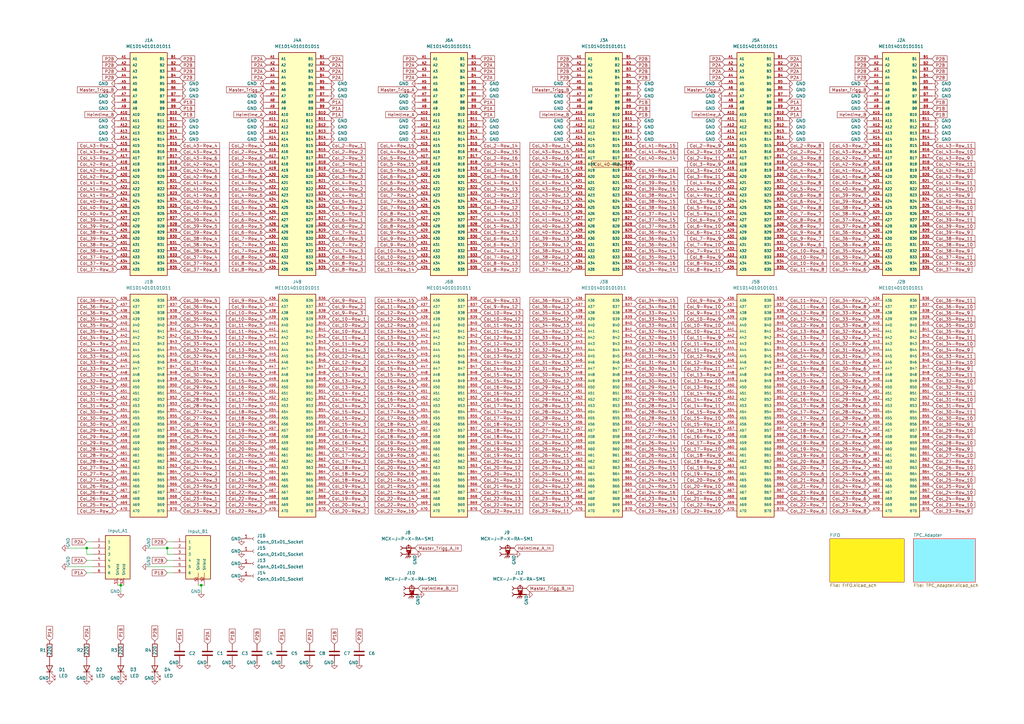
<source format=kicad_sch>
(kicad_sch (version 20231120) (generator "eeschema") (generator_version "8.0")
  (paper "A3")
  (title_block (title "HYDRA TPC to VMM3 adapter") (date "2024-04-23") (rev "0") (company "TU Darmstadt") (comment 1 "AUTOR: Alexandru Enciu"))
  (junction (at 68.58 224.79))
  (junction (at 35.56 224.79))
  (junction (at 82.55 240.03))
  (junction (at 49.53 240.03))
  (wire (pts (xy 68.58 224.79) (xy 71.12 224.79)))
  (wire (pts (xy 60.96 224.79) (xy 68.58 224.79)))
  (wire (pts (xy 49.53 240.03) (xy 49.53 242.57)))
  (wire (pts (xy 35.56 229.87) (xy 38.1 229.87)))
  (wire (pts (xy 68.58 227.33) (xy 71.12 227.33)))
  (wire (pts (xy 60.96 232.41) (xy 71.12 232.41)))
  (wire (pts (xy 27.94 224.79) (xy 35.56 224.79)))
  (wire (pts (xy 68.58 222.25) (xy 71.12 222.25)))
  (wire (pts (xy 35.56 224.79) (xy 35.56 227.33)))
  (wire (pts (xy 82.55 240.03) (xy 82.55 242.57)))
  (wire (pts (xy 35.56 224.79) (xy 38.1 224.79)))
  (wire (pts (xy 68.58 234.95) (xy 71.12 234.95)))
  (wire (pts (xy 82.55 240.03) (xy 83.82 240.03)))
  (wire (pts (xy 49.53 240.03) (xy 50.8 240.03)))
  (wire (pts (xy 35.56 227.33) (xy 38.1 227.33)))
  (wire (pts (xy 68.58 224.79) (xy 68.58 227.33)))
  (wire (pts (xy 27.94 232.41) (xy 38.1 232.41)))
  (wire (pts (xy 35.56 222.25) (xy 38.1 222.25)))
  (wire (pts (xy 48.26 240.03) (xy 49.53 240.03)))
  (wire (pts (xy 35.56 234.95) (xy 38.1 234.95)))
  (wire (pts (xy 81.28 240.03) (xy 82.55 240.03)))
  (wire (pts (xy 68.58 229.87) (xy 71.12 229.87)))
  (global_label "Col_22-Row_13" (shape input) (at 196.85 204.47 0) (property "Intersheetrefs" "${INTERSHEET_REFS}" (effects (hide yes))))
  (global_label "Col_31-Row_10" (shape input) (at 382.27 163.83 0) (property "Intersheetrefs" "${INTERSHEET_REFS}" (effects (hide yes))))
  (global_label "Col_22-Row_11" (shape input) (at 196.85 209.55 0) (property "Intersheetrefs" "${INTERSHEET_REFS}" (effects (hide yes))))
  (global_label "Col_11-Row_4" (shape input) (at 109.22 135.89 180) (property "Intersheetrefs" "${INTERSHEET_REFS}" (effects (hide yes))))
  (global_label "Col_15-Row_5" (shape input) (at 109.22 153.67 180) (property "Intersheetrefs" "${INTERSHEET_REFS}" (effects (hide yes))))
  (global_label "Col_12-Row_8" (shape input) (at 322.58 128.27 0) (property "Intersheetrefs" "${INTERSHEET_REFS}" (effects (hide yes))))
  (global_label "Col_25-Row_9" (shape input) (at 382.27 199.39 0) (property "Intersheetrefs" "${INTERSHEET_REFS}" (effects (hide yes))))
  (global_label "Col_41-Row_8" (shape input) (at 356.87 72.39 180) (property "Intersheetrefs" "${INTERSHEET_REFS}" (effects (hide yes))))
  (global_label "Col_15-Row_16" (shape input) (at 171.45 156.21 180) (property "Intersheetrefs" "${INTERSHEET_REFS}" (effects (hide yes))))
  (global_label "P1A" (shape input) (at 322.58 44.45 0) (property "Intersheetrefs" "${INTERSHEET_REFS}" (effects (hide yes))))
  (global_label "Col_36-Row_12" (shape input) (at 234.95 125.73 180) (property "Intersheetrefs" "${INTERSHEET_REFS}" (effects (hide yes))))
  (global_label "P2B" (shape input) (at 356.87 24.13 180) (property "Intersheetrefs" "${INTERSHEET_REFS}" (effects (hide yes))))
  (global_label "Col_16-Row_5" (shape input) (at 109.22 158.75 180) (property "Intersheetrefs" "${INTERSHEET_REFS}" (effects (hide yes))))
  (global_label "Col_38-Row_7" (shape input) (at 356.87 85.09 180) (property "Intersheetrefs" "${INTERSHEET_REFS}" (effects (hide yes))))
  (global_label "Col_18-Row_7" (shape input) (at 322.58 176.53 0) (property "Intersheetrefs" "${INTERSHEET_REFS}" (effects (hide yes))))
  (global_label "Col_13-Row_16" (shape input) (at 171.45 140.97 180) (property "Intersheetrefs" "${INTERSHEET_REFS}" (effects (hide yes))))
  (global_label "Col_28-Row_11" (shape input) (at 234.95 171.45 180) (property "Intersheetrefs" "${INTERSHEET_REFS}" (effects (hide yes))))
  (global_label "Col_37-Row_13" (shape input) (at 234.95 107.95 180) (property "Intersheetrefs" "${INTERSHEET_REFS}" (effects (hide yes))))
  (global_label "Col_15-Row_9" (shape input) (at 297.18 168.91 180) (property "Intersheetrefs" "${INTERSHEET_REFS}" (effects (hide yes))))
  (global_label "Col_19-Row_6" (shape input) (at 322.58 186.69 0) (property "Intersheetrefs" "${INTERSHEET_REFS}" (effects (hide yes))))
  (global_label "Col_31-Row_14" (shape input) (at 260.35 143.51 0) (property "Intersheetrefs" "${INTERSHEET_REFS}" (effects (hide yes))))
  (global_label "P1B" (shape input) (at 260.35 44.45 0) (property "Intersheetrefs" "${INTERSHEET_REFS}" (effects (hide yes))))
  (global_label "P2B" (shape input) (at 260.35 31.75 0) (property "Intersheetrefs" "${INTERSHEET_REFS}" (effects (hide yes))))
  (global_label "Col_7-Row_12" (shape input) (at 196.85 105.41 0) (property "Intersheetrefs" "${INTERSHEET_REFS}" (effects (hide yes))))
  (global_label "P2A" (shape input) (at 171.45 26.67 180) (property "Intersheetrefs" "${INTERSHEET_REFS}" (effects (hide yes))))
  (global_label "Col_19-Row_12" (shape input) (at 196.85 184.15 0) (property "Intersheetrefs" "${INTERSHEET_REFS}" (effects (hide yes))))
  (global_label "Col_41-Row_15" (shape input) (at 260.35 59.69 0) (property "Intersheetrefs" "${INTERSHEET_REFS}" (effects (hide yes))))
  (global_label "Col_18-Row_9" (shape input) (at 297.18 186.69 180) (property "Intersheetrefs" "${INTERSHEET_REFS}" (effects (hide yes))))
  (global_label "Col_6-Row_8" (shape input) (at 322.58 80.01 0) (property "Intersheetrefs" "${INTERSHEET_REFS}" (effects (hide yes))))
  (global_label "Col_37-Row_6" (shape input) (at 73.66 110.49 0) (property "Intersheetrefs" "${INTERSHEET_REFS}" (effects (hide yes))))
  (global_label "Master_Trigg_A" (shape input) (at 171.45 36.83 180) (property "Intersheetrefs" "${INTERSHEET_REFS}" (effects (hide yes))))
  (global_label "Col_14-Row_2" (shape input) (at 134.62 163.83 0) (property "Intersheetrefs" "${INTERSHEET_REFS}" (effects (hide yes))))
  (global_label "Col_13-Row_12" (shape input) (at 196.85 146.05 0) (property "Intersheetrefs" "${INTERSHEET_REFS}" (effects (hide yes))))
  (global_label "Col_26-Row_8" (shape input) (at 356.87 186.69 180) (property "Intersheetrefs" "${INTERSHEET_REFS}" (effects (hide yes))))
  (global_label "Master_Trigg_B" (shape input) (at 356.87 36.83 180) (property "Intersheetrefs" "${INTERSHEET_REFS}" (effects (hide yes))))
  (global_label "Col_39-Row_10" (shape input) (at 382.27 92.71 0) (property "Intersheetrefs" "${INTERSHEET_REFS}" (effects (hide yes))))
  (global_label "Col_39-Row_6" (shape input) (at 73.66 95.25 0) (property "Intersheetrefs" "${INTERSHEET_REFS}" (effects (hide yes))))
  (global_label "Col_16-Row_12" (shape input) (at 196.85 161.29 0) (property "Intersheetrefs" "${INTERSHEET_REFS}" (effects (hide yes))))
  (global_label "Col_38-Row_2" (shape input) (at 48.26 100.33 180) (property "Intersheetrefs" "${INTERSHEET_REFS}" (effects (hide yes))))
  (global_label "Col_38-Row_10" (shape input) (at 382.27 100.33 0) (property "Intersheetrefs" "${INTERSHEET_REFS}" (effects (hide yes))))
  (global_label "Col_28-Row_6" (shape input) (at 356.87 166.37 180) (property "Intersheetrefs" "${INTERSHEET_REFS}" (effects (hide yes))))
  (global_label "Col_34-Row_10" (shape input) (at 382.27 140.97 0) (property "Intersheetrefs" "${INTERSHEET_REFS}" (effects (hide yes))))
  (global_label "Col_15-Row_11" (shape input) (at 297.18 173.99 180) (property "Intersheetrefs" "${INTERSHEET_REFS}" (effects (hide yes))))
  (global_label "Col_40-Row_10" (shape input) (at 382.27 85.09 0) (property "Intersheetrefs" "${INTERSHEET_REFS}" (effects (hide yes))))
  (global_label "Col_43-Row_16" (shape input) (at 234.95 64.77 180) (property "Intersheetrefs" "${INTERSHEET_REFS}" (effects (hide yes))))
  (global_label "P1B" (shape input) (at 68.58 234.95 180) (property "Intersheetrefs" "${INTERSHEET_REFS}" (effects (hide yes))))
  (global_label "Col_22-Row_9" (shape input) (at 297.18 207.01 180) (property "Intersheetrefs" "${INTERSHEET_REFS}" (effects (hide yes))))
  (global_label "Col_16-Row_6" (shape input) (at 322.58 163.83 0) (property "Intersheetrefs" "${INTERSHEET_REFS}" (effects (hide yes))))
  (global_label "Col_10-Row_13" (shape input) (at 196.85 128.27 0) (property "Intersheetrefs" "${INTERSHEET_REFS}" (effects (hide yes))))
  (global_label "Col_27-Row_16" (shape input) (at 260.35 179.07 0) (property "Intersheetrefs" "${INTERSHEET_REFS}" (effects (hide yes))))
  (global_label "Col_39-Row_11" (shape input) (at 382.27 90.17 0) (property "Intersheetrefs" "${INTERSHEET_REFS}" (effects (hide yes))))
  (global_label "Col_40-Row_6" (shape input) (at 73.66 87.63 0) (property "Intersheetrefs" "${INTERSHEET_REFS}" (effects (hide yes))))
  (global_label "Col_40-Row_1" (shape input) (at 48.26 82.55 180) (property "Intersheetrefs" "${INTERSHEET_REFS}" (effects (hide yes))))
  (global_label "Col_23-Row_9" (shape input) (at 382.27 209.55 0) (property "Intersheetrefs" "${INTERSHEET_REFS}" (effects (hide yes))))
  (global_label "Col_40-Row_14" (shape input) (at 260.35 64.77 0) (property "Intersheetrefs" "${INTERSHEET_REFS}" (effects (hide yes))))
  (global_label "Col_40-Row_5" (shape input) (at 73.66 85.09 0) (property "Intersheetrefs" "${INTERSHEET_REFS}" (effects (hide yes))))
  (global_label "Col_38-Row_4" (shape input) (at 73.66 97.79 0) (property "Intersheetrefs" "${INTERSHEET_REFS}" (effects (hide yes))))
  (global_label "P2B" (shape input) (at 48.26 31.75 180) (property "Intersheetrefs" "${INTERSHEET_REFS}" (effects (hide yes))))
  (global_label "P2A" (shape input) (at 322.58 29.21 0) (property "Intersheetrefs" "${INTERSHEET_REFS}" (effects (hide yes))))
  (global_label "P2A" (shape input) (at 134.62 24.13 0) (property "Intersheetrefs" "${INTERSHEET_REFS}" (effects (hide yes))))
  (global_label "Col_41-Row_12" (shape input) (at 234.95 90.17 180) (property "Intersheetrefs" "${INTERSHEET_REFS}" (effects (hide yes))))
  (global_label "Col_8-Row_8" (shape input) (at 322.58 90.17 0) (property "Intersheetrefs" "${INTERSHEET_REFS}" (effects (hide yes))))
  (global_label "Col_7-Row_14" (shape input) (at 171.45 80.01 180) (property "Intersheetrefs" "${INTERSHEET_REFS}" (effects (hide yes))))
  (global_label "Col_17-Row_2" (shape input) (at 134.62 186.69 0) (property "Intersheetrefs" "${INTERSHEET_REFS}" (effects (hide yes))))
  (global_label "Col_18-Row_4" (shape input) (at 109.22 171.45 180) (property "Intersheetrefs" "${INTERSHEET_REFS}" (effects (hide yes))))
  (global_label "Col_42-Row_11" (shape input) (at 382.27 67.31 0) (property "Intersheetrefs" "${INTERSHEET_REFS}" (effects (hide yes))))
  (global_label "Col_17-Row_16" (shape input) (at 171.45 171.45 180) (property "Intersheetrefs" "${INTERSHEET_REFS}" (effects (hide yes))))
  (global_label "Col_9-Row_13" (shape input) (at 196.85 123.19 0) (property "Intersheetrefs" "${INTERSHEET_REFS}" (effects (hide yes))))
  (global_label "Col_23-Row_5" (shape input) (at 73.66 199.39 0) (property "Intersheetrefs" "${INTERSHEET_REFS}" (effects (hide yes))))
  (global_label "Col_37-Row_4" (shape input) (at 73.66 105.41 0) (property "Intersheetrefs" "${INTERSHEET_REFS}" (effects (hide yes))))
  (global_label "Col_7-Row_15" (shape input) (at 171.45 82.55 180) (property "Intersheetrefs" "${INTERSHEET_REFS}" (effects (hide yes))))
  (global_label "Col_36-Row_15" (shape input) (at 260.35 97.79 0) (property "Intersheetrefs" "${INTERSHEET_REFS}" (effects (hide yes))))
  (global_label "Col_7-Row_2" (shape input) (at 134.62 100.33 0) (property "Intersheetrefs" "${INTERSHEET_REFS}" (effects (hide yes))))
  (global_label "Col_18-Row_1" (shape input) (at 134.62 191.77 0) (property "Intersheetrefs" "${INTERSHEET_REFS}" (effects (hide yes))))
  (global_label "Col_10-Row_1" (shape input) (at 134.62 130.81 0) (property "Intersheetrefs" "${INTERSHEET_REFS}" (effects (hide yes))))
  (global_label "Col_19-Row_2" (shape input) (at 134.62 201.93 0) (property "Intersheetrefs" "${INTERSHEET_REFS}" (effects (hide yes))))
  (global_label "Col_21-Row_14" (shape input) (at 171.45 196.85 180) (property "Intersheetrefs" "${INTERSHEET_REFS}" (effects (hide yes))))
  (global_label "Col_2-Row_7" (shape input) (at 322.58 62.23 0) (property "Intersheetrefs" "${INTERSHEET_REFS}" (effects (hide yes))))
  (global_label "Col_34-Row_3" (shape input) (at 48.26 143.51 180) (property "Intersheetrefs" "${INTERSHEET_REFS}" (effects (hide yes))))
  (global_label "Col_17-Row_1" (shape input) (at 134.62 184.15 0) (property "Intersheetrefs" "${INTERSHEET_REFS}" (effects (hide yes))))
  (global_label "Col_2-Row_13" (shape input) (at 196.85 77.47 0) (property "Intersheetrefs" "${INTERSHEET_REFS}" (effects (hide yes))))
  (global_label "Col_20-Row_9" (shape input) (at 297.18 196.85 180) (property "Intersheetrefs" "${INTERSHEET_REFS}" (effects (hide yes))))
  (global_label "P2B" (shape input) (at 73.66 26.67 0) (property "Intersheetrefs" "${INTERSHEET_REFS}" (effects (hide yes))))
  (global_label "Col_32-Row_3" (shape input) (at 48.26 158.75 180) (property "Intersheetrefs" "${INTERSHEET_REFS}" (effects (hide yes))))
  (global_label "Col_20-Row_3" (shape input) (at 109.22 181.61 180) (property "Intersheetrefs" "${INTERSHEET_REFS}" (effects (hide yes))))
  (global_label "Col_6-Row_15" (shape input) (at 171.45 74.93 180) (property "Intersheetrefs" "${INTERSHEET_REFS}" (effects (hide yes))))
  (global_label "Master_Trigg_A" (shape input) (at 109.22 36.83 180) (property "Intersheetrefs" "${INTERSHEET_REFS}" (effects (hide yes))))
  (global_label "Col_32-Row_16" (shape input) (at 260.35 140.97 0) (property "Intersheetrefs" "${INTERSHEET_REFS}" (effects (hide yes))))
  (global_label "P1A" (shape input) (at 196.85 46.99 0) (property "Intersheetrefs" "${INTERSHEET_REFS}" (effects (hide yes))))
  (global_label "Col_40-Row_7" (shape input) (at 356.87 74.93 180) (property "Intersheetrefs" "${INTERSHEET_REFS}" (effects (hide yes))))
  (global_label "Col_17-Row_5" (shape input) (at 109.22 163.83 180) (property "Intersheetrefs" "${INTERSHEET_REFS}" (effects (hide yes))))
  (global_label "Col_23-Row_8" (shape input) (at 356.87 209.55 180) (property "Intersheetrefs" "${INTERSHEET_REFS}" (effects (hide yes))))
  (global_label "Col_6-Row_12" (shape input) (at 196.85 100.33 0) (property "Intersheetrefs" "${INTERSHEET_REFS}" (effects (hide yes))))
  (global_label "P2B" (shape input) (at 260.35 24.13 0) (property "Intersheetrefs" "${INTERSHEET_REFS}" (effects (hide yes))))
  (global_label "Col_12-Row_7" (shape input) (at 322.58 130.81 0) (property "Intersheetrefs" "${INTERSHEET_REFS}" (effects (hide yes))))
  (global_label "Col_5-Row_10" (shape input) (at 297.18 85.09 180) (property "Intersheetrefs" "${INTERSHEET_REFS}" (effects (hide yes))))
  (global_label "Col_8-Row_12" (shape input) (at 196.85 110.49 0) (property "Intersheetrefs" "${INTERSHEET_REFS}" (effects (hide yes))))
  (global_label "Col_12-Row_13" (shape input) (at 196.85 138.43 0) (property "Intersheetrefs" "${INTERSHEET_REFS}" (effects (hide yes))))
  (global_label "P2A" (shape input) (at 134.62 31.75 0) (property "Intersheetrefs" "${INTERSHEET_REFS}" (effects (hide yes))))
  (global_label "Col_8-Row_15" (shape input) (at 171.45 90.17 180) (property "Intersheetrefs" "${INTERSHEET_REFS}" (effects (hide yes))))
  (global_label "Col_14-Row_6" (shape input) (at 322.58 148.59 0) (property "Intersheetrefs" "${INTERSHEET_REFS}" (effects (hide yes))))
  (global_label "P1B" (shape input) (at 260.35 46.99 0) (property "Intersheetrefs" "${INTERSHEET_REFS}" (effects (hide yes))))
  (global_label "Col_28-Row_7" (shape input) (at 356.87 168.91 180) (property "Intersheetrefs" "${INTERSHEET_REFS}" (effects (hide yes))))
  (global_label "Col_13-Row_3" (shape input) (at 134.62 158.75 0) (property "Intersheetrefs" "${INTERSHEET_REFS}" (effects (hide yes))))
  (global_label "Col_30-Row_6" (shape input) (at 356.87 151.13 180) (property "Intersheetrefs" "${INTERSHEET_REFS}" (effects (hide yes))))
  (global_label "Col_23-Row_13" (shape input) (at 234.95 204.47 180) (property "Intersheetrefs" "${INTERSHEET_REFS}" (effects (hide yes))))
  (global_label "Col_34-Row_2" (shape input) (at 48.26 140.97 180) (property "Intersheetrefs" "${INTERSHEET_REFS}" (effects (hide yes))))
  (global_label "P2B" (shape input) (at 234.95 24.13 180) (property "Intersheetrefs" "${INTERSHEET_REFS}" (effects (hide yes))))
  (global_label "Col_36-Row_13" (shape input) (at 234.95 123.19 180) (property "Intersheetrefs" "${INTERSHEET_REFS}" (effects (hide yes))))
  (global_label "Col_3-Row_2" (shape input) (at 134.62 69.85 0) (property "Intersheetrefs" "${INTERSHEET_REFS}" (effects (hide yes))))
  (global_label "Col_29-Row_8" (shape input) (at 356.87 163.83 180) (property "Intersheetrefs" "${INTERSHEET_REFS}" (effects (hide yes))))
  (global_label "Col_15-Row_2" (shape input) (at 134.62 171.45 0) (property "Intersheetrefs" "${INTERSHEET_REFS}" (effects (hide yes))))
  (global_label "Col_32-Row_5" (shape input) (at 73.66 143.51 0) (property "Intersheetrefs" "${INTERSHEET_REFS}" (effects (hide yes))))
  (global_label "Col_23-Row_14" (shape input) (at 260.35 204.47 0) (property "Intersheetrefs" "${INTERSHEET_REFS}" (effects (hide yes))))
  (global_label "Col_14-Row_14" (shape input) (at 171.45 143.51 180) (property "Intersheetrefs" "${INTERSHEET_REFS}" (effects (hide yes))))
  (global_label "Col_22-Row_15" (shape input) (at 171.45 207.01 180) (property "Intersheetrefs" "${INTERSHEET_REFS}" (effects (hide yes))))
  (global_label "Master_Trigg_A" (shape input) (at 297.18 36.83 180) (property "Intersheetrefs" "${INTERSHEET_REFS}" (effects (hide yes))))
  (global_label "P2B" (shape input) (at 48.26 29.21 180) (property "Intersheetrefs" "${INTERSHEET_REFS}" (effects (hide yes))))
  (global_label "Col_16-Row_10" (shape input) (at 297.18 179.07 180) (property "Intersheetrefs" "${INTERSHEET_REFS}" (effects (hide yes))))
  (global_label "Col_6-Row_10" (shape input) (at 297.18 92.71 180) (property "Intersheetrefs" "${INTERSHEET_REFS}" (effects (hide yes))))
  (global_label "Col_12-Row_16" (shape input) (at 171.45 133.35 180) (property "Intersheetrefs" "${INTERSHEET_REFS}" (effects (hide yes))))
  (global_label "Col_9-Row_1" (shape input) (at 134.62 123.19 0) (property "Intersheetrefs" "${INTERSHEET_REFS}" (effects (hide yes))))
  (global_label "Col_31-Row_6" (shape input) (at 356.87 143.51 180) (property "Intersheetrefs" "${INTERSHEET_REFS}" (effects (hide yes))))
  (global_label "Col_34-Row_11" (shape input) (at 382.27 138.43 0) (property "Intersheetrefs" "${INTERSHEET_REFS}" (effects (hide yes))))
  (global_label "Col_19-Row_11" (shape input) (at 196.85 186.69 0) (property "Intersheetrefs" "${INTERSHEET_REFS}" (effects (hide yes))))
  (global_label "Col_35-Row_3" (shape input) (at 48.26 135.89 180) (property "Intersheetrefs" "${INTERSHEET_REFS}" (effects (hide yes))))
  (global_label "Col_42-Row_4" (shape input) (at 73.66 67.31 0) (property "Intersheetrefs" "${INTERSHEET_REFS}" (effects (hide yes))))
  (global_label "Col_13-Row_9" (shape input) (at 297.18 153.67 180) (property "Intersheetrefs" "${INTERSHEET_REFS}" (effects (hide yes))))
  (global_label "Col_3-Row_3" (shape input) (at 134.62 72.39 0) (property "Intersheetrefs" "${INTERSHEET_REFS}" (effects (hide yes))))
  (global_label "Col_39-Row_5" (shape input) (at 73.66 92.71 0) (property "Intersheetrefs" "${INTERSHEET_REFS}" (effects (hide yes))))
  (global_label "Col_43-Row_14" (shape input) (at 234.95 59.69 180) (property "Intersheetrefs" "${INTERSHEET_REFS}" (effects (hide yes))))
  (global_label "Col_14-Row_1" (shape input) (at 134.62 161.29 0) (property "Intersheetrefs" "${INTERSHEET_REFS}" (effects (hide yes))))
  (global_label "Col_34-Row_4" (shape input) (at 73.66 135.89 0) (property "Intersheetrefs" "${INTERSHEET_REFS}" (effects (hide yes))))
  (global_label "Col_19-Row_10" (shape input) (at 297.18 194.31 180) (property "Intersheetrefs" "${INTERSHEET_REFS}" (effects (hide yes))))
  (global_label "Col_33-Row_11" (shape input) (at 382.27 146.05 0) (property "Intersheetrefs" "${INTERSHEET_REFS}" (effects (hide yes))))
  (global_label "Col_3-Row_12" (shape input) (at 196.85 85.09 0) (property "Intersheetrefs" "${INTERSHEET_REFS}" (effects (hide yes))))
  (global_label "Col_9-Row_14" (shape input) (at 171.45 95.25 180) (property "Intersheetrefs" "${INTERSHEET_REFS}" (effects (hide yes))))
  (global_label "Master_Trigg_B" (shape input) (at 48.26 36.83 180) (property "Intersheetrefs" "${INTERSHEET_REFS}" (effects (hide yes))))
  (global_label "Col_10-Row_4" (shape input) (at 109.22 130.81 180) (property "Intersheetrefs" "${INTERSHEET_REFS}" (effects (hide yes))))
  (global_label "Col_23-Row_11" (shape input) (at 234.95 209.55 180) (property "Intersheetrefs" "${INTERSHEET_REFS}" (effects (hide yes))))
  (global_label "Col_18-Row_14" (shape input) (at 171.45 173.99 180) (property "Intersheetrefs" "${INTERSHEET_REFS}" (effects (hide yes))))
  (global_label "Master_Trigg_A_In" (shape input) (at 170.18 224.79 0) (property "Intersheetrefs" "${INTERSHEET_REFS}" (effects (hide yes))))
  (global_label "P2B" (shape input) (at 105.41 264.16 90) (property "Intersheetrefs" "${INTERSHEET_REFS}" (effects (hide yes))))
  (global_label "Col_4-Row_15" (shape input) (at 171.45 59.69 180) (property "Intersheetrefs" "${INTERSHEET_REFS}" (effects (hide yes))))
  (global_label "Col_23-Row_7" (shape input) (at 356.87 207.01 180) (property "Intersheetrefs" "${INTERSHEET_REFS}" (effects (hide yes))))
  (global_label "Col_2-Row_1" (shape input) (at 134.62 59.69 0) (property "Intersheetrefs" "${INTERSHEET_REFS}" (effects (hide yes))))
  (global_label "Col_10-Row_5" (shape input) (at 109.22 128.27 180) (property "Intersheetrefs" "${INTERSHEET_REFS}" (effects (hide yes))))
  (global_label "P2B" (shape input) (at 234.95 31.75 180) (property "Intersheetrefs" "${INTERSHEET_REFS}" (effects (hide yes))))
  (global_label "P1A" (shape input) (at 115.57 264.16 90) (property "Intersheetrefs" "${INTERSHEET_REFS}" (effects (hide yes))))
  (global_label "Col_38-Row_12" (shape input) (at 234.95 105.41 180) (property "Intersheetrefs" "${INTERSHEET_REFS}" (effects (hide yes))))
  (global_label "Col_17-Row_9" (shape input) (at 297.18 181.61 180) (property "Intersheetrefs" "${INTERSHEET_REFS}" (effects (hide yes))))
  (global_label "Col_15-Row_6" (shape input) (at 322.58 156.21 0) (property "Intersheetrefs" "${INTERSHEET_REFS}" (effects (hide yes))))
  (global_label "Col_5-Row_1" (shape input) (at 134.62 82.55 0) (property "Intersheetrefs" "${INTERSHEET_REFS}" (effects (hide yes))))
  (global_label "Col_9-Row_15" (shape input) (at 171.45 97.79 180) (property "Intersheetrefs" "${INTERSHEET_REFS}" (effects (hide yes))))
  (global_label "Col_39-Row_13" (shape input) (at 234.95 97.79 180) (property "Intersheetrefs" "${INTERSHEET_REFS}" (effects (hide yes))))
  (global_label "Col_7-Row_8" (shape input) (at 322.58 85.09 0) (property "Intersheetrefs" "${INTERSHEET_REFS}" (effects (hide yes))))
  (global_label "Col_20-Row_11" (shape input) (at 196.85 194.31 0) (property "Intersheetrefs" "${INTERSHEET_REFS}" (effects (hide yes))))
  (global_label "Col_34-Row_13" (shape input) (at 234.95 133.35 180) (property "Intersheetrefs" "${INTERSHEET_REFS}" (effects (hide yes))))
  (global_label "Col_39-Row_9" (shape input) (at 382.27 95.25 0) (property "Intersheetrefs" "${INTERSHEET_REFS}" (effects (hide yes))))
  (global_label "Col_42-Row_5" (shape input) (at 73.66 69.85 0) (property "Intersheetrefs" "${INTERSHEET_REFS}" (effects (hide yes))))
  (global_label "Col_10-Row_3" (shape input) (at 134.62 135.89 0) (property "Intersheetrefs" "${INTERSHEET_REFS}" (effects (hide yes))))
  (global_label "Col_2-Row_2" (shape input) (at 134.62 62.23 0) (property "Intersheetrefs" "${INTERSHEET_REFS}" (effects (hide yes))))
  (global_label "P2A" (shape input) (at 85.09 264.16 90) (property "Intersheetrefs" "${INTERSHEET_REFS}" (effects (hide yes))))
  (global_label "Col_41-Row_4" (shape input) (at 73.66 74.93 0) (property "Intersheetrefs" "${INTERSHEET_REFS}" (effects (hide yes))))
  (global_label "Col_40-Row_15" (shape input) (at 260.35 67.31 180) (property "Intersheetrefs" "${INTERSHEET_REFS}" (effects (hide yes))))
  (global_label "Col_11-Row_16" (shape input) (at 171.45 125.73 180) (property "Intersheetrefs" "${INTERSHEET_REFS}" (effects (hide yes))))
  (global_label "Col_14-Row_10" (shape input) (at 297.18 163.83 180) (property "Intersheetrefs" "${INTERSHEET_REFS}" (effects (hide yes))))
  (global_label "Col_41-Row_13" (shape input) (at 234.95 87.63 180) (property "Intersheetrefs" "${INTERSHEET_REFS}" (effects (hide yes))))
  (global_label "P2B" (shape input) (at 48.26 24.13 180) (property "Intersheetrefs" "${INTERSHEET_REFS}" (effects (hide yes))))
  (global_label "Col_36-Row_11" (shape input) (at 382.27 123.19 0) (property "Intersheetrefs" "${INTERSHEET_REFS}" (effects (hide yes))))
  (global_label "Col_38-Row_13" (shape input) (at 234.95 102.87 180) (property "Intersheetrefs" "${INTERSHEET_REFS}" (effects (hide yes))))
  (global_label "Col_5-Row_5" (shape input) (at 109.22 85.09 180) (property "Intersheetrefs" "${INTERSHEET_REFS}" (effects (hide yes))))
  (global_label "Col_19-Row_5" (shape input) (at 109.22 173.99 180) (property "Intersheetrefs" "${INTERSHEET_REFS}" (effects (hide yes))))
  (global_label "Col_22-Row_10" (shape input) (at 297.18 209.55 180) (property "Intersheetrefs" "${INTERSHEET_REFS}" (effects (hide yes))))
  (global_label "Col_3-Row_6" (shape input) (at 109.22 72.39 180) (property "Intersheetrefs" "${INTERSHEET_REFS}" (effects (hide yes))))
  (global_label "Col_21-Row_7" (shape input) (at 322.58 199.39 0) (property "Intersheetrefs" "${INTERSHEET_REFS}" (effects (hide yes))))
  (global_label "P2A" (shape input) (at 134.62 26.67 0) (property "Intersheetrefs" "${INTERSHEET_REFS}" (effects (hide yes))))
  (global_label "Col_18-Row_13" (shape input) (at 196.85 173.99 0) (property "Intersheetrefs" "${INTERSHEET_REFS}" (effects (hide yes))))
  (global_label "Col_36-Row_10" (shape input) (at 382.27 125.73 0) (property "Intersheetrefs" "${INTERSHEET_REFS}" (effects (hide yes))))
  (global_label "Col_16-Row_7" (shape input) (at 322.58 161.29 0) (property "Intersheetrefs" "${INTERSHEET_REFS}" (effects (hide yes))))
  (global_label "Col_42-Row_14" (shape input) (at 234.95 67.31 180) (property "Intersheetrefs" "${INTERSHEET_REFS}" (effects (hide yes))))
  (global_label "Heimtime_A" (shape input) (at 109.22 46.99 180) (property "Intersheetrefs" "${INTERSHEET_REFS}" (effects (hide yes))))
  (global_label "Col_8-Row_16" (shape input) (at 171.45 92.71 180) (property "Intersheetrefs" "${INTERSHEET_REFS}" (effects (hide yes))))
  (global_label "Col_27-Row_15" (shape input) (at 260.35 176.53 0) (property "Intersheetrefs" "${INTERSHEET_REFS}" (effects (hide yes))))
  (global_label "Col_32-Row_8" (shape input) (at 356.87 140.97 180) (property "Intersheetrefs" "${INTERSHEET_REFS}" (effects (hide yes))))
  (global_label "Col_34-Row_9" (shape input) (at 382.27 143.51 0) (property "Intersheetrefs" "${INTERSHEET_REFS}" (effects (hide yes))))
  (global_label "Col_34-Row_8" (shape input) (at 356.87 125.73 180) (property "Intersheetrefs" "${INTERSHEET_REFS}" (effects (hide yes))))
  (global_label "P1B" (shape input) (at 382.27 41.91 0) (property "Intersheetrefs" "${INTERSHEET_REFS}" (effects (hide yes))))
  (global_label "Col_41-Row_7" (shape input) (at 356.87 69.85 180) (property "Intersheetrefs" "${INTERSHEET_REFS}" (effects (hide yes))))
  (global_label "Col_21-Row_9" (shape input) (at 297.18 201.93 180) (property "Intersheetrefs" "${INTERSHEET_REFS}" (effects (hide yes))))
  (global_label "Col_17-Row_4" (shape input) (at 109.22 166.37 180) (property "Intersheetrefs" "${INTERSHEET_REFS}" (effects (hide yes))))
  (global_label "Col_24-Row_14" (shape input) (at 260.35 196.85 0) (property "Intersheetrefs" "${INTERSHEET_REFS}" (effects (hide yes))))
  (global_label "Col_32-Row_10" (shape input) (at 382.27 156.21 0) (property "Intersheetrefs" "${INTERSHEET_REFS}" (effects (hide yes))))
  (global_label "P1B" (shape input) (at 382.27 44.45 0) (property "Intersheetrefs" "${INTERSHEET_REFS}" (effects (hide yes))))
  (global_label "P2A" (shape input) (at 35.56 262.89 90) (property "Intersheetrefs" "${INTERSHEET_REFS}" (effects (hide yes))))
  (global_label "Col_22-Row_8" (shape input) (at 322.58 204.47 0) (property "Intersheetrefs" "${INTERSHEET_REFS}" (effects (hide yes))))
  (global_label "Col_33-Row_10" (shape input) (at 382.27 148.59 0) (property "Intersheetrefs" "${INTERSHEET_REFS}" (effects (hide yes))))
  (global_label "Col_5-Row_4" (shape input) (at 109.22 82.55 180) (property "Intersheetrefs" "${INTERSHEET_REFS}" (effects (hide yes))))
  (global_label "Col_35-Row_11" (shape input) (at 382.27 130.81 0) (property "Intersheetrefs" "${INTERSHEET_REFS}" (effects (hide yes))))
  (global_label "Col_26-Row_15" (shape input) (at 260.35 184.15 0) (property "Intersheetrefs" "${INTERSHEET_REFS}" (effects (hide yes))))
  (global_label "Col_29-Row_6" (shape input) (at 356.87 158.75 180) (property "Intersheetrefs" "${INTERSHEET_REFS}" (effects (hide yes))))
  (global_label "P2A" (shape input) (at 134.62 29.21 0) (property "Intersheetrefs" "${INTERSHEET_REFS}" (effects (hide yes))))
  (global_label "P2A" (shape input) (at 196.85 29.21 0) (property "Intersheetrefs" "${INTERSHEET_REFS}" (effects (hide yes))))
  (global_label "Heimtime_A" (shape input) (at 171.45 46.99 180) (property "Intersheetrefs" "${INTERSHEET_REFS}" (effects (hide yes))))
  (global_label "Col_20-Row_14" (shape input) (at 171.45 189.23 180) (property "Intersheetrefs" "${INTERSHEET_REFS}" (effects (hide yes))))
  (global_label "Col_43-Row_2" (shape input) (at 48.26 62.23 180) (property "Intersheetrefs" "${INTERSHEET_REFS}" (effects (hide yes))))
  (global_label "Col_43-Row_15" (shape input) (at 234.95 62.23 180) (property "Intersheetrefs" "${INTERSHEET_REFS}" (effects (hide yes))))
  (global_label "Col_15-Row_13" (shape input) (at 196.85 153.67 0) (property "Intersheetrefs" "${INTERSHEET_REFS}" (effects (hide yes))))
  (global_label "Col_4-Row_1" (shape input) (at 134.62 74.93 0) (property "Intersheetrefs" "${INTERSHEET_REFS}" (effects (hide yes))))
  (global_label "Col_43-Row_1" (shape input) (at 48.26 59.69 180) (property "Intersheetrefs" "${INTERSHEET_REFS}" (effects (hide yes))))
  (global_label "Col_5-Row_13" (shape input) (at 196.85 92.71 0) (property "Intersheetrefs" "${INTERSHEET_REFS}" (effects (hide yes))))
  (global_label "Col_3-Row_9" (shape input) (at 297.18 67.31 180) (property "Intersheetrefs" "${INTERSHEET_REFS}" (effects (hide yes))))
  (global_label "Col_33-Row_3" (shape input) (at 48.26 151.13 180) (property "Intersheetrefs" "${INTERSHEET_REFS}" (effects (hide yes))))
  (global_label "Col_4-Row_10" (shape input) (at 297.18 77.47 180) (property "Intersheetrefs" "${INTERSHEET_REFS}" (effects (hide yes))))
  (global_label "Col_38-Row_3" (shape input) (at 48.26 102.87 180) (property "Intersheetrefs" "${INTERSHEET_REFS}" (effects (hide yes))))
  (global_label "Col_24-Row_9" (shape input) (at 382.27 204.47 0) (property "Intersheetrefs" "${INTERSHEET_REFS}" (effects (hide yes))))
  (global_label "P1B" (shape input) (at 137.16 264.16 90) (property "Intersheetrefs" "${INTERSHEET_REFS}" (effects (hide yes))))
  (global_label "Col_24-Row_13" (shape input) (at 234.95 196.85 180) (property "Intersheetrefs" "${INTERSHEET_REFS}" (effects (hide yes))))
  (global_label "Col_25-Row_1" (shape input) (at 48.26 207.01 180) (property "Intersheetrefs" "${INTERSHEET_REFS}" (effects (hide yes))))
  (global_label "Heimtime_B_In" (shape input) (at 171.45 241.3 0) (property "Intersheetrefs" "${INTERSHEET_REFS}" (effects (hide yes))))
  (global_label "Col_2-Row_9" (shape input) (at 297.18 59.69 180) (property "Intersheetrefs" "${INTERSHEET_REFS}" (effects (hide yes))))
  (global_label "Col_11-Row_6" (shape input) (at 322.58 125.73 0) (property "Intersheetrefs" "${INTERSHEET_REFS}" (effects (hide yes))))
  (global_label "Col_39-Row_15" (shape input) (at 260.35 74.93 0) (property "Intersheetrefs" "${INTERSHEET_REFS}" (effects (hide yes))))
  (global_label "Col_6-Row_16" (shape input) (at 171.45 77.47 180) (property "Intersheetrefs" "${INTERSHEET_REFS}" (effects (hide yes))))
  (global_label "Col_25-Row_4" (shape input) (at 73.66 184.15 0) (property "Intersheetrefs" "${INTERSHEET_REFS}" (effects (hide yes))))
  (global_label "Col_25-Row_3" (shape input) (at 73.66 181.61 0) (property "Intersheetrefs" "${INTERSHEET_REFS}" (effects (hide yes))))
  (global_label "Col_35-Row_6" (shape input) (at 356.87 102.87 180) (property "Intersheetrefs" "${INTERSHEET_REFS}" (effects (hide yes))))
  (global_label "Col_37-Row_10" (shape input) (at 382.27 107.95 0) (property "Intersheetrefs" "${INTERSHEET_REFS}" (effects (hide yes))))
  (global_label "Col_35-Row_10" (shape input) (at 382.27 133.35 0) (property "Intersheetrefs" "${INTERSHEET_REFS}" (effects (hide yes))))
  (global_label "Col_28-Row_15" (shape input) (at 260.35 168.91 0) (property "Intersheetrefs" "${INTERSHEET_REFS}" (effects (hide yes))))
  (global_label "Col_34-Row_15" (shape input) (at 260.35 123.19 0) (property "Intersheetrefs" "${INTERSHEET_REFS}" (effects (hide yes))))
  (global_label "Col_33-Row_9" (shape input) (at 382.27 151.13 0) (property "Intersheetrefs" "${INTERSHEET_REFS}" (effects (hide yes))))
  (global_label "Col_27-Row_13" (shape input) (at 234.95 173.99 180) (property "Intersheetrefs" "${INTERSHEET_REFS}" (effects (hide yes))))
  (global_label "Col_18-Row_8" (shape input) (at 322.58 173.99 0) (property "Intersheetrefs" "${INTERSHEET_REFS}" (effects (hide yes))))
  (global_label "P2B" (shape input) (at 260.35 29.21 0) (property "Intersheetrefs" "${INTERSHEET_REFS}" (effects (hide yes))))
  (global_label "Col_2-Row_3" (shape input) (at 134.62 64.77 0) (property "Intersheetrefs" "${INTERSHEET_REFS}" (effects (hide yes))))
  (global_label "Col_35-Row_16" (shape input) (at 260.35 107.95 0) (property "Intersheetrefs" "${INTERSHEET_REFS}" (effects (hide yes))))
  (global_label "Col_15-Row_14" (shape input) (at 171.45 151.13 180) (property "Intersheetrefs" "${INTERSHEET_REFS}" (effects (hide yes))))
  (global_label "P2B" (shape input) (at 356.87 31.75 180) (property "Intersheetrefs" "${INTERSHEET_REFS}" (effects (hide yes))))
  (global_label "Col_43-Row_9" (shape input) (at 382.27 64.77 0) (property "Intersheetrefs" "${INTERSHEET_REFS}" (effects (hide yes))))
  (global_label "Col_38-Row_11" (shape input) (at 382.27 97.79 0) (property "Intersheetrefs" "${INTERSHEET_REFS}" (effects (hide yes))))
  (global_label "Col_40-Row_2" (shape input) (at 48.26 85.09 180) (property "Intersheetrefs" "${INTERSHEET_REFS}" (effects (hide yes))))
  (global_label "P1A" (shape input) (at 322.58 46.99 0) (property "Intersheetrefs" "${INTERSHEET_REFS}" (effects (hide yes))))
  (global_label "Col_24-Row_4" (shape input) (at 73.66 189.23 0) (property "Intersheetrefs" "${INTERSHEET_REFS}" (effects (hide yes))))
  (global_label "Col_10-Row_12" (shape input) (at 196.85 130.81 0) (property "Intersheetrefs" "${INTERSHEET_REFS}" (effects (hide yes))))
  (global_label "Col_30-Row_2" (shape input) (at 48.26 171.45 180) (property "Intersheetrefs" "${INTERSHEET_REFS}" (effects (hide yes))))
  (global_label "Col_26-Row_9" (shape input) (at 382.27 194.31 0) (property "Intersheetrefs" "${INTERSHEET_REFS}" (effects (hide yes))))
  (global_label "Col_43-Row_4" (shape input) (at 73.66 59.69 0) (property "Intersheetrefs" "${INTERSHEET_REFS}" (effects (hide yes))))
  (global_label "Col_3-Row_1" (shape input) (at 134.62 67.31 0) (property "Intersheetrefs" "${INTERSHEET_REFS}" (effects (hide yes))))
  (global_label "Col_13-Row_5" (shape input) (at 109.22 143.51 180) (property "Intersheetrefs" "${INTERSHEET_REFS}" (effects (hide yes))))
  (global_label "Col_36-Row_2" (shape input) (at 48.26 125.73 180) (property "Intersheetrefs" "${INTERSHEET_REFS}" (effects (hide yes))))
  (global_label "Col_12-Row_6" (shape input) (at 322.58 133.35 0) (property "Intersheetrefs" "${INTERSHEET_REFS}" (effects (hide yes))))
  (global_label "Col_42-Row_3" (shape input) (at 48.26 72.39 180) (property "Intersheetrefs" "${INTERSHEET_REFS}" (effects (hide yes))))
  (global_label "Col_3-Row_5" (shape input) (at 109.22 69.85 180) (property "Intersheetrefs" "${INTERSHEET_REFS}" (effects (hide yes))))
  (global_label "Col_39-Row_16" (shape input) (at 260.35 77.47 0) (property "Intersheetrefs" "${INTERSHEET_REFS}" (effects (hide yes))))
  (global_label "P2A" (shape input) (at 109.22 26.67 180) (property "Intersheetrefs" "${INTERSHEET_REFS}" (effects (hide yes))))
  (global_label "P2B" (shape input) (at 356.87 26.67 180) (property "Intersheetrefs" "${INTERSHEET_REFS}" (effects (hide yes))))
  (global_label "Col_23-Row_6" (shape input) (at 356.87 204.47 180) (property "Intersheetrefs" "${INTERSHEET_REFS}" (effects (hide yes))))
  (global_label "Col_4-Row_6" (shape input) (at 109.22 80.01 180) (property "Intersheetrefs" "${INTERSHEET_REFS}" (effects (hide yes))))
  (global_label "Col_42-Row_10" (shape input) (at 382.27 69.85 0) (property "Intersheetrefs" "${INTERSHEET_REFS}" (effects (hide yes))))
  (global_label "Col_7-Row_9" (shape input) (at 297.18 97.79 180) (property "Intersheetrefs" "${INTERSHEET_REFS}" (effects (hide yes))))
  (global_label "Col_42-Row_15" (shape input) (at 234.95 69.85 180) (property "Intersheetrefs" "${INTERSHEET_REFS}" (effects (hide yes))))
  (global_label "P2A" (shape input) (at 322.58 26.67 0) (property "Intersheetrefs" "${INTERSHEET_REFS}" (effects (hide yes))))
  (global_label "Col_12-Row_10" (shape input) (at 297.18 148.59 180) (property "Intersheetrefs" "${INTERSHEET_REFS}" (effects (hide yes))))
  (global_label "P2B" (shape input) (at 63.5 262.89 90) (property "Intersheetrefs" "${INTERSHEET_REFS}" (effects (hide yes))))
  (global_label "Col_33-Row_5" (shape input) (at 73.66 138.43 0) (property "Intersheetrefs" "${INTERSHEET_REFS}" (effects (hide yes))))
  (global_label "Col_15-Row_7" (shape input) (at 322.58 153.67 0) (property "Intersheetrefs" "${INTERSHEET_REFS}" (effects (hide yes))))
  (global_label "Col_43-Row_3" (shape input) (at 48.26 64.77 180) (property "Intersheetrefs" "${INTERSHEET_REFS}" (effects (hide yes))))
  (global_label "Col_25-Row_10" (shape input) (at 382.27 196.85 0) (property "Intersheetrefs" "${INTERSHEET_REFS}" (effects (hide yes))))
  (global_label "Col_32-Row_14" (shape input) (at 260.35 135.89 0) (property "Intersheetrefs" "${INTERSHEET_REFS}" (effects (hide yes))))
  (global_label "Col_17-Row_14" (shape input) (at 171.45 166.37 180) (property "Intersheetrefs" "${INTERSHEET_REFS}" (effects (hide yes))))
  (global_label "Col_26-Row_14" (shape input) (at 260.35 181.61 0) (property "Intersheetrefs" "${INTERSHEET_REFS}" (effects (hide yes))))
  (global_label "Col_25-Row_7" (shape input) (at 356.87 191.77 180) (property "Intersheetrefs" "${INTERSHEET_REFS}" (effects (hide yes))))
  (global_label "Col_41-Row_2" (shape input) (at 48.26 77.47 180) (property "Intersheetrefs" "${INTERSHEET_REFS}" (effects (hide yes))))
  (global_label "Col_3-Row_8" (shape input) (at 322.58 64.77 0) (property "Intersheetrefs" "${INTERSHEET_REFS}" (effects (hide yes))))
  (global_label "Col_35-Row_2" (shape input) (at 48.26 133.35 180) (property "Intersheetrefs" "${INTERSHEET_REFS}" (effects (hide yes))))
  (global_label "Col_37-Row_2" (shape input) (at 48.26 107.95 180) (property "Intersheetrefs" "${INTERSHEET_REFS}" (effects (hide yes))))
  (global_label "Col_5-Row_6" (shape input) (at 109.22 87.63 180) (property "Intersheetrefs" "${INTERSHEET_REFS}" (effects (hide yes))))
  (global_label "Col_24-Row_6" (shape input) (at 356.87 196.85 180) (property "Intersheetrefs" "${INTERSHEET_REFS}" (effects (hide yes))))
  (global_label "Col_22-Row_16" (shape input) (at 171.45 209.55 180) (property "Intersheetrefs" "${INTERSHEET_REFS}" (effects (hide yes))))
  (global_label "Col_16-Row_1" (shape input) (at 134.62 176.53 0) (property "Intersheetrefs" "${INTERSHEET_REFS}" (effects (hide yes))))
  (global_label "Col_17-Row_7" (shape input) (at 322.58 168.91 0) (property "Intersheetrefs" "${INTERSHEET_REFS}" (effects (hide yes))))
  (global_label "Col_42-Row_7" (shape input) (at 356.87 64.77 180) (property "Intersheetrefs" "${INTERSHEET_REFS}" (effects (hide yes))))
  (global_label "Col_13-Row_15" (shape input) (at 171.45 138.43 180) (property "Intersheetrefs" "${INTERSHEET_REFS}" (effects (hide yes))))
  (global_label "Col_20-Row_2" (shape input) (at 134.62 209.55 0) (property "Intersheetrefs" "${INTERSHEET_REFS}" (effects (hide yes))))
  (global_label "Col_23-Row_12" (shape input) (at 234.95 207.01 180) (property "Intersheetrefs" "${INTERSHEET_REFS}" (effects (hide yes))))
  (global_label "Col_11-Row_14" (shape input) (at 171.45 110.49 180) (property "Intersheetrefs" "${INTERSHEET_REFS}" (effects (hide yes))))
  (global_label "Col_38-Row_6" (shape input) (at 73.66 102.87 0) (property "Intersheetrefs" "${INTERSHEET_REFS}" (effects (hide yes))))
  (global_label "Col_6-Row_3" (shape input) (at 134.62 97.79 0) (property "Intersheetrefs" "${INTERSHEET_REFS}" (effects (hide yes))))
  (global_label "Col_37-Row_5" (shape input) (at 73.66 107.95 0) (property "Intersheetrefs" "${INTERSHEET_REFS}" (effects (hide yes))))
  (global_label "Col_29-Row_11" (shape input) (at 234.95 163.83 180) (property "Intersheetrefs" "${INTERSHEET_REFS}" (effects (hide yes))))
  (global_label "Col_18-Row_10" (shape input) (at 297.18 189.23 180) (property "Intersheetrefs" "${INTERSHEET_REFS}" (effects (hide yes))))
  (global_label "Col_19-Row_4" (shape input) (at 109.22 176.53 180) (property "Intersheetrefs" "${INTERSHEET_REFS}" (effects (hide yes))))
  (global_label "Col_37-Row_8" (shape input) (at 356.87 92.71 180) (property "Intersheetrefs" "${INTERSHEET_REFS}" (effects (hide yes))))
  (global_label "Col_5-Row_15" (shape input) (at 171.45 67.31 180) (property "Intersheetrefs" "${INTERSHEET_REFS}" (effects (hide yes))))
  (global_label "P2B" (shape input) (at 73.66 29.21 0) (property "Intersheetrefs" "${INTERSHEET_REFS}" (effects (hide yes))))
  (global_label "Col_24-Row_16" (shape input) (at 260.35 201.93 0) (property "Intersheetrefs" "${INTERSHEET_REFS}" (effects (hide yes))))
  (global_label "Col_30-Row_15" (shape input) (at 260.35 153.67 0) (property "Intersheetrefs" "${INTERSHEET_REFS}" (effects (hide yes))))
  (global_label "Heimtime_B" (shape input) (at 356.87 46.99 180) (property "Intersheetrefs" "${INTERSHEET_REFS}" (effects (hide yes))))
  (global_label "Col_21-Row_8" (shape input) (at 322.58 196.85 0) (property "Intersheetrefs" "${INTERSHEET_REFS}" (effects (hide yes))))
  (global_label "Col_24-Row_7" (shape input) (at 356.87 199.39 180) (property "Intersheetrefs" "${INTERSHEET_REFS}" (effects (hide yes))))
  (global_label "Col_10-Row_15" (shape input) (at 171.45 105.41 180) (property "Intersheetrefs" "${INTERSHEET_REFS}" (effects (hide yes))))
  (global_label "Col_29-Row_12" (shape input) (at 234.95 161.29 180) (property "Intersheetrefs" "${INTERSHEET_REFS}" (effects (hide yes))))
  (global_label "Col_41-Row_11" (shape input) (at 382.27 74.93 0) (property "Intersheetrefs" "${INTERSHEET_REFS}" (effects (hide yes))))
  (global_label "Col_40-Row_11" (shape input) (at 382.27 82.55 0) (property "Intersheetrefs" "${INTERSHEET_REFS}" (effects (hide yes))))
  (global_label "Col_28-Row_3" (shape input) (at 48.26 189.23 180) (property "Intersheetrefs" "${INTERSHEET_REFS}" (effects (hide yes))))
  (global_label "Col_30-Row_7" (shape input) (at 356.87 153.67 180) (property "Intersheetrefs" "${INTERSHEET_REFS}" (effects (hide yes))))
  (global_label "Col_20-Row_5" (shape input) (at 109.22 179.07 180) (property "Intersheetrefs" "${INTERSHEET_REFS}" (effects (hide yes))))
  (global_label "Col_9-Row_3" (shape input) (at 134.62 128.27 0) (property "Intersheetrefs" "${INTERSHEET_REFS}" (effects (hide yes))))
  (global_label "Col_6-Row_11" (shape input) (at 297.18 95.25 180) (property "Intersheetrefs" "${INTERSHEET_REFS}" (effects (hide yes))))
  (global_label "Col_32-Row_12" (shape input) (at 234.95 146.05 180) (property "Intersheetrefs" "${INTERSHEET_REFS}" (effects (hide yes))))
  (global_label "Col_11-Row_1" (shape input) (at 134.62 138.43 0) (property "Intersheetrefs" "${INTERSHEET_REFS}" (effects (hide yes))))
  (global_label "Col_19-Row_9" (shape input) (at 297.18 191.77 180) (property "Intersheetrefs" "${INTERSHEET_REFS}" (effects (hide yes))))
  (global_label "Col_6-Row_7" (shape input) (at 322.58 82.55 0) (property "Intersheetrefs" "${INTERSHEET_REFS}" (effects (hide yes))))
  (global_label "Col_20-Row_10" (shape input) (at 297.18 199.39 180) (property "Intersheetrefs" "${INTERSHEET_REFS}" (effects (hide yes))))
  (global_label "Heimtime_B" (shape input) (at 48.26 46.99 180) (property "Intersheetrefs" "${INTERSHEET_REFS}" (effects (hide yes))))
  (global_label "Col_13-Row_13" (shape input) (at 196.85 143.51 0) (property "Intersheetrefs" "${INTERSHEET_REFS}" (effects (hide yes))))
  (global_label "Col_11-Row_13" (shape input) (at 196.85 133.35 0) (property "Intersheetrefs" "${INTERSHEET_REFS}" (effects (hide yes))))
  (global_label "P2A" (shape input) (at 297.18 24.13 180) (property "Intersheetrefs" "${INTERSHEET_REFS}" (effects (hide yes))))
  (global_label "Col_35-Row_9" (shape input) (at 382.27 135.89 0) (property "Intersheetrefs" "${INTERSHEET_REFS}" (effects (hide yes))))
  (global_label "Col_32-Row_13" (shape input) (at 234.95 143.51 180) (property "Intersheetrefs" "${INTERSHEET_REFS}" (effects (hide yes))))
  (global_label "Col_30-Row_16" (shape input) (at 260.35 156.21 0) (property "Intersheetrefs" "${INTERSHEET_REFS}" (effects (hide yes))))
  (global_label "Col_7-Row_10" (shape input) (at 297.18 100.33 180) (property "Intersheetrefs" "${INTERSHEET_REFS}" (effects (hide yes))))
  (global_label "P2B" (shape input) (at 260.35 26.67 0) (property "Intersheetrefs" "${INTERSHEET_REFS}" (effects (hide yes))))
  (global_label "Col_10-Row_6" (shape input) (at 322.58 107.95 0) (property "Intersheetrefs" "${INTERSHEET_REFS}" (effects (hide yes))))
  (global_label "Col_35-Row_5" (shape input) (at 73.66 128.27 0) (property "Intersheetrefs" "${INTERSHEET_REFS}" (effects (hide yes))))
  (global_label "Col_43-Row_6" (shape input) (at 73.66 64.77 0) (property "Intersheetrefs" "${INTERSHEET_REFS}" (effects (hide yes))))
  (global_label "Col_11-Row_8" (shape input) (at 322.58 110.49 0) (property "Intersheetrefs" "${INTERSHEET_REFS}" (effects (hide yes))))
  (global_label "Col_12-Row_12" (shape input) (at 196.85 140.97 0) (property "Intersheetrefs" "${INTERSHEET_REFS}" (effects (hide yes))))
  (global_label "Col_38-Row_9" (shape input) (at 382.27 102.87 0) (property "Intersheetrefs" "${INTERSHEET_REFS}" (effects (hide yes))))
  (global_label "Col_25-Row_14" (shape input) (at 260.35 189.23 0) (property "Intersheetrefs" "${INTERSHEET_REFS}" (effects (hide yes))))
  (global_label "Col_30-Row_12" (shape input) (at 234.95 156.21 180) (property "Intersheetrefs" "${INTERSHEET_REFS}" (effects (hide yes))))
  (global_label "Master_Trigg_B_In" (shape input) (at 215.9 241.3 0) (property "Intersheetrefs" "${INTERSHEET_REFS}" (effects (hide yes))))
  (global_label "Col_32-Row_11" (shape input) (at 382.27 153.67 0) (property "Intersheetrefs" "${INTERSHEET_REFS}" (effects (hide yes))))
  (global_label "Col_24-Row_5" (shape input) (at 73.66 186.69 0) (property "Intersheetrefs" "${INTERSHEET_REFS}" (effects (hide yes))))
  (global_label "Col_19-Row_3" (shape input) (at 134.62 204.47 0) (property "Intersheetrefs" "${INTERSHEET_REFS}" (effects (hide yes))))
  (global_label "Col_22-Row_5" (shape input) (at 109.22 199.39 180) (property "Intersheetrefs" "${INTERSHEET_REFS}" (effects (hide yes))))
  (global_label "Col_26-Row_3" (shape input) (at 48.26 204.47 180) (property "Intersheetrefs" "${INTERSHEET_REFS}" (effects (hide yes))))
  (global_label "Col_39-Row_3" (shape input) (at 48.26 97.79 180) (property "Intersheetrefs" "${INTERSHEET_REFS}" (effects (hide yes))))
  (global_label "Col_11-Row_12" (shape input) (at 196.85 135.89 0) (property "Intersheetrefs" "${INTERSHEET_REFS}" (effects (hide yes))))
  (global_label "Col_16-Row_13" (shape input) (at 196.85 158.75 0) (property "Intersheetrefs" "${INTERSHEET_REFS}" (effects (hide yes))))
  (global_label "Col_5-Row_12" (shape input) (at 196.85 95.25 0) (property "Intersheetrefs" "${INTERSHEET_REFS}" (effects (hide yes))))
  (global_label "Col_2-Row_14" (shape input) (at 196.85 59.69 0) (property "Intersheetrefs" "${INTERSHEET_REFS}" (effects (hide yes))))
  (global_label "Col_15-Row_4" (shape input) (at 109.22 156.21 180) (property "Intersheetrefs" "${INTERSHEET_REFS}" (effects (hide yes))))
  (global_label "Col_26-Row_11" (shape input) (at 234.95 186.69 180) (property "Intersheetrefs" "${INTERSHEET_REFS}" (effects (hide yes))))
  (global_label "Col_32-Row_9" (shape input) (at 382.27 158.75 0) (property "Intersheetrefs" "${INTERSHEET_REFS}" (effects (hide yes))))
  (global_label "Col_7-Row_5" (shape input) (at 109.22 100.33 180) (property "Intersheetrefs" "${INTERSHEET_REFS}" (effects (hide yes))))
  (global_label "Col_37-Row_11" (shape input) (at 382.27 105.41 0) (property "Intersheetrefs" "${INTERSHEET_REFS}" (effects (hide yes))))
  (global_label "Col_13-Row_4" (shape input) (at 109.22 146.05 180) (property "Intersheetrefs" "${INTERSHEET_REFS}" (effects (hide yes))))
  (global_label "Col_43-Row_10" (shape input) (at 382.27 62.23 0) (property "Intersheetrefs" "${INTERSHEET_REFS}" (effects (hide yes))))
  (global_label "Col_20-Row_16" (shape input) (at 171.45 194.31 180) (property "Intersheetrefs" "${INTERSHEET_REFS}" (effects (hide yes))))
  (global_label "Col_32-Row_2" (shape input) (at 48.26 156.21 180) (property "Intersheetrefs" "${INTERSHEET_REFS}" (effects (hide yes))))
  (global_label "Col_10-Row_14" (shape input) (at 171.45 102.87 180) (property "Intersheetrefs" "${INTERSHEET_REFS}" (effects (hide yes))))
  (global_label "Col_27-Row_12" (shape input) (at 234.95 176.53 180) (property "Intersheetrefs" "${INTERSHEET_REFS}" (effects (hide yes))))
  (global_label "Col_11-Row_9" (shape input) (at 297.18 138.43 180) (property "Intersheetrefs" "${INTERSHEET_REFS}" (effects (hide yes))))
  (global_label "P2A" (shape input) (at 109.22 31.75 180) (property "Intersheetrefs" "${INTERSHEET_REFS}" (effects (hide yes))))
  (global_label "Col_26-Row_12" (shape input) (at 234.95 184.15 180) (property "Intersheetrefs" "${INTERSHEET_REFS}" (effects (hide yes))))
  (global_label "Col_33-Row_4" (shape input) (at 73.66 140.97 0) (property "Intersheetrefs" "${INTERSHEET_REFS}" (effects (hide yes))))
  (global_label "Col_41-Row_10" (shape input) (at 382.27 77.47 0) (property "Intersheetrefs" "${INTERSHEET_REFS}" (effects (hide yes))))
  (global_label "Col_6-Row_5" (shape input) (at 109.22 92.71 180) (property "Intersheetrefs" "${INTERSHEET_REFS}" (effects (hide yes))))
  (global_label "Heimtime_A_In" (shape input) (at 210.82 224.79 0) (property "Intersheetrefs" "${INTERSHEET_REFS}" (effects (hide yes))))
  (global_label "Col_24-Row_12" (shape input) (at 234.95 199.39 180) (property "Intersheetrefs" "${INTERSHEET_REFS}" (effects (hide yes))))
  (global_label "Col_27-Row_5" (shape input) (at 73.66 168.91 0) (property "Intersheetrefs" "${INTERSHEET_REFS}" (effects (hide yes))))
  (global_label "Col_43-Row_12" (shape input) (at 234.95 80.01 180) (property "Intersheetrefs" "${INTERSHEET_REFS}" (effects (hide yes))))
  (global_label "Col_21-Row_16" (shape input) (at 171.45 201.93 180) (property "Intersheetrefs" "${INTERSHEET_REFS}" (effects (hide yes))))
  (global_label "P1A" (shape input) (at 134.62 46.99 0) (property "Intersheetrefs" "${INTERSHEET_REFS}" (effects (hide yes))))
  (global_label "Col_27-Row_2" (shape input) (at 48.26 194.31 180) (property "Intersheetrefs" "${INTERSHEET_REFS}" (effects (hide yes))))
  (global_label "P1A" (shape input) (at 73.66 264.16 90) (property "Intersheetrefs" "${INTERSHEET_REFS}" (effects (hide yes))))
  (global_label "Col_20-Row_6" (shape input) (at 322.58 194.31 0) (property "Intersheetrefs" "${INTERSHEET_REFS}" (effects (hide yes))))
  (global_label "Col_25-Row_11" (shape input) (at 234.95 194.31 180) (property "Intersheetrefs" "${INTERSHEET_REFS}" (effects (hide yes))))
  (global_label "Col_25-Row_15" (shape input) (at 260.35 191.77 0) (property "Intersheetrefs" "${INTERSHEET_REFS}" (effects (hide yes))))
  (global_label "Col_11-Row_2" (shape input) (at 134.62 140.97 0) (property "Intersheetrefs" "${INTERSHEET_REFS}" (effects (hide yes))))
  (global_label "Col_17-Row_10" (shape input) (at 297.18 184.15 180) (property "Intersheetrefs" "${INTERSHEET_REFS}" (effects (hide yes))))
  (global_label "Col_13-Row_11" (shape input) (at 297.18 158.75 180) (property "Intersheetrefs" "${INTERSHEET_REFS}" (effects (hide yes))))
  (global_label "Col_27-Row_14" (shape input) (at 260.35 173.99 0) (property "Intersheetrefs" "${INTERSHEET_REFS}" (effects (hide yes))))
  (global_label "Col_3-Row_4" (shape input) (at 109.22 67.31 180) (property "Intersheetrefs" "${INTERSHEET_REFS}" (effects (hide yes))))
  (global_label "Col_16-Row_3" (shape input) (at 134.62 181.61 0) (property "Intersheetrefs" "${INTERSHEET_REFS}" (effects (hide yes))))
  (global_label "Col_26-Row_6" (shape input) (at 356.87 181.61 180) (property "Intersheetrefs" "${INTERSHEET_REFS}" (effects (hide yes))))
  (global_label "Col_18-Row_2" (shape input) (at 134.62 194.31 0) (property "Intersheetrefs" "${INTERSHEET_REFS}" (effects (hide yes))))
  (global_label "Col_36-Row_16" (shape input) (at 260.35 100.33 0) (property "Intersheetrefs" "${INTERSHEET_REFS}" (effects (hide yes))))
  (global_label "Col_39-Row_7" (shape input) (at 356.87 80.01 180) (property "Intersheetrefs" "${INTERSHEET_REFS}" (effects (hide yes))))
  (global_label "Col_7-Row_16" (shape input) (at 171.45 85.09 180) (property "Intersheetrefs" "${INTERSHEET_REFS}" (effects (hide yes))))
  (global_label "Col_2-Row_4" (shape input) (at 109.22 59.69 180) (property "Intersheetrefs" "${INTERSHEET_REFS}" (effects (hide yes))))
  (global_label "Col_39-Row_4" (shape input) (at 73.66 90.17 0) (property "Intersheetrefs" "${INTERSHEET_REFS}" (effects (hide yes))))
  (global_label "Col_7-Row_11" (shape input) (at 297.18 102.87 180) (property "Intersheetrefs" "${INTERSHEET_REFS}" (effects (hide yes))))
  (global_label "Col_31-Row_8" (shape input) (at 356.87 148.59 180) (property "Intersheetrefs" "${INTERSHEET_REFS}" (effects (hide yes))))
  (global_label "Col_29-Row_10" (shape input) (at 382.27 176.53 0) (property "Intersheetrefs" "${INTERSHEET_REFS}" (effects (hide yes))))
  (global_label "Col_32-Row_6" (shape input) (at 356.87 135.89 180) (property "Intersheetrefs" "${INTERSHEET_REFS}" (effects (hide yes))))
  (global_label "P1B" (shape input) (at 73.66 46.99 0) (property "Intersheetrefs" "${INTERSHEET_REFS}" (effects (hide yes))))
  (global_label "Col_41-Row_3" (shape input) (at 48.26 80.01 180) (property "Intersheetrefs" "${INTERSHEET_REFS}" (effects (hide yes))))
  (global_label "Col_7-Row_4" (shape input) (at 109.22 97.79 180) (property "Intersheetrefs" "${INTERSHEET_REFS}" (effects (hide yes))))
  (global_label "Col_17-Row_8" (shape input) (at 322.58 166.37 0) (property "Intersheetrefs" "${INTERSHEET_REFS}" (effects (hide yes))))
  (global_label "Col_10-Row_2" (shape input) (at 134.62 133.35 0) (property "Intersheetrefs" "${INTERSHEET_REFS}" (effects (hide yes))))
  (global_label "Col_19-Row_7" (shape input) (at 322.58 184.15 0) (property "Intersheetrefs" "${INTERSHEET_REFS}" (effects (hide yes))))
  (global_label "Col_19-Row_13" (shape input) (at 196.85 181.61 0) (property "Intersheetrefs" "${INTERSHEET_REFS}" (effects (hide yes))))
  (global_label "Col_34-Row_5" (shape input) (at 73.66 133.35 0) (property "Intersheetrefs" "${INTERSHEET_REFS}" (effects (hide yes))))
  (global_label "Col_40-Row_4" (shape input) (at 73.66 82.55 0) (property "Intersheetrefs" "${INTERSHEET_REFS}" (effects (hide yes))))
  (global_label "Col_41-Row_16" (shape input) (at 260.35 62.23 0) (property "Intersheetrefs" "${INTERSHEET_REFS}" (effects (hide yes))))
  (global_label "Col_41-Row_5" (shape input) (at 73.66 77.47 0) (property "Intersheetrefs" "${INTERSHEET_REFS}" (effects (hide yes))))
  (global_label "Col_12-Row_5" (shape input) (at 109.22 138.43 180) (property "Intersheetrefs" "${INTERSHEET_REFS}" (effects (hide yes))))
  (global_label "P2A" (shape input) (at 109.22 24.13 180) (property "Intersheetrefs" "${INTERSHEET_REFS}" (effects (hide yes))))
  (global_label "Col_5-Row_8" (shape input) (at 322.58 74.93 0) (property "Intersheetrefs" "${INTERSHEET_REFS}" (effects (hide yes))))
  (global_label "Col_25-Row_13" (shape input) (at 234.95 189.23 180) (property "Intersheetrefs" "${INTERSHEET_REFS}" (effects (hide yes))))
  (global_label "Col_39-Row_1" (shape input) (at 48.26 90.17 180) (property "Intersheetrefs" "${INTERSHEET_REFS}" (effects (hide yes))))
  (global_label "Col_33-Row_12" (shape input) (at 234.95 140.97 180) (property "Intersheetrefs" "${INTERSHEET_REFS}" (effects (hide yes))))
  (global_label "Col_30-Row_14" (shape input) (at 260.35 151.13 0) (property "Intersheetrefs" "${INTERSHEET_REFS}" (effects (hide yes))))
  (global_label "Col_39-Row_8" (shape input) (at 356.87 82.55 180) (property "Intersheetrefs" "${INTERSHEET_REFS}" (effects (hide yes))))
  (global_label "Col_33-Row_8" (shape input) (at 356.87 133.35 180) (property "Intersheetrefs" "${INTERSHEET_REFS}" (effects (hide yes))))
  (global_label "Col_15-Row_12" (shape input) (at 196.85 156.21 0) (property "Intersheetrefs" "${INTERSHEET_REFS}" (effects (hide yes))))
  (global_label "Col_2-Row_6" (shape input) (at 109.22 64.77 180) (property "Intersheetrefs" "${INTERSHEET_REFS}" (effects (hide yes))))
  (global_label "Col_11-Row_10" (shape input) (at 297.18 140.97 180) (property "Intersheetrefs" "${INTERSHEET_REFS}" (effects (hide yes))))
  (global_label "Col_30-Row_4" (shape input) (at 73.66 156.21 0) (property "Intersheetrefs" "${INTERSHEET_REFS}" (effects (hide yes))))
  (global_label "Col_5-Row_11" (shape input) (at 297.18 87.63 180) (property "Intersheetrefs" "${INTERSHEET_REFS}" (effects (hide yes))))
  (global_label "Col_28-Row_13" (shape input) (at 234.95 166.37 180) (property "Intersheetrefs" "${INTERSHEET_REFS}" (effects (hide yes))))
  (global_label "Col_29-Row_4" (shape input) (at 73.66 161.29 0) (property "Intersheetrefs" "${INTERSHEET_REFS}" (effects (hide yes))))
  (global_label "Col_31-Row_1" (shape input) (at 48.26 161.29 180) (property "Intersheetrefs" "${INTERSHEET_REFS}" (effects (hide yes))))
  (global_label "Col_14-Row_15" (shape input) (at 171.45 146.05 180) (property "Intersheetrefs" "${INTERSHEET_REFS}" (effects (hide yes))))
  (global_label "Col_2-Row_11" (shape input) (at 297.18 64.77 180) (property "Intersheetrefs" "${INTERSHEET_REFS}" (effects (hide yes))))
  (global_label "P2A" (shape input) (at 171.45 24.13 180) (property "Intersheetrefs" "${INTERSHEET_REFS}" (effects (hide yes))))
  (global_label "Col_9-Row_5" (shape input) (at 109.22 123.19 180) (property "Intersheetrefs" "${INTERSHEET_REFS}" (effects (hide yes))))
  (global_label "Col_18-Row_6" (shape input) (at 322.58 179.07 0) (property "Intersheetrefs" "${INTERSHEET_REFS}" (effects (hide yes))))
  (global_label "Col_18-Row_12" (shape input) (at 196.85 176.53 0) (property "Intersheetrefs" "${INTERSHEET_REFS}" (effects (hide yes))))
  (global_label "Col_9-Row_10" (shape input) (at 297.18 125.73 180) (property "Intersheetrefs" "${INTERSHEET_REFS}" (effects (hide yes))))
  (global_label "Col_21-Row_10" (shape input) (at 297.18 204.47 180) (property "Intersheetrefs" "${INTERSHEET_REFS}" (effects (hide yes))))
  (global_label "Col_37-Row_1" (shape input) (at 48.26 105.41 180) (property "Intersheetrefs" "${INTERSHEET_REFS}" (effects (hide yes))))
  (global_label "Col_29-Row_13" (shape input) (at 234.95 158.75 180) (property "Intersheetrefs" "${INTERSHEET_REFS}" (effects (hide yes))))
  (global_label "Col_35-Row_14" (shape input) (at 260.35 102.87 0) (property "Intersheetrefs" "${INTERSHEET_REFS}" (effects (hide yes))))
  (global_label "Col_34-Row_12" (shape input) (at 234.95 135.89 180) (property "Intersheetrefs" "${INTERSHEET_REFS}" (effects (hide yes))))
  (global_label "Col_28-Row_10" (shape input) (at 382.27 181.61 0) (property "Intersheetrefs" "${INTERSHEET_REFS}" (effects (hide yes))))
  (global_label "Col_37-Row_14" (shape input) (at 260.35 87.63 0) (property "Intersheetrefs" "${INTERSHEET_REFS}" (effects (hide yes))))
  (global_label "Col_9-Row_11" (shape input) (at 297.18 128.27 180) (property "Intersheetrefs" "${INTERSHEET_REFS}" (effects (hide yes))))
  (global_label "Col_40-Row_16" (shape input) (at 260.35 69.85 0) (property "Intersheetrefs" "${INTERSHEET_REFS}" (effects (hide yes))))
  (global_label "Col_32-Row_7" (shape input) (at 356.87 138.43 180) (property "Intersheetrefs" "${INTERSHEET_REFS}" (effects (hide yes))))
  (global_label "Col_14-Row_4" (shape input) (at 109.22 151.13 180) (property "Intersheetrefs" "${INTERSHEET_REFS}" (effects (hide yes))))
  (global_label "P2A" (shape input) (at 322.58 31.75 0) (property "Intersheetrefs" "${INTERSHEET_REFS}" (effects (hide yes))))
  (global_label "Col_39-Row_2" (shape input) (at 48.26 92.71 180) (property "Intersheetrefs" "${INTERSHEET_REFS}" (effects (hide yes))))
  (global_label "Col_36-Row_5" (shape input) (at 73.66 123.19 0) (property "Intersheetrefs" "${INTERSHEET_REFS}" (effects (hide yes))))
  (global_label "Col_8-Row_11" (shape input) (at 297.18 110.49 180) (property "Intersheetrefs" "${INTERSHEET_REFS}" (effects (hide yes))))
  (global_label "Col_18-Row_11" (shape input) (at 196.85 179.07 0) (property "Intersheetrefs" "${INTERSHEET_REFS}" (effects (hide yes))))
  (global_label "Col_8-Row_4" (shape input) (at 109.22 105.41 180) (property "Intersheetrefs" "${INTERSHEET_REFS}" (effects (hide yes))))
  (global_label "Master_Trigg_B" (shape input) (at 234.95 36.83 180) (property "Intersheetrefs" "${INTERSHEET_REFS}" (effects (hide yes))))
  (global_label "Col_3-Row_7" (shape input) (at 322.58 67.31 0) (property "Intersheetrefs" "${INTERSHEET_REFS}" (effects (hide yes))))
  (global_label "P2A" (shape input) (at 196.85 26.67 0) (property "Intersheetrefs" "${INTERSHEET_REFS}" (effects (hide yes))))
  (global_label "Col_13-Row_14" (shape input) (at 171.45 135.89 180) (property "Intersheetrefs" "${INTERSHEET_REFS}" (effects (hide yes))))
  (global_label "Col_25-Row_8" (shape input) (at 356.87 194.31 180) (property "Intersheetrefs" "${INTERSHEET_REFS}" (effects (hide yes))))
  (global_label "Col_28-Row_12" (shape input) (at 234.95 168.91 180) (property "Intersheetrefs" "${INTERSHEET_REFS}" (effects (hide yes))))
  (global_label "P2B" (shape input) (at 48.26 26.67 180) (property "Intersheetrefs" "${INTERSHEET_REFS}" (effects (hide yes))))
  (global_label "Col_22-Row_2" (shape input) (at 109.22 207.01 180) (property "Intersheetrefs" "${INTERSHEET_REFS}" (effects (hide yes))))
  (global_label "Col_37-Row_3" (shape input) (at 48.26 110.49 180) (property "Intersheetrefs" "${INTERSHEET_REFS}" (effects (hide yes))))
  (global_label "Col_43-Row_5" (shape input) (at 73.66 62.23 0) (property "Intersheetrefs" "${INTERSHEET_REFS}" (effects (hide yes))))
  (global_label "Col_18-Row_3" (shape input) (at 134.62 196.85 0) (property "Intersheetrefs" "${INTERSHEET_REFS}" (effects (hide yes))))
  (global_label "Col_3-Row_10" (shape input) (at 297.18 69.85 180) (property "Intersheetrefs" "${INTERSHEET_REFS}" (effects (hide yes))))
  (global_label "Col_39-Row_12" (shape input) (at 234.95 100.33 180) (property "Intersheetrefs" "${INTERSHEET_REFS}" (effects (hide yes))))
  (global_label "Col_31-Row_7" (shape input) (at 356.87 146.05 180) (property "Intersheetrefs" "${INTERSHEET_REFS}" (effects (hide yes))))
  (global_label "Col_12-Row_15" (shape input) (at 171.45 130.81 180) (property "Intersheetrefs" "${INTERSHEET_REFS}" (effects (hide yes))))
  (global_label "Col_6-Row_6" (shape input) (at 109.22 95.25 180) (property "Intersheetrefs" "${INTERSHEET_REFS}" (effects (hide yes))))
  (global_label "Col_23-Row_10" (shape input) (at 382.27 207.01 0) (property "Intersheetrefs" "${INTERSHEET_REFS}" (effects (hide yes))))
  (global_label "Col_19-Row_15" (shape input) (at 171.45 184.15 180) (property "Intersheetrefs" "${INTERSHEET_REFS}" (effects (hide yes))))
  (global_label "Col_14-Row_9" (shape input) (at 297.18 161.29 180) (property "Intersheetrefs" "${INTERSHEET_REFS}" (effects (hide yes))))
  (global_label "Col_24-Row_2" (shape input) (at 73.66 194.31 0) (property "Intersheetrefs" "${INTERSHEET_REFS}" (effects (hide yes))))
  (global_label "Col_15-Row_8" (shape input) (at 322.58 151.13 0) (property "Intersheetrefs" "${INTERSHEET_REFS}" (effects (hide yes))))
  (global_label "Col_35-Row_13" (shape input) (at 234.95 128.27 180) (property "Intersheetrefs" "${INTERSHEET_REFS}" (effects (hide yes))))
  (global_label "Col_24-Row_8" (shape input) (at 356.87 201.93 180) (property "Intersheetrefs" "${INTERSHEET_REFS}" (effects (hide yes))))
  (global_label "Col_8-Row_10" (shape input) (at 297.18 107.95 180) (property "Intersheetrefs" "${INTERSHEET_REFS}" (effects (hide yes))))
  (global_label "Col_23-Row_2" (shape input) (at 73.66 207.01 0) (property "Intersheetrefs" "${INTERSHEET_REFS}" (effects (hide yes))))
  (global_label "Col_21-Row_2" (shape input) (at 109.22 194.31 180) (property "Intersheetrefs" "${INTERSHEET_REFS}" (effects (hide yes))))
  (global_label "Col_29-Row_2" (shape input) (at 48.26 179.07 180) (property "Intersheetrefs" "${INTERSHEET_REFS}" (effects (hide yes))))
  (global_label "P1B" (shape input) (at 95.25 264.16 90) (property "Intersheetrefs" "${INTERSHEET_REFS}" (effects (hide yes))))
  (global_label "Col_30-Row_3" (shape input) (at 48.26 173.99 180) (property "Intersheetrefs" "${INTERSHEET_REFS}" (effects (hide yes))))
  (global_label "Col_15-Row_15" (shape input) (at 171.45 153.67 180) (property "Intersheetrefs" "${INTERSHEET_REFS}" (effects (hide yes))))
  (global_label "Col_16-Row_14" (shape input) (at 171.45 158.75 180) (property "Intersheetrefs" "${INTERSHEET_REFS}" (effects (hide yes))))
  (global_label "Col_10-Row_7" (shape input) (at 322.58 105.41 0) (property "Intersheetrefs" "${INTERSHEET_REFS}" (effects (hide yes))))
  (global_label "Col_30-Row_5" (shape input) (at 73.66 153.67 0) (property "Intersheetrefs" "${INTERSHEET_REFS}" (effects (hide yes))))
  (global_label "Col_14-Row_13" (shape input) (at 196.85 148.59 0) (property "Intersheetrefs" "${INTERSHEET_REFS}" (effects (hide yes))))
  (global_label "Col_4-Row_14" (shape input) (at 196.85 74.93 0) (property "Intersheetrefs" "${INTERSHEET_REFS}" (effects (hide yes))))
  (global_label "Col_6-Row_1" (shape input) (at 134.62 90.17 0) (property "Intersheetrefs" "${INTERSHEET_REFS}" (effects (hide yes))))
  (global_label "P1A" (shape input) (at 196.85 41.91 0) (property "Intersheetrefs" "${INTERSHEET_REFS}" (effects (hide yes))))
  (global_label "Col_34-Row_6" (shape input) (at 356.87 110.49 180) (property "Intersheetrefs" "${INTERSHEET_REFS}" (effects (hide yes))))
  (global_label "Col_30-Row_9" (shape input) (at 382.27 173.99 0) (property "Intersheetrefs" "${INTERSHEET_REFS}" (effects (hide yes))))
  (global_label "Col_11-Row_5" (shape input) (at 109.22 133.35 180) (property "Intersheetrefs" "${INTERSHEET_REFS}" (effects (hide yes))))
  (global_label "Col_29-Row_15" (shape input) (at 260.35 161.29 0) (property "Intersheetrefs" "${INTERSHEET_REFS}" (effects (hide yes))))
  (global_label "Col_31-Row_5" (shape input) (at 73.66 148.59 0) (property "Intersheetrefs" "${INTERSHEET_REFS}" (effects (hide yes))))
  (global_label "Col_21-Row_3" (shape input) (at 109.22 196.85 180) (property "Intersheetrefs" "${INTERSHEET_REFS}" (effects (hide yes))))
  (global_label "Col_42-Row_8" (shape input) (at 356.87 67.31 180) (property "Intersheetrefs" "${INTERSHEET_REFS}" (effects (hide yes))))
  (global_label "Col_36-Row_7" (shape input) (at 356.87 97.79 180) (property "Intersheetrefs" "${INTERSHEET_REFS}" (effects (hide yes))))
  (global_label "Col_29-Row_9" (shape input) (at 382.27 179.07 0) (property "Intersheetrefs" "${INTERSHEET_REFS}" (effects (hide yes))))
  (global_label "Col_28-Row_9" (shape input) (at 382.27 184.15 0) (property "Intersheetrefs" "${INTERSHEET_REFS}" (effects (hide yes))))
  (global_label "P2B" (shape input) (at 68.58 229.87 180) (property "Intersheetrefs" "${INTERSHEET_REFS}" (effects (hide yes))))
  (global_label "P2B" (shape input) (at 73.66 31.75 0) (property "Intersheetrefs" "${INTERSHEET_REFS}" (effects (hide yes))))
  (global_label "P2A" (shape input) (at 171.45 31.75 180) (property "Intersheetrefs" "${INTERSHEET_REFS}" (effects (hide yes))))
  (global_label "Col_11-Row_7" (shape input) (at 322.58 123.19 0) (property "Intersheetrefs" "${INTERSHEET_REFS}" (effects (hide yes))))
  (global_label "Col_30-Row_11" (shape input) (at 382.27 168.91 0) (property "Intersheetrefs" "${INTERSHEET_REFS}" (effects (hide yes))))
  (global_label "Col_40-Row_8" (shape input) (at 356.87 77.47 180) (property "Intersheetrefs" "${INTERSHEET_REFS}" (effects (hide yes))))
  (global_label "P2B" (shape input) (at 234.95 29.21 180) (property "Intersheetrefs" "${INTERSHEET_REFS}" (effects (hide yes))))
  (global_label "Col_31-Row_9" (shape input) (at 382.27 166.37 0) (property "Intersheetrefs" "${INTERSHEET_REFS}" (effects (hide yes))))
  (global_label "Col_4-Row_7" (shape input) (at 322.58 72.39 0) (property "Intersheetrefs" "${INTERSHEET_REFS}" (effects (hide yes))))
  (global_label "P2B" (shape input) (at 68.58 222.25 180) (property "Intersheetrefs" "${INTERSHEET_REFS}" (effects (hide yes))))
  (global_label "P1B" (shape input) (at 73.66 44.45 0) (property "Intersheetrefs" "${INTERSHEET_REFS}" (effects (hide yes))))
  (global_label "Col_23-Row_3" (shape input) (at 73.66 209.55 0) (property "Intersheetrefs" "${INTERSHEET_REFS}" (effects (hide yes))))
  (global_label "Col_27-Row_10" (shape input) (at 382.27 186.69 0) (property "Intersheetrefs" "${INTERSHEET_REFS}" (effects (hide yes))))
  (global_label "P2A" (shape input) (at 322.58 24.13 0) (property "Intersheetrefs" "${INTERSHEET_REFS}" (effects (hide yes))))
  (global_label "Col_5-Row_2" (shape input) (at 134.62 85.09 0) (property "Intersheetrefs" "${INTERSHEET_REFS}" (effects (hide yes))))
  (global_label "Col_16-Row_4" (shape input) (at 109.22 161.29 180) (property "Intersheetrefs" "${INTERSHEET_REFS}" (effects (hide yes))))
  (global_label "Col_2-Row_5" (shape input) (at 109.22 62.23 180) (property "Intersheetrefs" "${INTERSHEET_REFS}" (effects (hide yes))))
  (global_label "Col_21-Row_12" (shape input) (at 196.85 199.39 0) (property "Intersheetrefs" "${INTERSHEET_REFS}" (effects (hide yes))))
  (global_label "Col_9-Row_2" (shape input) (at 134.62 125.73 0) (property "Intersheetrefs" "${INTERSHEET_REFS}" (effects (hide yes))))
  (global_label "Col_40-Row_12" (shape input) (at 234.95 95.25 180) (property "Intersheetrefs" "${INTERSHEET_REFS}" (effects (hide yes))))
  (global_label "Col_29-Row_5" (shape input) (at 73.66 158.75 0) (property "Intersheetrefs" "${INTERSHEET_REFS}" (effects (hide yes))))
  (global_label "Col_31-Row_3" (shape input) (at 48.26 166.37 180) (property "Intersheetrefs" "${INTERSHEET_REFS}" (effects (hide yes))))
  (global_label "Col_20-Row_4" (shape input) (at 109.22 184.15 180) (property "Intersheetrefs" "${INTERSHEET_REFS}" (effects (hide yes))))
  (global_label "Col_42-Row_16" (shape input) (at 234.95 72.39 180) (property "Intersheetrefs" "${INTERSHEET_REFS}" (effects (hide yes))))
  (global_label "Col_37-Row_12" (shape input) (at 234.95 110.49 180) (property "Intersheetrefs" "${INTERSHEET_REFS}" (effects (hide yes))))
  (global_label "Col_28-Row_2" (shape input) (at 48.26 186.69 180) (property "Intersheetrefs" "${INTERSHEET_REFS}" (effects (hide yes))))
  (global_label "Col_10-Row_9" (shape input) (at 297.18 130.81 180) (property "Intersheetrefs" "${INTERSHEET_REFS}" (effects (hide yes))))
  (global_label "Col_21-Row_13" (shape input) (at 196.85 196.85 0) (property "Intersheetrefs" "${INTERSHEET_REFS}" (effects (hide yes))))
  (global_label "Col_3-Row_14" (shape input) (at 196.85 67.31 0) (property "Intersheetrefs" "${INTERSHEET_REFS}" (effects (hide yes))))
  (global_label "Col_13-Row_7" (shape input) (at 322.58 138.43 0) (property "Intersheetrefs" "${INTERSHEET_REFS}" (effects (hide yes))))
  (global_label "Col_7-Row_3" (shape input) (at 134.62 102.87 0) (property "Intersheetrefs" "${INTERSHEET_REFS}" (effects (hide yes))))
  (global_label "Col_38-Row_5" (shape input) (at 73.66 100.33 0) (property "Intersheetrefs" "${INTERSHEET_REFS}" (effects (hide yes))))
  (global_label "Col_8-Row_2" (shape input) (at 134.62 107.95 0) (property "Intersheetrefs" "${INTERSHEET_REFS}" (effects (hide yes))))
  (global_label "Col_25-Row_6" (shape input) (at 356.87 189.23 180) (property "Intersheetrefs" "${INTERSHEET_REFS}" (effects (hide yes))))
  (global_label "P2B" (shape input) (at 234.95 26.67 180) (property "Intersheetrefs" "${INTERSHEET_REFS}" (effects (hide yes))))
  (global_label "Col_6-Row_13" (shape input) (at 196.85 97.79 0) (property "Intersheetrefs" "${INTERSHEET_REFS}" (effects (hide yes))))
  (global_label "Col_28-Row_14" (shape input) (at 260.35 166.37 0) (property "Intersheetrefs" "${INTERSHEET_REFS}" (effects (hide yes))))
  (global_label "Col_35-Row_4" (shape input) (at 73.66 130.81 0) (property "Intersheetrefs" "${INTERSHEET_REFS}" (effects (hide yes))))
  (global_label "Col_40-Row_3" (shape input) (at 48.26 87.63 180) (property "Intersheetrefs" "${INTERSHEET_REFS}" (effects (hide yes))))
  (global_label "Col_29-Row_1" (shape input) (at 48.26 176.53 180) (property "Intersheetrefs" "${INTERSHEET_REFS}" (effects (hide yes))))
  (global_label "P2B" (shape input) (at 147.32 264.16 90) (property "Intersheetrefs" "${INTERSHEET_REFS}" (effects (hide yes))))
  (global_label "Col_13-Row_6" (shape input) (at 322.58 140.97 0) (property "Intersheetrefs" "${INTERSHEET_REFS}" (effects (hide yes))))
  (global_label "Col_27-Row_3" (shape input) (at 48.26 196.85 180) (property "Intersheetrefs" "${INTERSHEET_REFS}" (effects (hide yes))))
  (global_label "Col_26-Row_2" (shape input) (at 48.26 201.93 180) (property "Intersheetrefs" "${INTERSHEET_REFS}" (effects (hide yes))))
  (global_label "P2B" (shape input) (at 382.27 31.75 0) (property "Intersheetrefs" "${INTERSHEET_REFS}" (effects (hide yes))))
  (global_label "Col_30-Row_10" (shape input) (at 382.27 171.45 0) (property "Intersheetrefs" "${INTERSHEET_REFS}" (effects (hide yes))))
  (global_label "Col_30-Row_1" (shape input) (at 48.26 168.91 180) (property "Intersheetrefs" "${INTERSHEET_REFS}" (effects (hide yes))))
  (global_label "Col_6-Row_9" (shape input) (at 297.18 90.17 180) (property "Intersheetrefs" "${INTERSHEET_REFS}" (effects (hide yes))))
  (global_label "Col_29-Row_16" (shape input) (at 260.35 163.83 0) (property "Intersheetrefs" "${INTERSHEET_REFS}" (effects (hide yes))))
  (global_label "Col_9-Row_9" (shape input) (at 297.18 123.19 180) (property "Intersheetrefs" "${INTERSHEET_REFS}" (effects (hide yes))))
  (global_label "Col_3-Row_15" (shape input) (at 196.85 69.85 0) (property "Intersheetrefs" "${INTERSHEET_REFS}" (effects (hide yes))))
  (global_label "Col_4-Row_8" (shape input) (at 322.58 69.85 0) (property "Intersheetrefs" "${INTERSHEET_REFS}" (effects (hide yes))))
  (global_label "Col_4-Row_13" (shape input) (at 196.85 87.63 0) (property "Intersheetrefs" "${INTERSHEET_REFS}" (effects (hide yes))))
  (global_label "P1A" (shape input) (at 196.85 44.45 0) (property "Intersheetrefs" "${INTERSHEET_REFS}" (effects (hide yes))))
  (global_label "Col_26-Row_13" (shape input) (at 234.95 181.61 180) (property "Intersheetrefs" "${INTERSHEET_REFS}" (effects (hide yes))))
  (global_label "Col_37-Row_16" (shape input) (at 260.35 92.71 0) (property "Intersheetrefs" "${INTERSHEET_REFS}" (effects (hide yes))))
  (global_label "Col_21-Row_4" (shape input) (at 109.22 189.23 180) (property "Intersheetrefs" "${INTERSHEET_REFS}" (effects (hide yes))))
  (global_label "Col_6-Row_2" (shape input) (at 134.62 92.71 0) (property "Intersheetrefs" "${INTERSHEET_REFS}" (effects (hide yes))))
  (global_label "P2A" (shape input) (at 35.56 229.87 180) (property "Intersheetrefs" "${INTERSHEET_REFS}" (effects (hide yes))))
  (global_label "Col_11-Row_11" (shape input) (at 297.18 143.51 180) (property "Intersheetrefs" "${INTERSHEET_REFS}" (effects (hide yes))))
  (global_label "Col_20-Row_12" (shape input) (at 196.85 191.77 0) (property "Intersheetrefs" "${INTERSHEET_REFS}" (effects (hide yes))))
  (global_label "Col_4-Row_2" (shape input) (at 134.62 77.47 0) (property "Intersheetrefs" "${INTERSHEET_REFS}" (effects (hide yes))))
  (global_label "Col_12-Row_14" (shape input) (at 171.45 128.27 180) (property "Intersheetrefs" "${INTERSHEET_REFS}" (effects (hide yes))))
  (global_label "Col_21-Row_6" (shape input) (at 322.58 201.93 0) (property "Intersheetrefs" "${INTERSHEET_REFS}" (effects (hide yes))))
  (global_label "Col_9-Row_7" (shape input) (at 322.58 97.79 0) (property "Intersheetrefs" "${INTERSHEET_REFS}" (effects (hide yes))))
  (global_label "Col_26-Row_5" (shape input) (at 73.66 173.99 0) (property "Intersheetrefs" "${INTERSHEET_REFS}" (effects (hide yes))))
  (global_label "Col_8-Row_1" (shape input) (at 134.62 105.41 0) (property "Intersheetrefs" "${INTERSHEET_REFS}" (effects (hide yes))))
  (global_label "Col_27-Row_1" (shape input) (at 48.26 191.77 180) (property "Intersheetrefs" "${INTERSHEET_REFS}" (effects (hide yes))))
  (global_label "Col_35-Row_12" (shape input) (at 234.95 130.81 180) (property "Intersheetrefs" "${INTERSHEET_REFS}" (effects (hide yes))))
  (global_label "Col_17-Row_3" (shape input) (at 134.62 189.23 0) (property "Intersheetrefs" "${INTERSHEET_REFS}" (effects (hide yes))))
  (global_label "Col_31-Row_13" (shape input) (at 234.95 148.59 180) (property "Intersheetrefs" "${INTERSHEET_REFS}" (effects (hide yes))))
  (global_label "P2A" (shape input) (at 196.85 24.13 0) (property "Intersheetrefs" "${INTERSHEET_REFS}" (effects (hide yes))))
  (global_label "Col_36-Row_8" (shape input) (at 356.87 100.33 180) (property "Intersheetrefs" "${INTERSHEET_REFS}" (effects (hide yes))))
  (global_label "P2B" (shape input) (at 356.87 29.21 180) (property "Intersheetrefs" "${INTERSHEET_REFS}" (effects (hide yes))))
  (global_label "Col_20-Row_7" (shape input) (at 322.58 191.77 0) (property "Intersheetrefs" "${INTERSHEET_REFS}" (effects (hide yes))))
  (global_label "Col_22-Row_1" (shape input) (at 109.22 204.47 180) (property "Intersheetrefs" "${INTERSHEET_REFS}" (effects (hide yes))))
  (global_label "P2A" (shape input) (at 171.45 29.21 180) (property "Intersheetrefs" "${INTERSHEET_REFS}" (effects (hide yes))))
  (global_label "Col_23-Row_15" (shape input) (at 260.35 207.01 0) (property "Intersheetrefs" "${INTERSHEET_REFS}" (effects (hide yes))))
  (global_label "Col_26-Row_16" (shape input) (at 260.35 186.69 0) (property "Intersheetrefs" "${INTERSHEET_REFS}" (effects (hide yes))))
  (global_label "Col_22-Row_12" (shape input) (at 196.85 207.01 0) (property "Intersheetrefs" "${INTERSHEET_REFS}" (effects (hide yes))))
  (global_label "Col_31-Row_2" (shape input) (at 48.26 163.83 180) (property "Intersheetrefs" "${INTERSHEET_REFS}" (effects (hide yes))))
  (global_label "Col_20-Row_15" (shape input) (at 171.45 191.77 180) (property "Intersheetrefs" "${INTERSHEET_REFS}" (effects (hide yes))))
  (global_label "Col_34-Row_1" (shape input) (at 48.26 138.43 180) (property "Intersheetrefs" "${INTERSHEET_REFS}" (effects (hide yes))))
  (global_label "Col_42-Row_1" (shape input) (at 48.26 67.31 180) (property "Intersheetrefs" "${INTERSHEET_REFS}" (effects (hide yes))))
  (global_label "Col_23-Row_1" (shape input) (at 73.66 204.47 0) (property "Intersheetrefs" "${INTERSHEET_REFS}" (effects (hide yes))))
  (global_label "Col_29-Row_7" (shape input) (at 356.87 161.29 180) (property "Intersheetrefs" "${INTERSHEET_REFS}" (effects (hide yes))))
  (global_label "Col_5-Row_14" (shape input) (at 171.45 64.77 180) (property "Intersheetrefs" "${INTERSHEET_REFS}" (effects (hide yes))))
  (global_label "Col_40-Row_13" (shape input) (at 234.95 92.71 180) (property "Intersheetrefs" "${INTERSHEET_REFS}" (effects (hide yes))))
  (global_label "P2A" (shape input) (at 297.18 26.67 180) (property "Intersheetrefs" "${INTERSHEET_REFS}" (effects (hide yes))))
  (global_label "Col_17-Row_13" (shape input) (at 196.85 166.37 0) (property "Intersheetrefs" "${INTERSHEET_REFS}" (effects (hide yes))))
  (global_label "Col_8-Row_5" (shape input) (at 109.22 107.95 180) (property "Intersheetrefs" "${INTERSHEET_REFS}" (effects (hide yes))))
  (global_label "Col_38-Row_8" (shape input) (at 356.87 87.63 180) (property "Intersheetrefs" "${INTERSHEET_REFS}" (effects (hide yes))))
  (global_label "Col_12-Row_2" (shape input) (at 134.62 148.59 0) (property "Intersheetrefs" "${INTERSHEET_REFS}" (effects (hide yes))))
  (global_label "P2B" (shape input) (at 382.27 24.13 0) (property "Intersheetrefs" "${INTERSHEET_REFS}" (effects (hide yes))))
  (global_label "Col_14-Row_7" (shape input) (at 322.58 146.05 0) (property "Intersheetrefs" "${INTERSHEET_REFS}" (effects (hide yes))))
  (global_label "P1B" (shape input) (at 260.35 41.91 0) (property "Intersheetrefs" "${INTERSHEET_REFS}" (effects (hide yes))))
  (global_label "P2A" (shape input) (at 127 264.16 90) (property "Intersheetrefs" "${INTERSHEET_REFS}" (effects (hide yes))))
  (global_label "Col_22-Row_6" (shape input) (at 322.58 209.55 0) (property "Intersheetrefs" "${INTERSHEET_REFS}" (effects (hide yes))))
  (global_label "P2A" (shape input) (at 35.56 222.25 180) (property "Intersheetrefs" "${INTERSHEET_REFS}" (effects (hide yes))))
  (global_label "Col_26-Row_10" (shape input) (at 382.27 191.77 0) (property "Intersheetrefs" "${INTERSHEET_REFS}" (effects (hide yes))))
  (global_label "Col_24-Row_11" (shape input) (at 234.95 201.93 180) (property "Intersheetrefs" "${INTERSHEET_REFS}" (effects (hide yes))))
  (global_label "Col_38-Row_15" (shape input) (at 260.35 82.55 0) (property "Intersheetrefs" "${INTERSHEET_REFS}" (effects (hide yes))))
  (global_label "Col_21-Row_11" (shape input) (at 196.85 201.93 0) (property "Intersheetrefs" "${INTERSHEET_REFS}" (effects (hide yes))))
  (global_label "Col_4-Row_11" (shape input) (at 297.18 80.01 180) (property "Intersheetrefs" "${INTERSHEET_REFS}" (effects (hide yes))))
  (global_label "Col_12-Row_1" (shape input) (at 134.62 146.05 0) (property "Intersheetrefs" "${INTERSHEET_REFS}" (effects (hide yes))))
  (global_label "Col_22-Row_7" (shape input) (at 322.58 207.01 0) (property "Intersheetrefs" "${INTERSHEET_REFS}" (effects (hide yes))))
  (global_label "Col_33-Row_16" (shape input) (at 260.35 133.35 0) (property "Intersheetrefs" "${INTERSHEET_REFS}" (effects (hide yes))))
  (global_label "Col_36-Row_6" (shape input) (at 356.87 95.25 180) (property "Intersheetrefs" "${INTERSHEET_REFS}" (effects (hide yes))))
  (global_label "Col_35-Row_1" (shape input) (at 48.26 130.81 180) (property "Intersheetrefs" "${INTERSHEET_REFS}" (effects (hide yes))))
  (global_label "P2B" (shape input) (at 382.27 29.21 0) (property "Intersheetrefs" "${INTERSHEET_REFS}" (effects (hide yes))))
  (global_label "Col_22-Row_4" (shape input) (at 109.22 201.93 180) (property "Intersheetrefs" "${INTERSHEET_REFS}" (effects (hide yes))))
  (global_label "Col_16-Row_15" (shape input) (at 171.45 161.29 180) (property "Intersheetrefs" "${INTERSHEET_REFS}" (effects (hide yes))))
  (global_label "Col_12-Row_4" (shape input) (at 109.22 140.97 180) (property "Intersheetrefs" "${INTERSHEET_REFS}" (effects (hide yes))))
  (global_label "Col_12-Row_11" (shape input) (at 297.18 151.13 180) (property "Intersheetrefs" "${INTERSHEET_REFS}" (effects (hide yes))))
  (global_label "Col_21-Row_15" (shape input) (at 171.45 199.39 180) (property "Intersheetrefs" "${INTERSHEET_REFS}" (effects (hide yes))))
  (global_label "Col_22-Row_3" (shape input) (at 109.22 209.55 180) (property "Intersheetrefs" "${INTERSHEET_REFS}" (effects (hide yes))))
  (global_label "Col_15-Row_1" (shape input) (at 134.62 168.91 0) (property "Intersheetrefs" "${INTERSHEET_REFS}" (effects (hide yes))))
  (global_label "Col_29-Row_14" (shape input) (at 260.35 158.75 0) (property "Intersheetrefs" "${INTERSHEET_REFS}" (effects (hide yes))))
  (global_label "Col_35-Row_15" (shape input) (at 260.35 105.41 0) (property "Intersheetrefs" "${INTERSHEET_REFS}" (effects (hide yes))))
  (global_label "Col_5-Row_3" (shape input) (at 134.62 87.63 0) (property "Intersheetrefs" "${INTERSHEET_REFS}" (effects (hide yes))))
  (global_label "Col_17-Row_6" (shape input) (at 322.58 171.45 0) (property "Intersheetrefs" "${INTERSHEET_REFS}" (effects (hide yes))))
  (global_label "Col_36-Row_9" (shape input) (at 382.27 128.27 0) (property "Intersheetrefs" "${INTERSHEET_REFS}" (effects (hide yes))))
  (global_label "Col_8-Row_7" (shape input) (at 322.58 92.71 0) (property "Intersheetrefs" "${INTERSHEET_REFS}" (effects (hide yes))))
  (global_label "Col_22-Row_14" (shape input) (at 171.45 204.47 180) (property "Intersheetrefs" "${INTERSHEET_REFS}" (effects (hide yes))))
  (global_label "Col_6-Row_14" (shape input) (at 171.45 72.39 180) (property "Intersheetrefs" "${INTERSHEET_REFS}" (effects (hide yes))))
  (global_label "Col_32-Row_4" (shape input) (at 73.66 146.05 0) (property "Intersheetrefs" "${INTERSHEET_REFS}" (effects (hide yes))))
  (global_label "P2A" (shape input) (at 196.85 31.75 0) (property "Intersheetrefs" "${INTERSHEET_REFS}" (effects (hide yes))))
  (global_label "Col_28-Row_16" (shape input) (at 260.35 171.45 0) (property "Intersheetrefs" "${INTERSHEET_REFS}" (effects (hide yes))))
  (global_label "P1A" (shape input) (at 35.56 234.95 180) (property "Intersheetrefs" "${INTERSHEET_REFS}" (effects (hide yes))))
  (global_label "Col_42-Row_9" (shape input) (at 382.27 72.39 0) (property "Intersheetrefs" "${INTERSHEET_REFS}" (effects (hide yes))))
  (global_label "Col_42-Row_6" (shape input) (at 73.66 72.39 0) (property "Intersheetrefs" "${INTERSHEET_REFS}" (effects (hide yes))))
  (global_label "Col_37-Row_7" (shape input) (at 356.87 90.17 180) (property "Intersheetrefs" "${INTERSHEET_REFS}" (effects (hide yes))))
  (global_label "Heimtime_B" (shape input) (at 234.95 46.99 180) (property "Intersheetrefs" "${INTERSHEET_REFS}" (effects (hide yes))))
  (global_label "Col_10-Row_8" (shape input) (at 322.58 102.87 0) (property "Intersheetrefs" "${INTERSHEET_REFS}" (effects (hide yes))))
  (global_label "Col_14-Row_16" (shape input) (at 171.45 148.59 180) (property "Intersheetrefs" "${INTERSHEET_REFS}" (effects (hide yes))))
  (global_label "Col_43-Row_11" (shape input) (at 382.27 59.69 0) (property "Intersheetrefs" "${INTERSHEET_REFS}" (effects (hide yes))))
  (global_label "P2B" (shape input) (at 73.66 24.13 0) (property "Intersheetrefs" "${INTERSHEET_REFS}" (effects (hide yes))))
  (global_label "Col_26-Row_4" (shape input) (at 73.66 176.53 0) (property "Intersheetrefs" "${INTERSHEET_REFS}" (effects (hide yes))))
  (global_label "Col_16-Row_16" (shape input) (at 171.45 163.83 180) (property "Intersheetrefs" "${INTERSHEET_REFS}" (effects (hide yes))))
  (global_label "Col_5-Row_7" (shape input) (at 322.58 77.47 0) (property "Intersheetrefs" "${INTERSHEET_REFS}" (effects (hide yes))))
  (global_label "Col_20-Row_8" (shape input) (at 322.58 189.23 0) (property "Intersheetrefs" "${INTERSHEET_REFS}" (effects (hide yes))))
  (global_label "P2A" (shape input) (at 109.22 29.21 180) (property "Intersheetrefs" "${INTERSHEET_REFS}" (effects (hide yes))))
  (global_label "Col_20-Row_1" (shape input) (at 134.62 207.01 0) (property "Intersheetrefs" "${INTERSHEET_REFS}" (effects (hide yes))))
  (global_label "Col_42-Row_12" (shape input) (at 234.95 85.09 180) (property "Intersheetrefs" "${INTERSHEET_REFS}" (effects (hide yes))))
  (global_label "Col_23-Row_4" (shape input) (at 73.66 201.93 0) (property "Intersheetrefs" "${INTERSHEET_REFS}" (effects (hide yes))))
  (global_label "Col_25-Row_16" (shape input) (at 260.35 194.31 0) (property "Intersheetrefs" "${INTERSHEET_REFS}" (effects (hide yes))))
  (global_label "Col_41-Row_6" (shape input) (at 73.66 80.01 0) (property "Intersheetrefs" "${INTERSHEET_REFS}" (effects (hide yes))))
  (global_label "Col_14-Row_5" (shape input) (at 109.22 148.59 180) (property "Intersheetrefs" "${INTERSHEET_REFS}" (effects (hide yes))))
  (global_label "Col_30-Row_13" (shape input) (at 234.95 153.67 180) (property "Intersheetrefs" "${INTERSHEET_REFS}" (effects (hide yes))))
  (global_label "Col_18-Row_15" (shape input) (at 171.45 176.53 180) (property "Intersheetrefs" "${INTERSHEET_REFS}" (effects (hide yes))))
  (global_label "Col_8-Row_14" (shape input) (at 171.45 87.63 180) (property "Intersheetrefs" "${INTERSHEET_REFS}" (effects (hide yes))))
  (global_label "Col_8-Row_3" (shape input) (at 134.62 110.49 0) (property "Intersheetrefs" "${INTERSHEET_REFS}" (effects (hide yes))))
  (global_label "P2A" (shape input) (at 297.18 31.75 180) (property "Intersheetrefs" "${INTERSHEET_REFS}" (effects (hide yes))))
  (global_label "Col_9-Row_12" (shape input) (at 196.85 125.73 0) (property "Intersheetrefs" "${INTERSHEET_REFS}" (effects (hide yes))))
  (global_label "Col_8-Row_9" (shape input) (at 297.18 105.41 180) (property "Intersheetrefs" "${INTERSHEET_REFS}" (effects (hide yes))))
  (global_label "Col_6-Row_4" (shape input) (at 109.22 90.17 180) (property "Intersheetrefs" "${INTERSHEET_REFS}" (effects (hide yes))))
  (global_label "Col_7-Row_1" (shape input) (at 134.62 95.25 0) (property "Intersheetrefs" "${INTERSHEET_REFS}" (effects (hide yes))))
  (global_label "Col_31-Row_15" (shape input) (at 260.35 146.05 0) (property "Intersheetrefs" "${INTERSHEET_REFS}" (effects (hide yes))))
  (global_label "Col_25-Row_5" (shape input) (at 73.66 179.07 0) (property "Intersheetrefs" "${INTERSHEET_REFS}" (effects (hide yes))))
  (global_label "Col_14-Row_11" (shape input) (at 297.18 166.37 180) (property "Intersheetrefs" "${INTERSHEET_REFS}" (effects (hide yes))))
  (global_label "Col_21-Row_5" (shape input) (at 109.22 186.69 180) (property "Intersheetrefs" "${INTERSHEET_REFS}" (effects (hide yes))))
  (global_label "Col_36-Row_14" (shape input) (at 260.35 95.25 0) (property "Intersheetrefs" "${INTERSHEET_REFS}" (effects (hide yes))))
  (global_label "Col_40-Row_9" (shape input) (at 382.27 87.63 0) (property "Intersheetrefs" "${INTERSHEET_REFS}" (effects (hide yes))))
  (global_label "Col_8-Row_13" (shape input) (at 196.85 107.95 0) (property "Intersheetrefs" "${INTERSHEET_REFS}" (effects (hide yes))))
  (global_label "Col_36-Row_1" (shape input) (at 48.26 123.19 180) (property "Intersheetrefs" "${INTERSHEET_REFS}" (effects (hide yes))))
  (global_label "P1B" (shape input) (at 49.53 262.89 90) (property "Intersheetrefs" "${INTERSHEET_REFS}" (effects (hide yes))))
  (global_label "Col_17-Row_11" (shape input) (at 196.85 171.45 0) (property "Intersheetrefs" "${INTERSHEET_REFS}" (effects (hide yes))))
  (global_label "Col_28-Row_5" (shape input) (at 73.66 163.83 0) (property "Intersheetrefs" "${INTERSHEET_REFS}" (effects (hide yes))))
  (global_label "Col_4-Row_9" (shape input) (at 297.18 74.93 180) (property "Intersheetrefs" "${INTERSHEET_REFS}" (effects (hide yes))))
  (global_label "Col_29-Row_3" (shape input) (at 48.26 181.61 180) (property "Intersheetrefs" "${INTERSHEET_REFS}" (effects (hide yes))))
  (global_label "Col_7-Row_6" (shape input) (at 109.22 102.87 180) (property "Intersheetrefs" "${INTERSHEET_REFS}" (effects (hide yes))))
  (global_label "Col_35-Row_7" (shape input) (at 356.87 105.41 180) (property "Intersheetrefs" "${INTERSHEET_REFS}" (effects (hide yes))))
  (global_label "Col_41-Row_14" (shape input) (at 234.95 74.93 180) (property "Intersheetrefs" "${INTERSHEET_REFS}" (effects (hide yes))))
  (global_label "P1A" (shape input) (at 134.62 41.91 0) (property "Intersheetrefs" "${INTERSHEET_REFS}" (effects (hide yes))))
  (global_label "Col_2-Row_8" (shape input) (at 322.58 59.69 0) (property "Intersheetrefs" "${INTERSHEET_REFS}" (effects (hide yes))))
  (global_label "Col_26-Row_1" (shape input) (at 48.26 199.39 180) (property "Intersheetrefs" "${INTERSHEET_REFS}" (effects (hide yes))))
  (global_label "P1B" (shape input) (at 73.66 41.91 0) (property "Intersheetrefs" "${INTERSHEET_REFS}" (effects (hide yes))))
  (global_label "Col_14-Row_12" (shape input) (at 196.85 151.13 0) (property "Intersheetrefs" "${INTERSHEET_REFS}" (effects (hide yes))))
  (global_label "Col_42-Row_13" (shape input) (at 234.95 82.55 180) (property "Intersheetrefs" "${INTERSHEET_REFS}" (effects (hide yes))))
  (global_label "Col_17-Row_12" (shape input) (at 196.85 168.91 0) (property "Intersheetrefs" "${INTERSHEET_REFS}" (effects (hide yes))))
  (global_label "Col_16-Row_2" (shape input) (at 134.62 179.07 0) (property "Intersheetrefs" "${INTERSHEET_REFS}" (effects (hide yes))))
  (global_label "Col_4-Row_3" (shape input) (at 134.62 80.01 0) (property "Intersheetrefs" "${INTERSHEET_REFS}" (effects (hide yes))))
  (global_label "Col_7-Row_7" (shape input) (at 322.58 87.63 0) (property "Intersheetrefs" "${INTERSHEET_REFS}" (effects (hide yes))))
  (global_label "Heimtime_A" (shape input) (at 297.18 46.99 180) (property "Intersheetrefs" "${INTERSHEET_REFS}" (effects (hide yes))))
  (global_label "Col_28-Row_4" (shape input) (at 73.66 166.37 0) (property "Intersheetrefs" "${INTERSHEET_REFS}" (effects (hide yes))))
  (global_label "Col_37-Row_9" (shape input) (at 382.27 110.49 0) (property "Intersheetrefs" "${INTERSHEET_REFS}" (effects (hide yes))))
  (global_label "Col_3-Row_13" (shape input) (at 196.85 82.55 0) (property "Intersheetrefs" "${INTERSHEET_REFS}" (effects (hide yes))))
  (global_label "Col_20-Row_13" (shape input) (at 196.85 189.23 0) (property "Intersheetrefs" "${INTERSHEET_REFS}" (effects (hide yes))))
  (global_label "Col_33-Row_7" (shape input) (at 356.87 130.81 180) (property "Intersheetrefs" "${INTERSHEET_REFS}" (effects (hide yes))))
  (global_label "Col_10-Row_10" (shape input) (at 297.18 133.35 180) (property "Intersheetrefs" "${INTERSHEET_REFS}" (effects (hide yes))))
  (global_label "Col_24-Row_10" (shape input) (at 382.27 201.93 0) (property "Intersheetrefs" "${INTERSHEET_REFS}" (effects (hide yes))))
  (global_label "Col_4-Row_16" (shape input) (at 171.45 62.23 180) (property "Intersheetrefs" "${INTERSHEET_REFS}" (effects (hide yes))))
  (global_label "Col_24-Row_3" (shape input) (at 73.66 196.85 0) (property "Intersheetrefs" "${INTERSHEET_REFS}" (effects (hide yes))))
  (global_label "Col_24-Row_1" (shape input) (at 73.66 191.77 0) (property "Intersheetrefs" "${INTERSHEET_REFS}" (effects (hide yes))))
  (global_label "Col_9-Row_4" (shape input) (at 109.22 125.73 180) (property "Intersheetrefs" "${INTERSHEET_REFS}" (effects (hide yes))))
  (global_label "Col_19-Row_8" (shape input) (at 322.58 181.61 0) (property "Intersheetrefs" "${INTERSHEET_REFS}" (effects (hide yes))))
  (global_label "Col_12-Row_9" (shape input) (at 297.18 146.05 180) (property "Intersheetrefs" "${INTERSHEET_REFS}" (effects (hide yes))))
  (global_label "Col_4-Row_5" (shape input) (at 109.22 77.47 180) (property "Intersheetrefs" "${INTERSHEET_REFS}" (effects (hide yes))))
  (global_label "Col_5-Row_16" (shape input) (at 171.45 69.85 180) (property "Intersheetrefs" "${INTERSHEET_REFS}" (effects (hide yes))))
  (global_label "Col_3-Row_11" (shape input) (at 297.18 72.39 180) (property "Intersheetrefs" "${INTERSHEET_REFS}" (effects (hide yes))))
  (global_label "Col_2-Row_15" (shape input) (at 196.85 62.23 0) (property "Intersheetrefs" "${INTERSHEET_REFS}" (effects (hide yes))))
  (global_label "Col_27-Row_7" (shape input) (at 356.87 176.53 180) (property "Intersheetrefs" "${INTERSHEET_REFS}" (effects (hide yes))))
  (global_label "Col_25-Row_12" (shape input) (at 234.95 191.77 180) (property "Intersheetrefs" "${INTERSHEET_REFS}" (effects (hide yes))))
  (global_label "Col_38-Row_16" (shape input) (at 260.35 85.09 0) (property "Intersheetrefs" "${INTERSHEET_REFS}" (effects (hide yes))))
  (global_label "Col_7-Row_13" (shape input) (at 196.85 102.87 0) (property "Intersheetrefs" "${INTERSHEET_REFS}" (effects (hide yes))))
  (global_label "Col_3-Row_16" (shape input) (at 196.85 72.39 0) (property "Intersheetrefs" "${INTERSHEET_REFS}" (effects (hide yes))))
  (global_label "P1B" (shape input) (at 382.27 46.99 0) (property "Intersheetrefs" "${INTERSHEET_REFS}" (effects (hide yes))))
  (global_label "P1A" (shape input) (at 322.58 41.91 0) (property "Intersheetrefs" "${INTERSHEET_REFS}" (effects (hide yes))))
  (global_label "Col_41-Row_9" (shape input) (at 382.27 80.01 0) (property "Intersheetrefs" "${INTERSHEET_REFS}" (effects (hide yes))))
  (global_label "Col_31-Row_16" (shape input) (at 260.35 148.59 0) (property "Intersheetrefs" "${INTERSHEET_REFS}" (effects (hide yes))))
  (global_label "P2B" (shape input) (at 382.27 26.67 0) (property "Intersheetrefs" "${INTERSHEET_REFS}" (effects (hide yes))))
  (global_label "Col_8-Row_6" (shape input) (at 109.22 110.49 180) (property "Intersheetrefs" "${INTERSHEET_REFS}" (effects (hide yes))))
  (global_label "Col_18-Row_5" (shape input) (at 109.22 168.91 180) (property "Intersheetrefs" "${INTERSHEET_REFS}" (effects (hide yes))))
  (global_label "Col_9-Row_16" (shape input) (at 171.45 100.33 180) (property "Intersheetrefs" "${INTERSHEET_REFS}" (effects (hide yes))))
  (global_label "Col_23-Row_16" (shape input) (at 260.35 209.55 0) (property "Intersheetrefs" "${INTERSHEET_REFS}" (effects (hide yes))))
  (global_label "Col_9-Row_6" (shape input) (at 322.58 100.33 0) (property "Intersheetrefs" "${INTERSHEET_REFS}" (effects (hide yes))))
  (global_label "Col_27-Row_6" (shape input) (at 356.87 173.99 180) (property "Intersheetrefs" "${INTERSHEET_REFS}" (effects (hide yes))))
  (global_label "P1A" (shape input) (at 134.62 44.45 0) (property "Intersheetrefs" "${INTERSHEET_REFS}" (effects (hide yes))))
  (global_label "Col_42-Row_2" (shape input) (at 48.26 69.85 180) (property "Intersheetrefs" "${INTERSHEET_REFS}" (effects (hide yes))))
  (global_label "Col_10-Row_11" (shape input) (at 297.18 135.89 180) (property "Intersheetrefs" "${INTERSHEET_REFS}" (effects (hide yes))))
  (global_label "Col_27-Row_4" (shape input) (at 73.66 171.45 0) (property "Intersheetrefs" "${INTERSHEET_REFS}" (effects (hide yes))))
  (global_label "Col_30-Row_8" (shape input) (at 356.87 156.21 180) (property "Intersheetrefs" "${INTERSHEET_REFS}" (effects (hide yes))))
  (global_label "Col_12-Row_3" (shape input) (at 134.62 151.13 0) (property "Intersheetrefs" "${INTERSHEET_REFS}" (effects (hide yes))))
  (global_label "Col_36-Row_4" (shape input) (at 73.66 125.73 0) (property "Intersheetrefs" "${INTERSHEET_REFS}" (effects (hide yes))))
  (global_label "Col_31-Row_4" (shape input) (at 73.66 151.13 0) (property "Intersheetrefs" "${INTERSHEET_REFS}" (effects (hide yes))))
  (global_label "Col_2-Row_12" (shape input) (at 196.85 80.01 0) (property "Intersheetrefs" "${INTERSHEET_REFS}" (effects (hide yes))))
  (global_label "Col_27-Row_11" (shape input) (at 234.95 179.07 180) (property "Intersheetrefs" "${INTERSHEET_REFS}" (effects (hide yes))))
  (global_label "Col_19-Row_16" (shape input) (at 171.45 186.69 180) (property "Intersheetrefs" "${INTERSHEET_REFS}" (effects (hide yes))))
  (global_label "Col_13-Row_2" (shape input) (at 134.62 156.21 0) (property "Intersheetrefs" "${INTERSHEET_REFS}" (effects (hide yes))))
  (global_label "Col_38-Row_14" (shape input) (at 260.35 80.01 0) (property "Intersheetrefs" "${INTERSHEET_REFS}" (effects (hide yes))))
  (global_label "Col_11-Row_15" (shape input) (at 171.45 123.19 180) (property "Intersheetrefs" "${INTERSHEET_REFS}" (effects (hide yes))))
  (global_label "Col_34-Row_14" (shape input) (at 260.35 110.49 0) (property "Intersheetrefs" "${INTERSHEET_REFS}" (effects (hide yes))))
  (global_label "Col_19-Row_14" (shape input) (at 171.45 181.61 180) (property "Intersheetrefs" "${INTERSHEET_REFS}" (effects (hide yes))))
  (global_label "Col_38-Row_1" (shape input) (at 48.26 95.25 180) (property "Intersheetrefs" "${INTERSHEET_REFS}" (effects (hide yes))))
  (global_label "Col_33-Row_15" (shape input) (at 260.35 130.81 0) (property "Intersheetrefs" "${INTERSHEET_REFS}" (effects (hide yes))))
  (global_label "Col_4-Row_12" (shape input) (at 196.85 90.17 0) (property "Intersheetrefs" "${INTERSHEET_REFS}" (effects (hide yes))))
  (global_label "Col_43-Row_8" (shape input) (at 356.87 62.23 180) (property "Intersheetrefs" "${INTERSHEET_REFS}" (effects (hide yes))))
  (global_label "Col_14-Row_8" (shape input) (at 322.58 143.51 0) (property "Intersheetrefs" "${INTERSHEET_REFS}" (effects (hide yes))))
  (global_label "Col_13-Row_8" (shape input) (at 322.58 135.89 0) (property "Intersheetrefs" "${INTERSHEET_REFS}" (effects (hide yes))))
  (global_label "Col_15-Row_10" (shape input) (at 297.18 171.45 180) (property "Intersheetrefs" "${INTERSHEET_REFS}" (effects (hide yes))))
  (global_label "Col_34-Row_7" (shape input) (at 356.87 123.19 180) (property "Intersheetrefs" "${INTERSHEET_REFS}" (effects (hide yes))))
  (global_label "Col_34-Row_16" (shape input) (at 260.35 125.73 0) (property "Intersheetrefs" "${INTERSHEET_REFS}" (effects (hide yes))))
  (global_label "Col_33-Row_14" (shape input) (at 260.35 128.27 0) (property "Intersheetrefs" "${INTERSHEET_REFS}" (effects (hide yes))))
  (global_label "Col_31-Row_12" (shape input) (at 234.95 151.13 180) (property "Intersheetrefs" "${INTERSHEET_REFS}" (effects (hide yes))))
  (global_label "Col_14-Row_3" (shape input) (at 134.62 166.37 0) (property "Intersheetrefs" "${INTERSHEET_REFS}" (effects (hide yes))))
  (global_label "Col_9-Row_8" (shape input) (at 322.58 95.25 0) (property "Intersheetrefs" "${INTERSHEET_REFS}" (effects (hide yes))))
  (global_label "Col_43-Row_13" (shape input) (at 234.95 77.47 180) (property "Intersheetrefs" "${INTERSHEET_REFS}" (effects (hide yes))))
  (global_label "Col_4-Row_4" (shape input) (at 109.22 74.93 180) (property "Intersheetrefs" "${INTERSHEET_REFS}" (effects (hide yes))))
  (global_label "Col_33-Row_2" (shape input) (at 48.26 148.59 180) (property "Intersheetrefs" "${INTERSHEET_REFS}" (effects (hide yes))))
  (global_label "Col_26-Row_7" (shape input) (at 356.87 184.15 180) (property "Intersheetrefs" "${INTERSHEET_REFS}" (effects (hide yes))))
  (global_label "Col_31-Row_11" (shape input) (at 382.27 161.29 0) (property "Intersheetrefs" "${INTERSHEET_REFS}" (effects (hide yes))))
  (global_label "Col_10-Row_16" (shape input) (at 171.45 107.95 180) (property "Intersheetrefs" "${INTERSHEET_REFS}" (effects (hide yes))))
  (global_label "Col_17-Row_15" (shape input) (at 171.45 168.91 180) (property "Intersheetrefs" "${INTERSHEET_REFS}" (effects (hide yes))))
  (global_label "Col_16-Row_8" (shape input) (at 322.58 158.75 0) (property "Intersheetrefs" "${INTERSHEET_REFS}" (effects (hide yes))))
  (global_label "Col_32-Row_15" (shape input) (at 260.35 138.43 0) (property "Intersheetrefs" "${INTERSHEET_REFS}" (effects (hide yes))))
  (global_label "Col_16-Row_9" (shape input) (at 297.18 176.53 180) (property "Intersheetrefs" "${INTERSHEET_REFS}" (effects (hide yes))))
  (global_label "Col_37-Row_15" (shape input) (at 260.35 90.17 0) (property "Intersheetrefs" "${INTERSHEET_REFS}" (effects (hide yes))))
  (global_label "Col_16-Row_11" (shape input) (at 196.85 163.83 0) (property "Intersheetrefs" "${INTERSHEET_REFS}" (effects (hide yes))))
  (global_label "Col_41-Row_1" (shape input) (at 48.26 74.93 180) (property "Intersheetrefs" "${INTERSHEET_REFS}" (effects (hide yes))))
  (global_label "Col_18-Row_16" (shape input) (at 171.45 179.07 180) (property "Intersheetrefs" "${INTERSHEET_REFS}" (effects (hide yes))))
  (global_label "Col_43-Row_7" (shape input) (at 356.87 59.69 180) (property "Intersheetrefs" "${INTERSHEET_REFS}" (effects (hide yes))))
  (global_label "P1A" (shape input) (at 20.32 262.89 90) (property "Intersheetrefs" "${INTERSHEET_REFS}" (effects (hide yes))))
  (global_label "Col_21-Row_1" (shape input) (at 109.22 191.77 180) (property "Intersheetrefs" "${INTERSHEET_REFS}" (effects (hide yes))))
  (global_label "Col_27-Row_9" (shape input) (at 382.27 189.23 0) (property "Intersheetrefs" "${INTERSHEET_REFS}" (effects (hide yes))))
  (global_label "Col_33-Row_13" (shape input) (at 234.95 138.43 180) (property "Intersheetrefs" "${INTERSHEET_REFS}" (effects (hide yes))))
  (global_label "P2A" (shape input) (at 297.18 29.21 180) (property "Intersheetrefs" "${INTERSHEET_REFS}" (effects (hide yes))))
  (global_label "Col_2-Row_16" (shape input) (at 196.85 64.77 0) (property "Intersheetrefs" "${INTERSHEET_REFS}" (effects (hide yes))))
  (global_label "Col_13-Row_10" (shape input) (at 297.18 156.21 180) (property "Intersheetrefs" "${INTERSHEET_REFS}" (effects (hide yes))))
  (global_label "Col_19-Row_1" (shape input) (at 134.62 199.39 0) (property "Intersheetrefs" "${INTERSHEET_REFS}" (effects (hide yes))))
  (global_label "Col_32-Row_1" (shape input) (at 48.26 153.67 180) (property "Intersheetrefs" "${INTERSHEET_REFS}" (effects (hide yes))))
  (global_label "Col_28-Row_8" (shape input) (at 356.87 171.45 180) (property "Intersheetrefs" "${INTERSHEET_REFS}" (effects (hide yes))))
  (global_label "Col_36-Row_3" (shape input) (at 48.26 128.27 180) (property "Intersheetrefs" "${INTERSHEET_REFS}" (effects (hide yes))))
  (global_label "Col_33-Row_6" (shape input) (at 356.87 128.27 180) (property "Intersheetrefs" "${INTERSHEET_REFS}" (effects (hide yes))))
  (global_label "Col_5-Row_9" (shape input) (at 297.18 82.55 180) (property "Intersheetrefs" "${INTERSHEET_REFS}" (effects (hide yes))))
  (global_label "Col_39-Row_14" (shape input) (at 260.35 72.39 0) (property "Intersheetrefs" "${INTERSHEET_REFS}" (effects (hide yes))))
  (global_label "Col_2-Row_10" (shape input) (at 297.18 62.23 180) (property "Intersheetrefs" "${INTERSHEET_REFS}" (effects (hide yes))))
  (global_label "Col_27-Row_8" (shape input) (at 356.87 179.07 180) (property "Intersheetrefs" "${INTERSHEET_REFS}" (effects (hide yes))))
  (global_label "Col_28-Row_1" (shape input) (at 48.26 184.15 180) (property "Intersheetrefs" "${INTERSHEET_REFS}" (effects (hide yes))))
  (global_label "Col_11-Row_3" (shape input) (at 134.62 143.51 0) (property "Intersheetrefs" "${INTERSHEET_REFS}" (effects (hide yes))))
  (global_label "Col_24-Row_15" (shape input) (at 260.35 199.39 0) (property "Intersheetrefs" "${INTERSHEET_REFS}" (effects (hide yes))))
  (global_label "Col_15-Row_3" (shape input) (at 134.62 173.99 0) (property "Intersheetrefs" "${INTERSHEET_REFS}" (effects (hide yes))))
  (global_label "Col_25-Row_2" (shape input) (at 48.26 209.55 180) (property "Intersheetrefs" "${INTERSHEET_REFS}" (effects (hide yes))))
  (global_label "Col_33-Row_1" (shape input) (at 48.26 146.05 180) (property "Intersheetrefs" "${INTERSHEET_REFS}" (effects (hide yes))))
  (global_label "Col_13-Row_1" (shape input) (at 134.62 153.67 0) (property "Intersheetrefs" "${INTERSHEET_REFS}" (effects (hide yes))))
  (global_label "Col_35-Row_8" (shape input) (at 356.87 107.95 180) (property "Intersheetrefs" "${INTERSHEET_REFS}" (effects (hide yes))))
  (symbol (lib_name "ME1014010101011_1") (lib_id "HYDRA_Amphenol_card:ME1014010101011") (at 309.88 166.37 0) (unit 2)
    (property "Reference" "J5" (at 309.88 115.57 0))
    (property "Value" "ME1014010101011" (at 309.88 118.11 0))
    (property "Footprint" "HYDRA_Amphenol_card_footprint:AMPHENOL_ME1014010101011" (effects (hide yes)))
    (property "PARTREV" "11" (effects (hide yes)))
    (property "STANDARD" "Manufacturer Recommendations" (effects (hide yes)))
    (property "SNAPEDA_PN" "ME1014010101011" (effects (hide yes)))
    (property "MAXIMUM_PACKAGE_HEIGHT" "9.1mm" (effects (hide yes)))
    (property "MANUFACTURER" "Amphenol" (effects (hide yes)))
  )
  (symbol (lib_id "power:GND") (at 196.85 34.29 90) (mirror x) (unit 1)
    (property "Reference" "#PWR053" (effects (hide yes)))
    (property "Value" "GND" (at 200.66 34.2899 90) (effects (justify right)))
    (property "Description" "Power symbol creates a global label with name \"GND\" , ground" (effects (hide yes)))
  )
  (symbol (lib_id "HYDRA_Amphenol_card:ME1014010101011") (at 309.88 67.31 0) (unit 1)
    (property "Reference" "J5" (at 309.88 16.51 0))
    (property "Value" "ME1014010101011" (at 309.88 19.05 0))
    (property "Footprint" "HYDRA_Amphenol_card_footprint:AMPHENOL_ME1014010101011" (effects (hide yes)))
    (property "PARTREV" "11" (effects (hide yes)))
    (property "STANDARD" "Manufacturer Recommendations" (effects (hide yes)))
    (property "SNAPEDA_PN" "ME1014010101011" (effects (hide yes)))
    (property "MAXIMUM_PACKAGE_HEIGHT" "9.1mm" (effects (hide yes)))
    (property "MANUFACTURER" "Amphenol" (effects (hide yes)))
  )
  (symbol (lib_id "Device:C") (at 137.16 267.97 0) (unit 1)
    (property "Reference" "C7" (at 140.97 267.9699 0) (effects (justify left)))
    (property "Value" "T520V107M006ATE007" (effects (hide yes)))
    (property "Footprint" "Capacitor_Tantalum_SMD:CP_EIA-7343-15_Kemet-W" (effects (hide yes)))
    (property "Description" "Unpolarized capacitor" (effects (hide yes)))
  )
  (symbol (lib_id "power:GND") (at 171.45 49.53 270) (unit 1)
    (property "Reference" "#PWR091" (effects (hide yes)))
    (property "Value" "GND" (at 167.64 49.5299 90) (effects (justify right)))
    (property "Description" "Power symbol creates a global label with name \"GND\" , ground" (effects (hide yes)))
  )
  (symbol (lib_id "Device:C") (at 73.66 267.97 0) (unit 1)
    (property "Reference" "C2" (at 77.47 267.9699 0) (effects (justify left)))
    (property "Value" "T520V107M006ATE007" (effects (hide yes)))
    (property "Footprint" "Capacitor_Tantalum_SMD:CP_EIA-7343-15_Kemet-W" (effects (hide yes)))
    (property "Description" "Unpolarized capacitor" (effects (hide yes)))
  )
  (symbol (lib_id "power:GND") (at 234.95 41.91 270) (unit 1)
    (property "Reference" "#PWR0141" (effects (hide yes)))
    (property "Value" "GND" (at 231.14 41.9099 90) (effects (justify right)))
    (property "Description" "Power symbol creates a global label with name \"GND\" , ground" (effects (hide yes)))
  )
  (symbol (lib_id "Connector:Conn_01x01_Socket") (at 104.14 236.22 0) (unit 1)
    (property "Reference" "J14" (at 105.41 234.9499 0) (effects (justify left)))
    (property "Value" "Conn_01x01_Socket" (at 105.41 237.4899 0) (effects (justify left)))
    (property "Footprint" "TestPoint:TestPoint_THTPad_3.0x3.0mm_Drill1.5mm" (effects (hide yes)))
    (property "Description" "Generic connector, single row, 01x01, script generated" (effects (hide yes)))
  )
  (symbol (lib_id "power:GND") (at 356.87 57.15 270) (unit 1)
    (property "Reference" "#PWR032" (effects (hide yes)))
    (property "Value" "GND" (at 353.06 57.1499 90) (effects (justify right)))
    (property "Description" "Power symbol creates a global label with name \"GND\" , ground" (effects (hide yes)))
  )
  (symbol (lib_id "power:GND") (at 260.35 54.61 90) (mirror x) (unit 1)
    (property "Reference" "#PWR025" (effects (hide yes)))
    (property "Value" "GND" (at 264.16 54.6099 90) (effects (justify right)))
    (property "Description" "Power symbol creates a global label with name \"GND\" , ground" (effects (hide yes)))
  )
  (symbol (lib_id "power:GND") (at 147.32 271.78 0) (unit 1)
    (property "Reference" "#PWR0102" (effects (hide yes)))
    (property "Value" "GND" (at 145.034 271.78 0))
    (property "Description" "Power symbol creates a global label with name \"GND\" , ground" (effects (hide yes)))
  )
  (symbol (lib_id "power:GND") (at 73.66 39.37 90) (mirror x) (unit 1)
    (property "Reference" "#PWR042" (effects (hide yes)))
    (property "Value" "GND" (at 77.47 39.3699 90) (effects (justify right)))
    (property "Description" "Power symbol creates a global label with name \"GND\" , ground" (effects (hide yes)))
  )
  (symbol (lib_id "power:GND") (at 99.06 231.14 0) (unit 1)
    (property "Reference" "#PWR0106" (effects (hide yes)))
    (property "Value" "GND" (at 96.774 231.14 0))
    (property "Description" "Power symbol creates a global label with name \"GND\" , ground" (effects (hide yes)))
  )
  (symbol (lib_id "power:GND") (at 322.58 36.83 90) (mirror x) (unit 1)
    (property "Reference" "#PWR070" (effects (hide yes)))
    (property "Value" "GND" (at 326.39 36.8299 90) (effects (justify right)))
    (property "Description" "Power symbol creates a global label with name \"GND\" , ground" (effects (hide yes)))
  )
  (symbol (lib_id "Device:R") (at 20.32 266.7 0) (unit 1)
    (property "Reference" "R1" (at 16.256 266.7 0) (effects (justify left)))
    (property "Value" "220" (at 20.32 268.732 90) (effects (justify left)))
    (property "Footprint" "Resistor_SMD:R_0603_1608Metric" (effects (hide yes)))
    (property "Description" "Resistor" (effects (hide yes)))
  )
  (symbol (lib_id "power:GND") (at 49.53 242.57 0) (unit 1)
    (property "Reference" "#PWR04" (effects (hide yes)))
    (property "Value" "GND" (at 47.244 242.57 0))
    (property "Description" "Power symbol creates a global label with name \"GND\" , ground" (effects (hide yes)))
  )
  (symbol (lib_id "power:GND") (at 260.35 39.37 90) (mirror x) (unit 1)
    (property "Reference" "#PWR063" (effects (hide yes)))
    (property "Value" "GND" (at 264.16 39.3699 90) (effects (justify right)))
    (property "Description" "Power symbol creates a global label with name \"GND\" , ground" (effects (hide yes)))
  )
  (symbol (lib_id "power:GND") (at 99.06 220.98 0) (unit 1)
    (property "Reference" "#PWR0108" (effects (hide yes)))
    (property "Value" "GND" (at 96.774 220.98 0))
    (property "Description" "Power symbol creates a global label with name \"GND\" , ground" (effects (hide yes)))
  )
  (symbol (lib_id "power:GND") (at 382.27 52.07 90) (mirror x) (unit 1)
    (property "Reference" "#PWR084" (effects (hide yes)))
    (property "Value" "GND" (at 386.08 52.0699 90) (effects (justify right)))
    (property "Description" "Power symbol creates a global label with name \"GND\" , ground" (effects (hide yes)))
  )
  (symbol (lib_id "power:GND") (at 171.45 39.37 270) (unit 1)
    (property "Reference" "#PWR0128" (effects (hide yes)))
    (property "Value" "GND" (at 167.64 39.3699 90) (effects (justify right)))
    (property "Description" "Power symbol creates a global label with name \"GND\" , ground" (effects (hide yes)))
  )
  (symbol (lib_id "power:GND") (at 134.62 39.37 90) (mirror x) (unit 1)
    (property "Reference" "#PWR047" (effects (hide yes)))
    (property "Value" "GND" (at 138.43 39.3699 90) (effects (justify right)))
    (property "Description" "Power symbol creates a global label with name \"GND\" , ground" (effects (hide yes)))
  )
  (symbol (lib_id "HYDRA_Amphenol_card:ME1014010101011") (at 184.15 67.31 0) (unit 1)
    (property "Reference" "J6" (at 184.15 16.51 0))
    (property "Value" "ME1014010101011" (at 184.15 19.05 0))
    (property "Footprint" "HYDRA_Amphenol_card_footprint:AMPHENOL_ME1014010101011" (effects (hide yes)))
    (property "PARTREV" "11" (effects (hide yes)))
    (property "STANDARD" "Manufacturer Recommendations" (effects (hide yes)))
    (property "SNAPEDA_PN" "ME1014010101011" (effects (hide yes)))
    (property "MAXIMUM_PACKAGE_HEIGHT" "9.1mm" (effects (hide yes)))
    (property "MANUFACTURER" "Amphenol" (effects (hide yes)))
  )
  (symbol (lib_id "power:GND") (at 297.18 57.15 270) (unit 1)
    (property "Reference" "#PWR028" (effects (hide yes)))
    (property "Value" "GND" (at 293.37 57.1499 90) (effects (justify right)))
    (property "Description" "Power symbol creates a global label with name \"GND\" , ground" (effects (hide yes)))
  )
  (symbol (lib_id "power:GND") (at 196.85 49.53 90) (mirror x) (unit 1)
    (property "Reference" "#PWR059" (effects (hide yes)))
    (property "Value" "GND" (at 200.66 49.5299 90) (effects (justify right)))
    (property "Description" "Power symbol creates a global label with name \"GND\" , ground" (effects (hide yes)))
  )
  (symbol (lib_id "power:GND") (at 234.95 54.61 270) (unit 1)
    (property "Reference" "#PWR024" (effects (hide yes)))
    (property "Value" "GND" (at 231.14 54.6099 90) (effects (justify right)))
    (property "Description" "Power symbol creates a global label with name \"GND\" , ground" (effects (hide yes)))
  )
  (symbol (lib_id "power:GND") (at 382.27 57.15 90) (mirror x) (unit 1)
    (property "Reference" "#PWR034" (effects (hide yes)))
    (property "Value" "GND" (at 386.08 57.1499 90) (effects (justify right)))
    (property "Description" "Power symbol creates a global label with name \"GND\" , ground" (effects (hide yes)))
  )
  (symbol (lib_id "power:GND") (at 109.22 54.61 270) (unit 1)
    (property "Reference" "#PWR015" (effects (hide yes)))
    (property "Value" "GND" (at 105.41 54.6099 90) (effects (justify right)))
    (property "Description" "Power symbol creates a global label with name \"GND\" , ground" (effects (hide yes)))
  )
  (symbol (lib_id "power:GND") (at 260.35 52.07 90) (mirror x) (unit 1)
    (property "Reference" "#PWR068" (effects (hide yes)))
    (property "Value" "GND" (at 264.16 52.0699 90) (effects (justify right)))
    (property "Description" "Power symbol creates a global label with name \"GND\" , ground" (effects (hide yes)))
  )
  (symbol (lib_id "power:GND") (at 20.32 278.13 0) (unit 1)
    (property "Reference" "#PWR07" (effects (hide yes)))
    (property "Value" "GND" (at 18.034 278.13 0))
    (property "Description" "Power symbol creates a global label with name \"GND\" , ground" (effects (hide yes)))
  )
  (symbol (lib_id "power:GND") (at 234.95 34.29 270) (unit 1)
    (property "Reference" "#PWR0133" (effects (hide yes)))
    (property "Value" "GND" (at 231.14 34.2899 90) (effects (justify right)))
    (property "Description" "Power symbol creates a global label with name \"GND\" , ground" (effects (hide yes)))
  )
  (symbol (lib_id "power:GND") (at 60.96 224.79 270) (unit 1)
    (property "Reference" "#PWR05" (effects (hide yes)))
    (property "Value" "GND" (at 60.96 222.504 0))
    (property "Description" "Power symbol creates a global label with name \"GND\" , ground" (effects (hide yes)))
  )
  (symbol (lib_id "power:GND") (at 134.62 54.61 90) (mirror x) (unit 1)
    (property "Reference" "#PWR017" (effects (hide yes)))
    (property "Value" "GND" (at 138.43 54.6099 90) (effects (justify right)))
    (property "Description" "Power symbol creates a global label with name \"GND\" , ground" (effects (hide yes)))
  )
  (symbol (lib_id "power:GND") (at 48.26 57.15 270) (unit 1)
    (property "Reference" "#PWR011" (effects (hide yes)))
    (property "Value" "GND" (at 44.45 57.1499 90) (effects (justify right)))
    (property "Description" "Power symbol creates a global label with name \"GND\" , ground" (effects (hide yes)))
  )
  (symbol (lib_id "power:GND") (at 210.82 227.33 90) (unit 1)
    (property "Reference" "#PWR057" (effects (hide yes)))
    (property "Value" "GND" (at 210.82 229.616 0))
    (property "Description" "Power symbol creates a global label with name \"GND\" , ground" (effects (hide yes)))
  )
  (symbol (lib_id "power:GND") (at 134.62 34.29 90) (mirror x) (unit 1)
    (property "Reference" "#PWR045" (effects (hide yes)))
    (property "Value" "GND" (at 138.43 34.2899 90) (effects (justify right)))
    (property "Description" "Power symbol creates a global label with name \"GND\" , ground" (effects (hide yes)))
  )
  (symbol (lib_id "power:GND") (at 171.45 44.45 270) (unit 1)
    (property "Reference" "#PWR0129" (effects (hide yes)))
    (property "Value" "GND" (at 167.64 44.4499 90) (effects (justify right)))
    (property "Description" "Power symbol creates a global label with name \"GND\" , ground" (effects (hide yes)))
  )
  (symbol (lib_id "power:GND") (at 356.87 39.37 270) (unit 1)
    (property "Reference" "#PWR0137" (effects (hide yes)))
    (property "Value" "GND" (at 353.06 39.3699 90) (effects (justify right)))
    (property "Description" "Power symbol creates a global label with name \"GND\" , ground" (effects (hide yes)))
  )
  (symbol (lib_id "power:GND") (at 134.62 52.07 90) (mirror x) (unit 1)
    (property "Reference" "#PWR052" (effects (hide yes)))
    (property "Value" "GND" (at 138.43 52.0699 90) (effects (justify right)))
    (property "Description" "Power symbol creates a global label with name \"GND\" , ground" (effects (hide yes)))
  )
  (symbol (lib_id "power:GND") (at 356.87 41.91 270) (unit 1)
    (property "Reference" "#PWR0139" (effects (hide yes)))
    (property "Value" "GND" (at 353.06 41.9099 90) (effects (justify right)))
    (property "Description" "Power symbol creates a global label with name \"GND\" , ground" (effects (hide yes)))
  )
  (symbol (lib_id "power:GND") (at 322.58 39.37 90) (mirror x) (unit 1)
    (property "Reference" "#PWR071" (effects (hide yes)))
    (property "Value" "GND" (at 326.39 39.3699 90) (effects (justify right)))
    (property "Description" "Power symbol creates a global label with name \"GND\" , ground" (effects (hide yes)))
  )
  (symbol (lib_id "power:GND") (at 322.58 57.15 90) (mirror x) (unit 1)
    (property "Reference" "#PWR030" (effects (hide yes)))
    (property "Value" "GND" (at 326.39 57.1499 90) (effects (justify right)))
    (property "Description" "Power symbol creates a global label with name \"GND\" , ground" (effects (hide yes)))
  )
  (symbol (lib_id "power:GND") (at 99.06 226.06 0) (unit 1)
    (property "Reference" "#PWR0107" (effects (hide yes)))
    (property "Value" "GND" (at 96.774 226.06 0))
    (property "Description" "Power symbol creates a global label with name \"GND\" , ground" (effects (hide yes)))
  )
  (symbol (lib_id "power:GND") (at 35.56 278.13 0) (unit 1)
    (property "Reference" "#PWR010" (effects (hide yes)))
    (property "Value" "GND" (at 33.274 278.13 0))
    (property "Description" "Power symbol creates a global label with name \"GND\" , ground" (effects (hide yes)))
  )
  (symbol (lib_id "power:GND") (at 48.26 44.45 270) (unit 1)
    (property "Reference" "#PWR0122" (effects (hide yes)))
    (property "Value" "GND" (at 44.45 44.4499 90) (effects (justify right)))
    (property "Description" "Power symbol creates a global label with name \"GND\" , ground" (effects (hide yes)))
  )
  (symbol (lib_id "power:GND") (at 297.18 54.61 270) (unit 1)
    (property "Reference" "#PWR027" (effects (hide yes)))
    (property "Value" "GND" (at 293.37 54.6099 90) (effects (justify right)))
    (property "Description" "Power symbol creates a global label with name \"GND\" , ground" (effects (hide yes)))
  )
  (symbol (lib_id "MCX_Coax:MCX-J-P-X-RA-SM1") (at 167.64 227.33 0) (unit 1)
    (property "Reference" "J8" (at 167.259 218.44 0))
    (property "Value" "MCX-J-P-X-RA-SM1" (at 167.259 220.98 0))
    (property "Footprint" "PCI-E_SMD:SAMTEC_MCX-J-P-X-RA-SM1" (effects (hide yes)))
    (property "MF" "Samtec Inc." (effects (hide yes)))
    (property "MAXIMUM_PACKAGE_HEIGHT" "6.76mm" (effects (hide yes)))
    (property "Package" "None" (effects (hide yes)))
    (property "Price" "None" (effects (hide yes)))
    (property "Check_prices" "https://www.snapeda.com/parts/MCX-J-P-H-RA-SM1/Samtec+Inc./view-part/?ref=eda" (effects (hide yes)))
    (property "STANDARD" "Manufacturer Recommendations" (effects (hide yes)))
    (property "PARTREV" "E" (effects (hide yes)))
    (property "SnapEDA_Link" "https://www.snapeda.com/parts/MCX-J-P-H-RA-SM1/Samtec+Inc./view-part/?ref=snap" (effects (hide yes)))
    (property "MP" "MCX-J-P-H-RA-SM1" (effects (hide yes)))
    (property "Description_1" "\n                        \n                            MCX Connector Jack, Female Socket 50 Ohms Surface Mount, Right Angle Solder\n                        \n" (effects (hide yes)))
    (property "Availability" "In Stock" (effects (hide yes)))
    (property "MANUFACTURER" "Samtec" (effects (hide yes)))
  )
  (symbol (lib_id "power:GND") (at 109.22 52.07 270) (unit 1)
    (property "Reference" "#PWR094" (effects (hide yes)))
    (property "Value" "GND" (at 105.41 52.0699 90) (effects (justify right)))
    (property "Description" "Power symbol creates a global label with name \"GND\" , ground" (effects (hide yes)))
  )
  (symbol (lib_id "power:GND") (at 48.26 49.53 270) (unit 1)
    (property "Reference" "#PWR035" (effects (hide yes)))
    (property "Value" "GND" (at 44.45 49.5299 90) (effects (justify right)))
    (property "Description" "Power symbol creates a global label with name \"GND\" , ground" (effects (hide yes)))
  )
  (symbol (lib_id "Connector:Conn_01x01_Socket") (at 104.14 220.98 0) (unit 1)
    (property "Reference" "J16" (at 105.41 219.7099 0) (effects (justify left)))
    (property "Value" "Conn_01x01_Socket" (at 105.41 222.2499 0) (effects (justify left)))
    (property "Footprint" "TestPoint:TestPoint_THTPad_3.0x3.0mm_Drill1.5mm" (effects (hide yes)))
    (property "Description" "Generic connector, single row, 01x01, script generated" (effects (hide yes)))
  )
  (symbol (lib_id "power:GND") (at 115.57 271.78 0) (unit 1)
    (property "Reference" "#PWR0101" (effects (hide yes)))
    (property "Value" "GND" (at 113.284 271.78 0))
    (property "Description" "Power symbol creates a global label with name \"GND\" , ground" (effects (hide yes)))
  )
  (symbol (lib_id "power:GND") (at 99.06 236.22 0) (unit 1)
    (property "Reference" "#PWR0105" (effects (hide yes)))
    (property "Value" "GND" (at 96.774 236.22 0))
    (property "Description" "Power symbol creates a global label with name \"GND\" , ground" (effects (hide yes)))
  )
  (symbol (lib_id "power:GND") (at 171.45 57.15 270) (unit 1)
    (property "Reference" "#PWR019" (effects (hide yes)))
    (property "Value" "GND" (at 167.64 57.1499 90) (effects (justify right)))
    (property "Description" "Power symbol creates a global label with name \"GND\" , ground" (effects (hide yes)))
  )
  (symbol (lib_id "power:GND") (at 196.85 57.15 90) (mirror x) (unit 1)
    (property "Reference" "#PWR022" (effects (hide yes)))
    (property "Value" "GND" (at 200.66 57.1499 90) (effects (justify right)))
    (property "Description" "Power symbol creates a global label with name \"GND\" , ground" (effects (hide yes)))
  )
  (symbol (lib_id "Connector:Conn_01x01_Socket") (at 104.14 231.14 0) (unit 1)
    (property "Reference" "J13" (at 105.41 229.8699 0) (effects (justify left)))
    (property "Value" "Conn_01x01_Socket" (at 105.41 232.4099 0) (effects (justify left)))
    (property "Footprint" "TestPoint:TestPoint_THTPad_3.0x3.0mm_Drill1.5mm" (effects (hide yes)))
    (property "Description" "Generic connector, single row, 01x01, script generated" (effects (hide yes)))
  )
  (symbol (lib_id "power:GND") (at 297.18 44.45 270) (unit 1)
    (property "Reference" "#PWR0132" (effects (hide yes)))
    (property "Value" "GND" (at 293.37 44.4499 90) (effects (justify right)))
    (property "Description" "Power symbol creates a global label with name \"GND\" , ground" (effects (hide yes)))
  )
  (symbol (lib_id "power:GND") (at 322.58 49.53 90) (mirror x) (unit 1)
    (property "Reference" "#PWR075" (effects (hide yes)))
    (property "Value" "GND" (at 326.39 49.5299 90) (effects (justify right)))
    (property "Description" "Power symbol creates a global label with name \"GND\" , ground" (effects (hide yes)))
  )
  (symbol (lib_id "power:GND") (at 27.94 224.79 270) (unit 1)
    (property "Reference" "#PWR03" (effects (hide yes)))
    (property "Value" "GND" (at 27.94 222.504 0))
    (property "Description" "Power symbol creates a global label with name \"GND\" , ground" (effects (hide yes)))
  )
  (symbol (lib_id "power:GND") (at 63.5 278.13 0) (unit 1)
    (property "Reference" "#PWR096" (effects (hide yes)))
    (property "Value" "GND" (at 61.214 278.13 0))
    (property "Description" "Power symbol creates a global label with name \"GND\" , ground" (effects (hide yes)))
  )
  (symbol (lib_id "HYDRA_Amphenol_card:ME1014010101011") (at 60.96 67.31 0) (unit 1)
    (property "Reference" "J1" (at 60.96 16.51 0))
    (property "Value" "ME1014010101011" (at 60.96 19.05 0))
    (property "Footprint" "HYDRA_Amphenol_card_footprint:AMPHENOL_ME1014010101011" (effects (hide yes)))
    (property "PARTREV" "11" (effects (hide yes)))
    (property "STANDARD" "Manufacturer Recommendations" (effects (hide yes)))
    (property "SNAPEDA_PN" "ME1014010101011" (effects (hide yes)))
    (property "MAXIMUM_PACKAGE_HEIGHT" "9.1mm" (effects (hide yes)))
    (property "MANUFACTURER" "Amphenol" (effects (hide yes)))
  )
  (symbol (lib_id "Connector:Conn_01x01_Socket") (at 104.14 226.06 0) (unit 1)
    (property "Reference" "J15" (at 105.41 224.7899 0) (effects (justify left)))
    (property "Value" "Conn_01x01_Socket" (at 105.41 227.3299 0) (effects (justify left)))
    (property "Footprint" "TestPoint:TestPoint_THTPad_3.0x3.0mm_Drill1.5mm" (effects (hide yes)))
    (property "Description" "Generic connector, single row, 01x01, script generated" (effects (hide yes)))
  )
  (symbol (lib_id "power:GND") (at 127 271.78 0) (unit 1)
    (property "Reference" "#PWR0104" (effects (hide yes)))
    (property "Value" "GND" (at 124.714 271.78 0))
    (property "Description" "Power symbol creates a global label with name \"GND\" , ground" (effects (hide yes)))
  )
  (symbol (lib_id "power:GND") (at 48.26 54.61 270) (unit 1)
    (property "Reference" "#PWR013" (effects (hide yes)))
    (property "Value" "GND" (at 44.45 54.6099 90) (effects (justify right)))
    (property "Description" "Power symbol creates a global label with name \"GND\" , ground" (effects (hide yes)))
  )
  (symbol (lib_id "power:GND") (at 171.45 54.61 270) (unit 1)
    (property "Reference" "#PWR020" (effects (hide yes)))
    (property "Value" "GND" (at 167.64 54.6099 90) (effects (justify right)))
    (property "Description" "Power symbol creates a global label with name \"GND\" , ground" (effects (hide yes)))
  )
  (symbol (lib_name "39-30-1060_1") (lib_id "Molex_PCB_Power_Connector:39-30-1060") (at 48.26 227.33 0) (unit 1)
    (property "Reference" "Input_A1" (at 44.196 217.678 0) (effects (justify left)))
    (property "Value" "39-30-1060" (effects (hide yes)))
    (property "Footprint" "PCI-E_SMD:MOLEX_430450610" (effects (hide yes)))
    (property "MF" "Molex" (effects (hide yes)))
    (property "MAXIMUM_PACKAGE_HEIGHT" "10 mm" (effects (hide yes)))
    (property "Package" "None" (effects (hide yes)))
    (property "Price" "None" (effects (hide yes)))
    (property "Check_prices" "https://www.snapeda.com/parts/39-30-1060/Molex/view-part/?ref=eda" (effects (hide yes)))
    (property "STANDARD" "Manufacturer Recommendations" (effects (hide yes)))
    (property "PARTREV" "A" (effects (hide yes)))
    (property "SnapEDA_Link" "https://www.snapeda.com/parts/39-30-1060/Molex/view-part/?ref=snap" (effects (hide yes)))
    (property "MP" "39-30-1060" (effects (hide yes)))
    (property "Purchase-URL" "https://www.snapeda.com/api/url_track_click_mouser/?unipart_id=49531&manufacturer=Molex&part_name=39-30-1060&search_term=molex 39301060" (effects (hide yes)))
    (property "Description_1" "\nConnector Header Through Hole, Right Angle 6 position 0.165 (4.20mm)\n" (effects (hide yes)))
    (property "Availability" "In Stock" (effects (hide yes)))
    (property "MANUFACTURER" "Molex" (effects (hide yes)))
  )
  (symbol (lib_id "power:GND") (at 171.45 243.84 90) (unit 1)
    (property "Reference" "#PWR044" (effects (hide yes)))
    (property "Value" "GND" (at 171.45 246.126 0))
    (property "Description" "Power symbol creates a global label with name \"GND\" , ground" (effects (hide yes)))
  )
  (symbol (lib_id "power:GND") (at 95.25 271.78 0) (unit 1)
    (property "Reference" "#PWR099" (effects (hide yes)))
    (property "Value" "GND" (at 92.964 271.78 0))
    (property "Description" "Power symbol creates a global label with name \"GND\" , ground" (effects (hide yes)))
  )
  (symbol (lib_id "power:GND") (at 85.09 271.78 0) (unit 1)
    (property "Reference" "#PWR097" (effects (hide yes)))
    (property "Value" "GND" (at 82.804 271.78 0))
    (property "Description" "Power symbol creates a global label with name \"GND\" , ground" (effects (hide yes)))
  )
  (symbol (lib_id "power:GND") (at 73.66 54.61 90) (mirror x) (unit 1)
    (property "Reference" "#PWR014" (effects (hide yes)))
    (property "Value" "GND" (at 77.47 54.6099 90) (effects (justify right)))
    (property "Description" "Power symbol creates a global label with name \"GND\" , ground" (effects (hide yes)))
  )
  (symbol (lib_id "power:GND") (at 382.27 34.29 90) (mirror x) (unit 1)
    (property "Reference" "#PWR077" (effects (hide yes)))
    (property "Value" "GND" (at 386.08 34.2899 90) (effects (justify right)))
    (property "Description" "Power symbol creates a global label with name \"GND\" , ground" (effects (hide yes)))
  )
  (symbol (lib_id "power:GND") (at 215.9 243.84 90) (unit 1)
    (property "Reference" "#PWR058" (effects (hide yes)))
    (property "Value" "GND" (at 215.9 246.126 0))
    (property "Description" "Power symbol creates a global label with name \"GND\" , ground" (effects (hide yes)))
  )
  (symbol (lib_id "power:GND") (at 73.66 57.15 90) (mirror x) (unit 1)
    (property "Reference" "#PWR012" (effects (hide yes)))
    (property "Value" "GND" (at 77.47 57.1499 90) (effects (justify right)))
    (property "Description" "Power symbol creates a global label with name \"GND\" , ground" (effects (hide yes)))
  )
  (symbol (lib_id "power:GND") (at 134.62 57.15 90) (mirror x) (unit 1)
    (property "Reference" "#PWR018" (effects (hide yes)))
    (property "Value" "GND" (at 138.43 57.1499 90) (effects (justify right)))
    (property "Description" "Power symbol creates a global label with name \"GND\" , ground" (effects (hide yes)))
  )
  (symbol (lib_id "power:GND") (at 48.26 39.37 270) (unit 1)
    (property "Reference" "#PWR0123" (effects (hide yes)))
    (property "Value" "GND" (at 44.45 39.3699 90) (effects (justify right)))
    (property "Description" "Power symbol creates a global label with name \"GND\" , ground" (effects (hide yes)))
  )
  (symbol (lib_id "MCX_Coax:MCX-J-P-X-RA-SM1") (at 208.28 227.33 0) (unit 1)
    (property "Reference" "J9" (at 207.899 218.44 0))
    (property "Value" "MCX-J-P-X-RA-SM1" (at 207.899 220.98 0))
    (property "Footprint" "PCI-E_SMD:SAMTEC_MCX-J-P-X-RA-SM1" (effects (hide yes)))
    (property "MF" "Samtec Inc." (effects (hide yes)))
    (property "MAXIMUM_PACKAGE_HEIGHT" "6.76mm" (effects (hide yes)))
    (property "Package" "None" (effects (hide yes)))
    (property "Price" "None" (effects (hide yes)))
    (property "Check_prices" "https://www.snapeda.com/parts/MCX-J-P-H-RA-SM1/Samtec+Inc./view-part/?ref=eda" (effects (hide yes)))
    (property "STANDARD" "Manufacturer Recommendations" (effects (hide yes)))
    (property "PARTREV" "E" (effects (hide yes)))
    (property "SnapEDA_Link" "https://www.snapeda.com/parts/MCX-J-P-H-RA-SM1/Samtec+Inc./view-part/?ref=snap" (effects (hide yes)))
    (property "MP" "MCX-J-P-H-RA-SM1" (effects (hide yes)))
    (property "Description_1" "\n                        \n                            MCX Connector Jack, Female Socket 50 Ohms Surface Mount, Right Angle Solder\n                        \n" (effects (hide yes)))
    (property "Availability" "In Stock" (effects (hide yes)))
    (property "MANUFACTURER" "Samtec" (effects (hide yes)))
  )
  (symbol (lib_id "power:GND") (at 48.26 34.29 270) (unit 1)
    (property "Reference" "#PWR0121" (effects (hide yes)))
    (property "Value" "GND" (at 44.45 34.2899 90) (effects (justify right)))
    (property "Description" "Power symbol creates a global label with name \"GND\" , ground" (effects (hide yes)))
  )
  (symbol (lib_id "power:GND") (at 356.87 34.29 270) (unit 1)
    (property "Reference" "#PWR0136" (effects (hide yes)))
    (property "Value" "GND" (at 353.06 34.2899 90) (effects (justify right)))
    (property "Description" "Power symbol creates a global label with name \"GND\" , ground" (effects (hide yes)))
  )
  (symbol (lib_id "power:GND") (at 196.85 39.37 90) (mirror x) (unit 1)
    (property "Reference" "#PWR055" (effects (hide yes)))
    (property "Value" "GND" (at 200.66 39.3699 90) (effects (justify right)))
    (property "Description" "Power symbol creates a global label with name \"GND\" , ground" (effects (hide yes)))
  )
  (symbol (lib_id "power:GND") (at 27.94 232.41 270) (unit 1)
    (property "Reference" "#PWR09" (effects (hide yes)))
    (property "Value" "GND" (at 27.94 230.124 0))
    (property "Description" "Power symbol creates a global label with name \"GND\" , ground" (effects (hide yes)))
  )
  (symbol (lib_id "power:GND") (at 48.26 52.07 270) (unit 1)
    (property "Reference" "#PWR036" (effects (hide yes)))
    (property "Value" "GND" (at 44.45 52.0699 90) (effects (justify right)))
    (property "Description" "Power symbol creates a global label with name \"GND\" , ground" (effects (hide yes)))
  )
  (symbol (lib_id "power:GND") (at 234.95 44.45 270) (unit 1)
    (property "Reference" "#PWR0135" (effects (hide yes)))
    (property "Value" "GND" (at 231.14 44.4499 90) (effects (justify right)))
    (property "Description" "Power symbol creates a global label with name \"GND\" , ground" (effects (hide yes)))
  )
  (symbol (lib_id "power:GND") (at 109.22 39.37 270) (unit 1)
    (property "Reference" "#PWR0125" (effects (hide yes)))
    (property "Value" "GND" (at 105.41 39.3699 90) (effects (justify right)))
    (property "Description" "Power symbol creates a global label with name \"GND\" , ground" (effects (hide yes)))
  )
  (symbol (lib_id "power:GND") (at 297.18 49.53 270) (unit 1)
    (property "Reference" "#PWR087" (effects (hide yes)))
    (property "Value" "GND" (at 293.37 49.5299 90) (effects (justify right)))
    (property "Description" "Power symbol creates a global label with name \"GND\" , ground" (effects (hide yes)))
  )
  (symbol (lib_id "power:GND") (at 356.87 52.07 270) (unit 1)
    (property "Reference" "#PWR086" (effects (hide yes)))
    (property "Value" "GND" (at 353.06 52.0699 90) (effects (justify right)))
    (property "Description" "Power symbol creates a global label with name \"GND\" , ground" (effects (hide yes)))
  )
  (symbol (lib_id "Molex_PCB_Power_Connector:39-30-1060") (at 81.28 227.33 0) (unit 1)
    (property "Reference" "Input_B1" (at 76.962 217.932 0) (effects (justify left)))
    (property "Value" "39-30-1060" (effects (hide yes)))
    (property "Footprint" "PCI-E_SMD:MOLEX_430450610" (effects (hide yes)))
    (property "MF" "Molex" (effects (hide yes)))
    (property "MAXIMUM_PACKAGE_HEIGHT" "10 mm" (effects (hide yes)))
    (property "Package" "None" (effects (hide yes)))
    (property "Price" "None" (effects (hide yes)))
    (property "Check_prices" "https://www.snapeda.com/parts/39-30-1060/Molex/view-part/?ref=eda" (effects (hide yes)))
    (property "STANDARD" "Manufacturer Recommendations" (effects (hide yes)))
    (property "PARTREV" "A" (effects (hide yes)))
    (property "SnapEDA_Link" "https://www.snapeda.com/parts/39-30-1060/Molex/view-part/?ref=snap" (effects (hide yes)))
    (property "MP" "39-30-1060" (effects (hide yes)))
    (property "Purchase-URL" "https://www.snapeda.com/api/url_track_click_mouser/?unipart_id=49531&manufacturer=Molex&part_name=39-30-1060&search_term=molex 39301060" (effects (hide yes)))
    (property "Description_1" "\nConnector Header Through Hole, Right Angle 6 position 0.165 (4.20mm)\n" (effects (hide yes)))
    (property "Availability" "In Stock" (effects (hide yes)))
    (property "MANUFACTURER" "Molex" (effects (hide yes)))
  )
  (symbol (lib_id "power:GND") (at 109.22 41.91 270) (unit 1)
    (property "Reference" "#PWR0143" (effects (hide yes)))
    (property "Value" "GND" (at 105.41 41.9099 90) (effects (justify right)))
    (property "Description" "Power symbol creates a global label with name \"GND\" , ground" (effects (hide yes)))
  )
  (symbol (lib_id "power:GND") (at 260.35 36.83 90) (mirror x) (unit 1)
    (property "Reference" "#PWR062" (effects (hide yes)))
    (property "Value" "GND" (at 264.16 36.8299 90) (effects (justify right)))
    (property "Description" "Power symbol creates a global label with name \"GND\" , ground" (effects (hide yes)))
  )
  (symbol (lib_id "power:GND") (at 82.55 242.57 0) (unit 1)
    (property "Reference" "#PWR06" (effects (hide yes)))
    (property "Value" "GND" (at 80.264 242.57 0))
    (property "Description" "Power symbol creates a global label with name \"GND\" , ground" (effects (hide yes)))
  )
  (symbol (lib_id "power:GND") (at 234.95 39.37 270) (unit 1)
    (property "Reference" "#PWR0134" (effects (hide yes)))
    (property "Value" "GND" (at 231.14 39.3699 90) (effects (justify right)))
    (property "Description" "Power symbol creates a global label with name \"GND\" , ground" (effects (hide yes)))
  )
  (symbol (lib_id "power:GND") (at 196.85 54.61 90) (mirror x) (unit 1)
    (property "Reference" "#PWR021" (effects (hide yes)))
    (property "Value" "GND" (at 200.66 54.6099 90) (effects (justify right)))
    (property "Description" "Power symbol creates a global label with name \"GND\" , ground" (effects (hide yes)))
  )
  (symbol (lib_id "power:GND") (at 356.87 49.53 270) (unit 1)
    (property "Reference" "#PWR085" (effects (hide yes)))
    (property "Value" "GND" (at 353.06 49.5299 90) (effects (justify right)))
    (property "Description" "Power symbol creates a global label with name \"GND\" , ground" (effects (hide yes)))
  )
  (symbol (lib_id "power:GND") (at 109.22 34.29 270) (unit 1)
    (property "Reference" "#PWR0124" (effects (hide yes)))
    (property "Value" "GND" (at 105.41 34.2899 90) (effects (justify right)))
    (property "Description" "Power symbol creates a global label with name \"GND\" , ground" (effects (hide yes)))
  )
  (symbol (lib_id "power:GND") (at 134.62 49.53 90) (mirror x) (unit 1)
    (property "Reference" "#PWR051" (effects (hide yes)))
    (property "Value" "GND" (at 138.43 49.5299 90) (effects (justify right)))
    (property "Description" "Power symbol creates a global label with name \"GND\" , ground" (effects (hide yes)))
  )
  (symbol (lib_id "power:GND") (at 109.22 49.53 270) (unit 1)
    (property "Reference" "#PWR093" (effects (hide yes)))
    (property "Value" "GND" (at 105.41 49.5299 90) (effects (justify right)))
    (property "Description" "Power symbol creates a global label with name \"GND\" , ground" (effects (hide yes)))
  )
  (symbol (lib_id "power:GND") (at 234.95 49.53 270) (unit 1)
    (property "Reference" "#PWR089" (effects (hide yes)))
    (property "Value" "GND" (at 231.14 49.5299 90) (effects (justify right)))
    (property "Description" "Power symbol creates a global label with name \"GND\" , ground" (effects (hide yes)))
  )
  (symbol (lib_id "power:GND") (at 382.27 36.83 90) (mirror x) (unit 1)
    (property "Reference" "#PWR078" (effects (hide yes)))
    (property "Value" "GND" (at 386.08 36.8299 90) (effects (justify right)))
    (property "Description" "Power symbol creates a global label with name \"GND\" , ground" (effects (hide yes)))
  )
  (symbol (lib_id "power:GND") (at 356.87 44.45 270) (unit 1)
    (property "Reference" "#PWR0138" (effects (hide yes)))
    (property "Value" "GND" (at 353.06 44.4499 90) (effects (justify right)))
    (property "Description" "Power symbol creates a global label with name \"GND\" , ground" (effects (hide yes)))
  )
  (symbol (lib_id "power:GND") (at 105.41 271.78 0) (unit 1)
    (property "Reference" "#PWR0100" (effects (hide yes)))
    (property "Value" "GND" (at 103.124 271.78 0))
    (property "Description" "Power symbol creates a global label with name \"GND\" , ground" (effects (hide yes)))
  )
  (symbol (lib_id "Device:R") (at 35.56 266.7 0) (unit 1)
    (property "Reference" "R2" (at 31.496 266.7 0) (effects (justify left)))
    (property "Value" "220" (at 35.56 268.732 90) (effects (justify left)))
    (property "Footprint" "Resistor_SMD:R_0603_1608Metric" (effects (hide yes)))
    (property "Description" "Resistor" (effects (hide yes)))
  )
  (symbol (lib_id "power:GND") (at 73.66 36.83 90) (mirror x) (unit 1)
    (property "Reference" "#PWR041" (effects (hide yes)))
    (property "Value" "GND" (at 77.47 36.8299 90) (effects (justify right)))
    (property "Description" "Power symbol creates a global label with name \"GND\" , ground" (effects (hide yes)))
  )
  (symbol (lib_id "power:GND") (at 297.18 41.91 270) (unit 1)
    (property "Reference" "#PWR0140" (effects (hide yes)))
    (property "Value" "GND" (at 293.37 41.9099 90) (effects (justify right)))
    (property "Description" "Power symbol creates a global label with name \"GND\" , ground" (effects (hide yes)))
  )
  (symbol (lib_id "power:GND") (at 297.18 34.29 270) (unit 1)
    (property "Reference" "#PWR0130" (effects (hide yes)))
    (property "Value" "GND" (at 293.37 34.2899 90) (effects (justify right)))
    (property "Description" "Power symbol creates a global label with name \"GND\" , ground" (effects (hide yes)))
  )
  (symbol (lib_id "power:GND") (at 171.45 52.07 270) (unit 1)
    (property "Reference" "#PWR092" (effects (hide yes)))
    (property "Value" "GND" (at 167.64 52.0699 90) (effects (justify right)))
    (property "Description" "Power symbol creates a global label with name \"GND\" , ground" (effects (hide yes)))
  )
  (symbol (lib_id "Device:C") (at 95.25 267.97 0) (unit 1)
    (property "Reference" "C3" (at 99.06 267.9699 0) (effects (justify left)))
    (property "Value" "T520V107M006ATE007" (effects (hide yes)))
    (property "Footprint" "Capacitor_Tantalum_SMD:CP_EIA-7343-15_Kemet-W" (effects (hide yes)))
    (property "Description" "Unpolarized capacitor" (effects (hide yes)))
  )
  (symbol (lib_id "Device:C") (at 105.41 267.97 0) (unit 1)
    (property "Reference" "C4" (at 109.22 267.9699 0) (effects (justify left)))
    (property "Value" "T520V107M006ATE007" (effects (hide yes)))
    (property "Footprint" "Capacitor_Tantalum_SMD:CP_EIA-7343-15_Kemet-W" (effects (hide yes)))
    (property "Description" "Unpolarized capacitor" (effects (hide yes)))
  )
  (symbol (lib_id "power:GND") (at 73.66 49.53 90) (mirror x) (unit 1)
    (property "Reference" "#PWR037" (effects (hide yes)))
    (property "Value" "GND" (at 77.47 49.5299 90) (effects (justify right)))
    (property "Description" "Power symbol creates a global label with name \"GND\" , ground" (effects (hide yes)))
  )
  (symbol (lib_name "ME1014010101011_1") (lib_id "HYDRA_Amphenol_card:ME1014010101011") (at 369.57 166.37 0) (unit 2)
    (property "Reference" "J2" (at 369.57 115.57 0))
    (property "Value" "ME1014010101011" (at 369.57 118.11 0))
    (property "Footprint" "HYDRA_Amphenol_card_footprint:AMPHENOL_ME1014010101011" (effects (hide yes)))
    (property "PARTREV" "11" (effects (hide yes)))
    (property "STANDARD" "Manufacturer Recommendations" (effects (hide yes)))
    (property "SNAPEDA_PN" "ME1014010101011" (effects (hide yes)))
    (property "MAXIMUM_PACKAGE_HEIGHT" "9.1mm" (effects (hide yes)))
    (property "MANUFACTURER" "Amphenol" (effects (hide yes)))
  )
  (symbol (lib_id "Device:C") (at 115.57 267.97 0) (unit 1)
    (property "Reference" "C5" (at 119.38 267.9699 0) (effects (justify left)))
    (property "Value" "T520V107M006ATE007" (effects (hide yes)))
    (property "Footprint" "Capacitor_Tantalum_SMD:CP_EIA-7343-15_Kemet-W" (effects (hide yes)))
    (property "Description" "Unpolarized capacitor" (effects (hide yes)))
  )
  (symbol (lib_id "MCX_Coax:MCX-J-P-X-RA-SM1") (at 213.36 243.84 0) (unit 1)
    (property "Reference" "J12" (at 212.979 234.95 0))
    (property "Value" "MCX-J-P-X-RA-SM1" (at 212.979 237.49 0))
    (property "Footprint" "PCI-E_SMD:SAMTEC_MCX-J-P-X-RA-SM1" (effects (hide yes)))
    (property "MF" "Samtec Inc." (effects (hide yes)))
    (property "MAXIMUM_PACKAGE_HEIGHT" "6.76mm" (effects (hide yes)))
    (property "Package" "None" (effects (hide yes)))
    (property "Price" "None" (effects (hide yes)))
    (property "Check_prices" "https://www.snapeda.com/parts/MCX-J-P-H-RA-SM1/Samtec+Inc./view-part/?ref=eda" (effects (hide yes)))
    (property "STANDARD" "Manufacturer Recommendations" (effects (hide yes)))
    (property "PARTREV" "E" (effects (hide yes)))
    (property "SnapEDA_Link" "https://www.snapeda.com/parts/MCX-J-P-H-RA-SM1/Samtec+Inc./view-part/?ref=snap" (effects (hide yes)))
    (property "MP" "MCX-J-P-H-RA-SM1" (effects (hide yes)))
    (property "Description_1" "\n                        \n                            MCX Connector Jack, Female Socket 50 Ohms Surface Mount, Right Angle Solder\n                        \n" (effects (hide yes)))
    (property "Availability" "In Stock" (effects (hide yes)))
    (property "MANUFACTURER" "Samtec" (effects (hide yes)))
  )
  (symbol (lib_id "power:GND") (at 234.95 57.15 270) (unit 1)
    (property "Reference" "#PWR023" (effects (hide yes)))
    (property "Value" "GND" (at 231.14 57.1499 90) (effects (justify right)))
    (property "Description" "Power symbol creates a global label with name \"GND\" , ground" (effects (hide yes)))
  )
  (symbol (lib_id "Device:C") (at 127 267.97 0) (unit 1)
    (property "Reference" "C8" (at 130.81 267.9699 0) (effects (justify left)))
    (property "Value" "T520V107M006ATE007" (effects (hide yes)))
    (property "Footprint" "Capacitor_Tantalum_SMD:CP_EIA-7343-15_Kemet-W" (effects (hide yes)))
    (property "Description" "Unpolarized capacitor" (effects (hide yes)))
  )
  (symbol (lib_id "HYDRA_Amphenol_card:ME1014010101011") (at 121.92 67.31 0) (unit 1)
    (property "Reference" "J4" (at 121.92 16.51 0))
    (property "Value" "ME1014010101011" (at 121.92 19.05 0))
    (property "Footprint" "HYDRA_Amphenol_card_footprint:AMPHENOL_ME1014010101011" (effects (hide yes)))
    (property "PARTREV" "11" (effects (hide yes)))
    (property "STANDARD" "Manufacturer Recommendations" (effects (hide yes)))
    (property "SNAPEDA_PN" "ME1014010101011" (effects (hide yes)))
    (property "MAXIMUM_PACKAGE_HEIGHT" "9.1mm" (effects (hide yes)))
    (property "MANUFACTURER" "Amphenol" (effects (hide yes)))
  )
  (symbol (lib_id "power:GND") (at 171.45 41.91 270) (unit 1)
    (property "Reference" "#PWR0142" (effects (hide yes)))
    (property "Value" "GND" (at 167.64 41.9099 90) (effects (justify right)))
    (property "Description" "Power symbol creates a global label with name \"GND\" , ground" (effects (hide yes)))
  )
  (symbol (lib_id "power:GND") (at 382.27 49.53 90) (mirror x) (unit 1)
    (property "Reference" "#PWR083" (effects (hide yes)))
    (property "Value" "GND" (at 386.08 49.5299 90) (effects (justify right)))
    (property "Description" "Power symbol creates a global label with name \"GND\" , ground" (effects (hide yes)))
  )
  (symbol (lib_id "power:GND") (at 260.35 57.15 90) (mirror x) (unit 1)
    (property "Reference" "#PWR026" (effects (hide yes)))
    (property "Value" "GND" (at 264.16 57.1499 90) (effects (justify right)))
    (property "Description" "Power symbol creates a global label with name \"GND\" , ground" (effects (hide yes)))
  )
  (symbol (lib_id "power:GND") (at 60.96 232.41 270) (unit 1)
    (property "Reference" "#PWR08" (effects (hide yes)))
    (property "Value" "GND" (at 60.96 230.124 0))
    (property "Description" "Power symbol creates a global label with name \"GND\" , ground" (effects (hide yes)))
  )
  (symbol (lib_id "Device:LED") (at 63.5 274.32 90) (unit 1)
    (property "Reference" "D4" (at 67.31 274.6374 90) (effects (justify right)))
    (property "Value" "LED" (at 67.31 277.1774 90) (effects (justify right)))
    (property "Footprint" "LED_SMD:LED_0603_1608Metric" (effects (hide yes)))
    (property "Description" "Light emitting diode" (effects (hide yes)))
  )
  (symbol (lib_id "power:GND") (at 322.58 34.29 90) (mirror x) (unit 1)
    (property "Reference" "#PWR069" (effects (hide yes)))
    (property "Value" "GND" (at 326.39 34.2899 90) (effects (justify right)))
    (property "Description" "Power symbol creates a global label with name \"GND\" , ground" (effects (hide yes)))
  )
  (symbol (lib_id "power:GND") (at 322.58 54.61 90) (mirror x) (unit 1)
    (property "Reference" "#PWR029" (effects (hide yes)))
    (property "Value" "GND" (at 326.39 54.6099 90) (effects (justify right)))
    (property "Description" "Power symbol creates a global label with name \"GND\" , ground" (effects (hide yes)))
  )
  (symbol (lib_id "power:GND") (at 322.58 52.07 90) (mirror x) (unit 1)
    (property "Reference" "#PWR076" (effects (hide yes)))
    (property "Value" "GND" (at 326.39 52.0699 90) (effects (justify right)))
    (property "Description" "Power symbol creates a global label with name \"GND\" , ground" (effects (hide yes)))
  )
  (symbol (lib_id "power:GND") (at 297.18 52.07 270) (unit 1)
    (property "Reference" "#PWR088" (effects (hide yes)))
    (property "Value" "GND" (at 293.37 52.0699 90) (effects (justify right)))
    (property "Description" "Power symbol creates a global label with name \"GND\" , ground" (effects (hide yes)))
  )
  (symbol (lib_id "power:GND") (at 73.66 34.29 90) (mirror x) (unit 1)
    (property "Reference" "#PWR043" (effects (hide yes)))
    (property "Value" "GND" (at 77.47 34.2899 90) (effects (justify right)))
    (property "Description" "Power symbol creates a global label with name \"GND\" , ground" (effects (hide yes)))
  )
  (symbol (lib_id "power:GND") (at 260.35 34.29 90) (mirror x) (unit 1)
    (property "Reference" "#PWR061" (effects (hide yes)))
    (property "Value" "GND" (at 264.16 34.2899 90) (effects (justify right)))
    (property "Description" "Power symbol creates a global label with name \"GND\" , ground" (effects (hide yes)))
  )
  (symbol (lib_id "power:GND") (at 48.26 41.91 270) (unit 1)
    (property "Reference" "#PWR0144" (effects (hide yes)))
    (property "Value" "GND" (at 44.45 41.9099 90) (effects (justify right)))
    (property "Description" "Power symbol creates a global label with name \"GND\" , ground" (effects (hide yes)))
  )
  (symbol (lib_id "power:GND") (at 170.18 227.33 90) (unit 1)
    (property "Reference" "#PWR049" (effects (hide yes)))
    (property "Value" "GND" (at 170.18 229.616 0))
    (property "Description" "Power symbol creates a global label with name \"GND\" , ground" (effects (hide yes)))
  )
  (symbol (lib_id "Device:LED") (at 20.32 274.32 90) (unit 1)
    (property "Reference" "D1" (at 24.13 274.6374 90) (effects (justify right)))
    (property "Value" "LED" (at 24.13 277.1774 90) (effects (justify right)))
    (property "Footprint" "LED_SMD:LED_0603_1608Metric" (effects (hide yes)))
    (property "Description" "Light emitting diode" (effects (hide yes)))
  )
  (symbol (lib_id "power:GND") (at 134.62 36.83 90) (mirror x) (unit 1)
    (property "Reference" "#PWR046" (effects (hide yes)))
    (property "Value" "GND" (at 138.43 36.8299 90) (effects (justify right)))
    (property "Description" "Power symbol creates a global label with name \"GND\" , ground" (effects (hide yes)))
  )
  (symbol (lib_id "power:GND") (at 196.85 36.83 90) (mirror x) (unit 1)
    (property "Reference" "#PWR054" (effects (hide yes)))
    (property "Value" "GND" (at 200.66 36.8299 90) (effects (justify right)))
    (property "Description" "Power symbol creates a global label with name \"GND\" , ground" (effects (hide yes)))
  )
  (symbol (lib_id "power:GND") (at 49.53 278.13 0) (unit 1)
    (property "Reference" "#PWR095" (effects (hide yes)))
    (property "Value" "GND" (at 47.244 278.13 0))
    (property "Description" "Power symbol creates a global label with name \"GND\" , ground" (effects (hide yes)))
  )
  (symbol (lib_id "power:GND") (at 109.22 57.15 270) (unit 1)
    (property "Reference" "#PWR016" (effects (hide yes)))
    (property "Value" "GND" (at 105.41 57.1499 90) (effects (justify right)))
    (property "Description" "Power symbol creates a global label with name \"GND\" , ground" (effects (hide yes)))
  )
  (symbol (lib_id "power:GND") (at 73.66 271.78 0) (unit 1)
    (property "Reference" "#PWR098" (effects (hide yes)))
    (property "Value" "GND" (at 71.374 271.78 0))
    (property "Description" "Power symbol creates a global label with name \"GND\" , ground" (effects (hide yes)))
  )
  (symbol (lib_id "power:GND") (at 109.22 44.45 270) (unit 1)
    (property "Reference" "#PWR0126" (effects (hide yes)))
    (property "Value" "GND" (at 105.41 44.4499 90) (effects (justify right)))
    (property "Description" "Power symbol creates a global label with name \"GND\" , ground" (effects (hide yes)))
  )
  (symbol (lib_id "HYDRA_Amphenol_card:ME1014010101011") (at 247.65 67.31 0) (unit 1)
    (property "Reference" "J3" (at 247.65 16.51 0))
    (property "Value" "ME1014010101011" (at 247.65 19.05 0))
    (property "Footprint" "HYDRA_Amphenol_card_footprint:AMPHENOL_ME1014010101011" (effects (hide yes)))
    (property "PARTREV" "11" (effects (hide yes)))
    (property "STANDARD" "Manufacturer Recommendations" (effects (hide yes)))
    (property "SNAPEDA_PN" "ME1014010101011" (effects (hide yes)))
    (property "MAXIMUM_PACKAGE_HEIGHT" "9.1mm" (effects (hide yes)))
    (property "MANUFACTURER" "Amphenol" (effects (hide yes)))
  )
  (symbol (lib_id "Device:LED") (at 49.53 274.32 90) (unit 1)
    (property "Reference" "D3" (at 53.34 274.6374 90) (effects (justify right)))
    (property "Value" "LED" (at 53.34 277.1774 90) (effects (justify right)))
    (property "Footprint" "LED_SMD:LED_0603_1608Metric" (effects (hide yes)))
    (property "Description" "Light emitting diode" (effects (hide yes)))
  )
  (symbol (lib_id "power:GND") (at 297.18 39.37 270) (unit 1)
    (property "Reference" "#PWR0131" (effects (hide yes)))
    (property "Value" "GND" (at 293.37 39.3699 90) (effects (justify right)))
    (property "Description" "Power symbol creates a global label with name \"GND\" , ground" (effects (hide yes)))
  )
  (symbol (lib_id "power:GND") (at 382.27 54.61 90) (mirror x) (unit 1)
    (property "Reference" "#PWR033" (effects (hide yes)))
    (property "Value" "GND" (at 386.08 54.6099 90) (effects (justify right)))
    (property "Description" "Power symbol creates a global label with name \"GND\" , ground" (effects (hide yes)))
  )
  (symbol (lib_id "power:GND") (at 356.87 54.61 270) (unit 1)
    (property "Reference" "#PWR031" (effects (hide yes)))
    (property "Value" "GND" (at 353.06 54.6099 90) (effects (justify right)))
    (property "Description" "Power symbol creates a global label with name \"GND\" , ground" (effects (hide yes)))
  )
  (symbol (lib_id "MCX_Coax:MCX-J-P-X-RA-SM1") (at 168.91 243.84 0) (unit 1)
    (property "Reference" "J10" (at 168.529 234.95 0))
    (property "Value" "MCX-J-P-X-RA-SM1" (at 168.529 237.49 0))
    (property "Footprint" "PCI-E_SMD:SAMTEC_MCX-J-P-X-RA-SM1" (effects (hide yes)))
    (property "MF" "Samtec Inc." (effects (hide yes)))
    (property "MAXIMUM_PACKAGE_HEIGHT" "6.76mm" (effects (hide yes)))
    (property "Package" "None" (effects (hide yes)))
    (property "Price" "None" (effects (hide yes)))
    (property "Check_prices" "https://www.snapeda.com/parts/MCX-J-P-H-RA-SM1/Samtec+Inc./view-part/?ref=eda" (effects (hide yes)))
    (property "STANDARD" "Manufacturer Recommendations" (effects (hide yes)))
    (property "PARTREV" "E" (effects (hide yes)))
    (property "SnapEDA_Link" "https://www.snapeda.com/parts/MCX-J-P-H-RA-SM1/Samtec+Inc./view-part/?ref=snap" (effects (hide yes)))
    (property "MP" "MCX-J-P-H-RA-SM1" (effects (hide yes)))
    (property "Description_1" "\n                        \n                            MCX Connector Jack, Female Socket 50 Ohms Surface Mount, Right Angle Solder\n                        \n" (effects (hide yes)))
    (property "Availability" "In Stock" (effects (hide yes)))
    (property "MANUFACTURER" "Samtec" (effects (hide yes)))
  )
  (symbol (lib_id "power:GND") (at 382.27 39.37 90) (mirror x) (unit 1)
    (property "Reference" "#PWR079" (effects (hide yes)))
    (property "Value" "GND" (at 386.08 39.3699 90) (effects (justify right)))
    (property "Description" "Power symbol creates a global label with name \"GND\" , ground" (effects (hide yes)))
  )
  (symbol (lib_id "power:GND") (at 234.95 52.07 270) (unit 1)
    (property "Reference" "#PWR090" (effects (hide yes)))
    (property "Value" "GND" (at 231.14 52.0699 90) (effects (justify right)))
    (property "Description" "Power symbol creates a global label with name \"GND\" , ground" (effects (hide yes)))
  )
  (symbol (lib_id "power:GND") (at 73.66 52.07 90) (mirror x) (unit 1)
    (property "Reference" "#PWR038" (effects (hide yes)))
    (property "Value" "GND" (at 77.47 52.0699 90) (effects (justify right)))
    (property "Description" "Power symbol creates a global label with name \"GND\" , ground" (effects (hide yes)))
  )
  (symbol (lib_id "Device:C") (at 85.09 267.97 0) (unit 1)
    (property "Reference" "C1" (at 88.9 267.9699 0) (effects (justify left)))
    (property "Value" "T520V107M006ATE007" (effects (hide yes)))
    (property "Footprint" "Capacitor_Tantalum_SMD:CP_EIA-7343-15_Kemet-W" (effects (hide yes)))
    (property "Description" "Unpolarized capacitor" (effects (hide yes)))
  )
  (symbol (lib_id "Device:LED") (at 35.56 274.32 90) (unit 1)
    (property "Reference" "D2" (at 39.37 274.6374 90) (effects (justify right)))
    (property "Value" "LED" (at 39.37 277.1774 90) (effects (justify right)))
    (property "Footprint" "LED_SMD:LED_0603_1608Metric" (effects (hide yes)))
    (property "Description" "Light emitting diode" (effects (hide yes)))
  )
  (symbol (lib_name "ME1014010101011_1") (lib_id "HYDRA_Amphenol_card:ME1014010101011") (at 247.65 166.37 0) (unit 2)
    (property "Reference" "J3" (at 247.65 115.57 0))
    (property "Value" "ME1014010101011" (at 247.65 118.11 0))
    (property "Footprint" "HYDRA_Amphenol_card_footprint:AMPHENOL_ME1014010101011" (effects (hide yes)))
    (property "PARTREV" "11" (effects (hide yes)))
    (property "STANDARD" "Manufacturer Recommendations" (effects (hide yes)))
    (property "SNAPEDA_PN" "ME1014010101011" (effects (hide yes)))
    (property "MAXIMUM_PACKAGE_HEIGHT" "9.1mm" (effects (hide yes)))
    (property "MANUFACTURER" "Amphenol" (effects (hide yes)))
  )
  (symbol (lib_id "Device:R") (at 63.5 266.7 0) (unit 1)
    (property "Reference" "R4" (at 59.436 266.7 0) (effects (justify left)))
    (property "Value" "220" (at 63.5 268.732 90) (effects (justify left)))
    (property "Footprint" "Resistor_SMD:R_0603_1608Metric" (effects (hide yes)))
    (property "Description" "Resistor" (effects (hide yes)))
  )
  (symbol (lib_id "power:GND") (at 171.45 34.29 270) (unit 1)
    (property "Reference" "#PWR0127" (effects (hide yes)))
    (property "Value" "GND" (at 167.64 34.2899 90) (effects (justify right)))
    (property "Description" "Power symbol creates a global label with name \"GND\" , ground" (effects (hide yes)))
  )
  (symbol (lib_id "power:GND") (at 137.16 271.78 0) (unit 1)
    (property "Reference" "#PWR0103" (effects (hide yes)))
    (property "Value" "GND" (at 134.874 271.78 0))
    (property "Description" "Power symbol creates a global label with name \"GND\" , ground" (effects (hide yes)))
  )
  (symbol (lib_id "Device:R") (at 49.53 266.7 0) (unit 1)
    (property "Reference" "R3" (at 45.466 266.7 0) (effects (justify left)))
    (property "Value" "220" (at 49.53 268.732 90) (effects (justify left)))
    (property "Footprint" "Resistor_SMD:R_0603_1608Metric" (effects (hide yes)))
    (property "Description" "Resistor" (effects (hide yes)))
  )
  (symbol (lib_id "Device:C") (at 147.32 267.97 0) (unit 1)
    (property "Reference" "C6" (at 151.13 267.9699 0) (effects (justify left)))
    (property "Value" "T520V107M006ATE007" (effects (hide yes)))
    (property "Footprint" "Capacitor_Tantalum_SMD:CP_EIA-7343-15_Kemet-W" (effects (hide yes)))
    (property "Description" "Unpolarized capacitor" (effects (hide yes)))
  )
  (symbol (lib_id "power:GND") (at 260.35 49.53 90) (mirror x) (unit 1)
    (property "Reference" "#PWR067" (effects (hide yes)))
    (property "Value" "GND" (at 264.16 49.5299 90) (effects (justify right)))
    (property "Description" "Power symbol creates a global label with name \"GND\" , ground" (effects (hide yes)))
  )
  (symbol (lib_id "HYDRA_Amphenol_card:ME1014010101011") (at 369.57 67.31 0) (unit 1)
    (property "Reference" "J2" (at 369.57 16.51 0))
    (property "Value" "ME1014010101011" (at 369.57 19.05 0))
    (property "Footprint" "HYDRA_Amphenol_card_footprint:AMPHENOL_ME1014010101011" (effects (hide yes)))
    (property "PARTREV" "11" (effects (hide yes)))
    (property "STANDARD" "Manufacturer Recommendations" (effects (hide yes)))
    (property "SNAPEDA_PN" "ME1014010101011" (effects (hide yes)))
    (property "MAXIMUM_PACKAGE_HEIGHT" "9.1mm" (effects (hide yes)))
    (property "MANUFACTURER" "Amphenol" (effects (hide yes)))
  )
  (symbol (lib_name "ME1014010101011_1") (lib_id "HYDRA_Amphenol_card:ME1014010101011") (at 121.92 166.37 0) (unit 2)
    (property "Reference" "J4" (at 121.92 115.57 0))
    (property "Value" "ME1014010101011" (at 121.92 118.11 0))
    (property "Footprint" "HYDRA_Amphenol_card_footprint:AMPHENOL_ME1014010101011" (effects (hide yes)))
    (property "PARTREV" "11" (effects (hide yes)))
    (property "STANDARD" "Manufacturer Recommendations" (effects (hide yes)))
    (property "SNAPEDA_PN" "ME1014010101011" (effects (hide yes)))
    (property "MAXIMUM_PACKAGE_HEIGHT" "9.1mm" (effects (hide yes)))
    (property "MANUFACTURER" "Amphenol" (effects (hide yes)))
  )
  (symbol (lib_name "ME1014010101011_1") (lib_id "HYDRA_Amphenol_card:ME1014010101011") (at 184.15 166.37 0) (unit 2)
    (property "Reference" "J6" (at 184.15 115.57 0))
    (property "Value" "ME1014010101011" (at 184.15 118.11 0))
    (property "Footprint" "HYDRA_Amphenol_card_footprint:AMPHENOL_ME1014010101011" (effects (hide yes)))
    (property "PARTREV" "11" (effects (hide yes)))
    (property "STANDARD" "Manufacturer Recommendations" (effects (hide yes)))
    (property "SNAPEDA_PN" "ME1014010101011" (effects (hide yes)))
    (property "MAXIMUM_PACKAGE_HEIGHT" "9.1mm" (effects (hide yes)))
    (property "MANUFACTURER" "Amphenol" (effects (hide yes)))
  )
  (symbol (lib_id "power:GND") (at 196.85 52.07 90) (mirror x) (unit 1)
    (property "Reference" "#PWR060" (effects (hide yes)))
    (property "Value" "GND" (at 200.66 52.0699 90) (effects (justify right)))
    (property "Description" "Power symbol creates a global label with name \"GND\" , ground" (effects (hide yes)))
  )
  (symbol (lib_name "ME1014010101011_1") (lib_id "HYDRA_Amphenol_card:ME1014010101011") (at 60.96 166.37 0) (unit 2)
    (property "Reference" "J1" (at 60.96 115.57 0))
    (property "Value" "ME1014010101011" (at 60.96 118.11 0))
    (property "Footprint" "HYDRA_Amphenol_card_footprint:AMPHENOL_ME1014010101011" (effects (hide yes)))
    (property "PARTREV" "11" (effects (hide yes)))
    (property "STANDARD" "Manufacturer Recommendations" (effects (hide yes)))
    (property "SNAPEDA_PN" "ME1014010101011" (effects (hide yes)))
    (property "MAXIMUM_PACKAGE_HEIGHT" "9.1mm" (effects (hide yes)))
    (property "MANUFACTURER" "Amphenol" (effects (hide yes)))
  )
  (sheet (at 374.65 220.98) (size 25.4 17.78) (stroke (width 0.2) (color 255 0 9 1)) (fill (color 143 242 255 1.0000))
    (property "Sheetname" "TPC_Adapter" (at 374.65 220.2446 0) (effects (justify left bottom)))
    (property "Sheetfile" "TPC_Adapter.kicad_sch" (at 374.65 239.3684 0) (effects (justify left top)))
  )
  (sheet (at 340.36 220.98) (size 30.48 17.78) (stroke (width 0.1524)) (fill (color 255 242 31 1.0000))
    (property "Sheetname" "FIFO" (at 340.36 220.2684 0) (effects (justify left bottom)))
    (property "Sheetfile" "FIFO.kicad_sch" (at 340.36 239.3446 0) (effects (justify left top)))
  )
)
</source>
